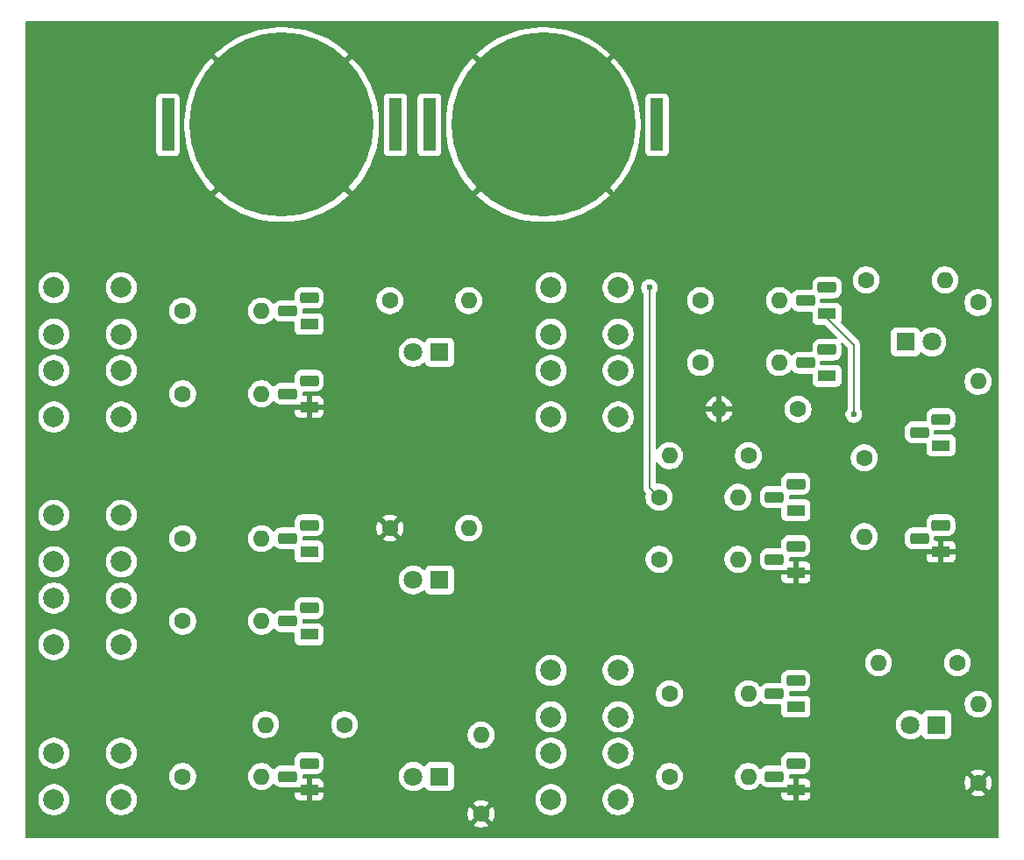
<source format=gbr>
%TF.GenerationSoftware,KiCad,Pcbnew,8.99.0-3415-g545c771fd6*%
%TF.CreationDate,2025-05-14T09:58:28+02:00*%
%TF.ProjectId,logic-solder,6c6f6769-632d-4736-9f6c-6465722e6b69,3*%
%TF.SameCoordinates,Original*%
%TF.FileFunction,Copper,L2,Bot*%
%TF.FilePolarity,Positive*%
%FSLAX46Y46*%
G04 Gerber Fmt 4.6, Leading zero omitted, Abs format (unit mm)*
G04 Created by KiCad (PCBNEW 8.99.0-3415-g545c771fd6) date 2025-05-14 09:58:28*
%MOMM*%
%LPD*%
G01*
G04 APERTURE LIST*
G04 Aperture macros list*
%AMRoundRect*
0 Rectangle with rounded corners*
0 $1 Rounding radius*
0 $2 $3 $4 $5 $6 $7 $8 $9 X,Y pos of 4 corners*
0 Add a 4 corners polygon primitive as box body*
4,1,4,$2,$3,$4,$5,$6,$7,$8,$9,$2,$3,0*
0 Add four circle primitives for the rounded corners*
1,1,$1+$1,$2,$3*
1,1,$1+$1,$4,$5*
1,1,$1+$1,$6,$7*
1,1,$1+$1,$8,$9*
0 Add four rect primitives between the rounded corners*
20,1,$1+$1,$2,$3,$4,$5,0*
20,1,$1+$1,$4,$5,$6,$7,0*
20,1,$1+$1,$6,$7,$8,$9,0*
20,1,$1+$1,$8,$9,$2,$3,0*%
G04 Aperture macros list end*
%TA.AperFunction,ComponentPad*%
%ADD10C,1.600000*%
%TD*%
%TA.AperFunction,ComponentPad*%
%ADD11O,1.600000X1.600000*%
%TD*%
%TA.AperFunction,ComponentPad*%
%ADD12R,1.800000X1.800000*%
%TD*%
%TA.AperFunction,ComponentPad*%
%ADD13C,1.800000*%
%TD*%
%TA.AperFunction,ComponentPad*%
%ADD14R,1.800000X1.100000*%
%TD*%
%TA.AperFunction,ComponentPad*%
%ADD15RoundRect,0.275000X0.625000X-0.275000X0.625000X0.275000X-0.625000X0.275000X-0.625000X-0.275000X0*%
%TD*%
%TA.AperFunction,ComponentPad*%
%ADD16C,2.000000*%
%TD*%
%TA.AperFunction,SMDPad,CuDef*%
%ADD17R,1.270000X5.080000*%
%TD*%
%TA.AperFunction,SMDPad,CuDef*%
%ADD18C,17.800000*%
%TD*%
%TA.AperFunction,ViaPad*%
%ADD19C,1.000000*%
%TD*%
%TA.AperFunction,ViaPad*%
%ADD20C,0.600000*%
%TD*%
%TA.AperFunction,Conductor*%
%ADD21C,0.200000*%
%TD*%
G04 APERTURE END LIST*
D10*
%TO.P,R20,1*%
%TO.N,GND*%
X199000000Y-105620000D03*
D11*
%TO.P,R20,2*%
%TO.N,Net-(D5-K)*%
X199000000Y-98000000D03*
%TD*%
D12*
%TO.P,D3,1,K*%
%TO.N,Net-(D3-K)*%
X195000000Y-83000000D03*
D13*
%TO.P,D3,2,A*%
%TO.N,Net-(D3-A)*%
X192460000Y-83000000D03*
%TD*%
D14*
%TO.P,Q3,1,E*%
%TO.N,Net-(Q3-E)*%
X232400000Y-57270000D03*
D15*
%TO.P,Q3,2,B*%
%TO.N,Net-(Q3-B)*%
X230330000Y-56000000D03*
%TO.P,Q3,3,C*%
%TO.N,Net-(Q3-C)*%
X232400000Y-54730000D03*
%TD*%
D12*
%TO.P,D2,1,K*%
%TO.N,Net-(D2-K)*%
X240000000Y-60000000D03*
D13*
%TO.P,D2,2,A*%
%TO.N,Net-(D2-A)*%
X242540000Y-60000000D03*
%TD*%
D10*
%TO.P,R10,1*%
%TO.N,Net-(Q9-C)*%
X224810000Y-71000000D03*
D11*
%TO.P,R10,2*%
%TO.N,VCC*%
X217190000Y-71000000D03*
%TD*%
D16*
%TO.P,SW7,1,1*%
%TO.N,VCC*%
X212250000Y-96250000D03*
X205750000Y-96250000D03*
%TO.P,SW7,2,2*%
%TO.N,Net-(R17-Pad1)*%
X212250000Y-91750000D03*
X205750000Y-91750000D03*
%TD*%
D12*
%TO.P,D5,1,K*%
%TO.N,Net-(D5-K)*%
X195000000Y-102000000D03*
D13*
%TO.P,D5,2,A*%
%TO.N,Net-(D5-A)*%
X192460000Y-102000000D03*
%TD*%
D14*
%TO.P,Q6,1,E*%
%TO.N,Net-(D3-A)*%
X182400000Y-80270000D03*
D15*
%TO.P,Q6,2,B*%
%TO.N,Net-(Q6-B)*%
X180330000Y-79000000D03*
%TO.P,Q6,3,C*%
%TO.N,VCC*%
X182400000Y-77730000D03*
%TD*%
D14*
%TO.P,Q5,1,E*%
%TO.N,Net-(Q5-E)*%
X243400000Y-70000000D03*
D15*
%TO.P,Q5,2,B*%
%TO.N,Net-(Q3-E)*%
X241330000Y-68730000D03*
%TO.P,Q5,3,C*%
%TO.N,Net-(D2-K)*%
X243400000Y-67460000D03*
%TD*%
D10*
%TO.P,R13,1*%
%TO.N,Net-(R13-Pad1)*%
X216190000Y-75000000D03*
D11*
%TO.P,R13,2*%
%TO.N,Net-(Q9-B)*%
X223810000Y-75000000D03*
%TD*%
D10*
%TO.P,R14,1*%
%TO.N,Net-(R14-Pad1)*%
X216190000Y-81000000D03*
D11*
%TO.P,R14,2*%
%TO.N,Net-(Q10-B)*%
X223810000Y-81000000D03*
%TD*%
D16*
%TO.P,SW6,1,1*%
%TO.N,VCC*%
X164250000Y-89250000D03*
X157750000Y-89250000D03*
%TO.P,SW6,2,2*%
%TO.N,Net-(R11-Pad1)*%
X164250000Y-84750000D03*
X157750000Y-84750000D03*
%TD*%
D12*
%TO.P,D4,1,K*%
%TO.N,Net-(D4-K)*%
X243000000Y-97000000D03*
D13*
%TO.P,D4,2,A*%
%TO.N,Net-(D4-A)*%
X240460000Y-97000000D03*
%TD*%
D14*
%TO.P,Q13,1,E*%
%TO.N,GND*%
X229400000Y-103270000D03*
D15*
%TO.P,Q13,2,B*%
%TO.N,Net-(Q13-B)*%
X227330000Y-102000000D03*
%TO.P,Q13,3,C*%
%TO.N,Net-(Q11-E)*%
X229400000Y-100730000D03*
%TD*%
D10*
%TO.P,R8,1*%
%TO.N,Net-(R8-Pad1)*%
X170190000Y-79000000D03*
D11*
%TO.P,R8,2*%
%TO.N,Net-(Q6-B)*%
X177810000Y-79000000D03*
%TD*%
D10*
%TO.P,R19,1*%
%TO.N,GND*%
X247000000Y-102620000D03*
D11*
%TO.P,R19,2*%
%TO.N,Net-(D4-K)*%
X247000000Y-95000000D03*
%TD*%
D16*
%TO.P,SW9,1,1*%
%TO.N,VCC*%
X212250000Y-104250000D03*
X205750000Y-104250000D03*
%TO.P,SW9,2,2*%
%TO.N,Net-(R21-Pad1)*%
X212250000Y-99750000D03*
X205750000Y-99750000D03*
%TD*%
D10*
%TO.P,R15,1*%
%TO.N,VCC*%
X245000000Y-91000000D03*
D11*
%TO.P,R15,2*%
%TO.N,Net-(D4-A)*%
X237380000Y-91000000D03*
%TD*%
D16*
%TO.P,SW5,1,1*%
%TO.N,VCC*%
X164250000Y-81250000D03*
X157750000Y-81250000D03*
%TO.P,SW5,2,2*%
%TO.N,Net-(R8-Pad1)*%
X164250000Y-76750000D03*
X157750000Y-76750000D03*
%TD*%
%TO.P,SW2,1,1*%
%TO.N,VCC*%
X164250000Y-67250000D03*
X157750000Y-67250000D03*
%TO.P,SW2,2,2*%
%TO.N,Net-(R3-Pad1)*%
X164250000Y-62750000D03*
X157750000Y-62750000D03*
%TD*%
D14*
%TO.P,Q4,1,E*%
%TO.N,Net-(Q3-E)*%
X232400000Y-63270000D03*
D15*
%TO.P,Q4,2,B*%
%TO.N,Net-(Q4-B)*%
X230330000Y-62000000D03*
%TO.P,Q4,3,C*%
%TO.N,Net-(Q3-C)*%
X232400000Y-60730000D03*
%TD*%
D10*
%TO.P,R6,1*%
%TO.N,VCC*%
X247000000Y-56190000D03*
D11*
%TO.P,R6,2*%
%TO.N,Net-(D2-A)*%
X247000000Y-63810000D03*
%TD*%
D10*
%TO.P,R4,1*%
%TO.N,Net-(Q3-C)*%
X236190000Y-54000000D03*
D11*
%TO.P,R4,2*%
%TO.N,VCC*%
X243810000Y-54000000D03*
%TD*%
D10*
%TO.P,R21,1*%
%TO.N,Net-(R21-Pad1)*%
X217190000Y-102000000D03*
D11*
%TO.P,R21,2*%
%TO.N,Net-(Q13-B)*%
X224810000Y-102000000D03*
%TD*%
D10*
%TO.P,R22,1*%
%TO.N,Net-(Q3-E)*%
X229620000Y-66500000D03*
D11*
%TO.P,R22,2*%
%TO.N,GND*%
X222000000Y-66500000D03*
%TD*%
D14*
%TO.P,Q10,1,E*%
%TO.N,GND*%
X229400000Y-82270000D03*
D15*
%TO.P,Q10,2,B*%
%TO.N,Net-(Q10-B)*%
X227330000Y-81000000D03*
%TO.P,Q10,3,C*%
%TO.N,Net-(Q10-C)*%
X229400000Y-79730000D03*
%TD*%
D14*
%TO.P,Q7,1,E*%
%TO.N,Net-(D3-A)*%
X182400000Y-88270000D03*
D15*
%TO.P,Q7,2,B*%
%TO.N,Net-(Q7-B)*%
X180330000Y-87000000D03*
%TO.P,Q7,3,C*%
%TO.N,VCC*%
X182400000Y-85730000D03*
%TD*%
D14*
%TO.P,Q8,1,E*%
%TO.N,GND*%
X243400000Y-80270000D03*
D15*
%TO.P,Q8,2,B*%
%TO.N,Net-(Q8-B)*%
X241330000Y-79000000D03*
%TO.P,Q8,3,C*%
%TO.N,Net-(Q5-E)*%
X243400000Y-77730000D03*
%TD*%
D10*
%TO.P,R18,1*%
%TO.N,Net-(R18-Pad1)*%
X170190000Y-102000000D03*
D11*
%TO.P,R18,2*%
%TO.N,Net-(Q12-B)*%
X177810000Y-102000000D03*
%TD*%
D10*
%TO.P,R9,1*%
%TO.N,GND*%
X190190000Y-78000000D03*
D11*
%TO.P,R9,2*%
%TO.N,Net-(D3-K)*%
X197810000Y-78000000D03*
%TD*%
D10*
%TO.P,R17,1*%
%TO.N,Net-(R17-Pad1)*%
X217190000Y-94000000D03*
D11*
%TO.P,R17,2*%
%TO.N,Net-(Q11-B)*%
X224810000Y-94000000D03*
%TD*%
D14*
%TO.P,Q11,1,E*%
%TO.N,Net-(Q11-E)*%
X229400000Y-95270000D03*
D15*
%TO.P,Q11,2,B*%
%TO.N,Net-(Q11-B)*%
X227330000Y-94000000D03*
%TO.P,Q11,3,C*%
%TO.N,Net-(D4-A)*%
X229400000Y-92730000D03*
%TD*%
D14*
%TO.P,Q9,1,E*%
%TO.N,Net-(Q10-C)*%
X229400000Y-76270000D03*
D15*
%TO.P,Q9,2,B*%
%TO.N,Net-(Q9-B)*%
X227330000Y-75000000D03*
%TO.P,Q9,3,C*%
%TO.N,Net-(Q9-C)*%
X229400000Y-73730000D03*
%TD*%
D14*
%TO.P,Q12,1,E*%
%TO.N,GND*%
X182400000Y-103270000D03*
D15*
%TO.P,Q12,2,B*%
%TO.N,Net-(Q12-B)*%
X180330000Y-102000000D03*
%TO.P,Q12,3,C*%
%TO.N,Net-(D5-A)*%
X182400000Y-100730000D03*
%TD*%
D10*
%TO.P,R7,1*%
%TO.N,Net-(R14-Pad1)*%
X220190000Y-62000000D03*
D11*
%TO.P,R7,2*%
%TO.N,Net-(Q4-B)*%
X227810000Y-62000000D03*
%TD*%
D10*
%TO.P,R12,1*%
%TO.N,Net-(Q9-C)*%
X236000000Y-71190000D03*
D11*
%TO.P,R12,2*%
%TO.N,Net-(Q8-B)*%
X236000000Y-78810000D03*
%TD*%
D10*
%TO.P,R5,1*%
%TO.N,Net-(R13-Pad1)*%
X220190000Y-56000000D03*
D11*
%TO.P,R5,2*%
%TO.N,Net-(Q3-B)*%
X227810000Y-56000000D03*
%TD*%
D16*
%TO.P,SW3,1,1*%
%TO.N,VCC*%
X212250000Y-59250000D03*
X205750000Y-59250000D03*
%TO.P,SW3,2,2*%
%TO.N,Net-(R13-Pad1)*%
X212250000Y-54750000D03*
X205750000Y-54750000D03*
%TD*%
%TO.P,SW1,1,1*%
%TO.N,VCC*%
X164250000Y-59250000D03*
X157750000Y-59250000D03*
%TO.P,SW1,2,2*%
%TO.N,Net-(R1-Pad1)*%
X164250000Y-54750000D03*
X157750000Y-54750000D03*
%TD*%
D10*
%TO.P,R11,1*%
%TO.N,Net-(R11-Pad1)*%
X170190000Y-87000000D03*
D11*
%TO.P,R11,2*%
%TO.N,Net-(Q7-B)*%
X177810000Y-87000000D03*
%TD*%
D10*
%TO.P,R16,1*%
%TO.N,VCC*%
X185810000Y-97000000D03*
D11*
%TO.P,R16,2*%
%TO.N,Net-(D5-A)*%
X178190000Y-97000000D03*
%TD*%
D16*
%TO.P,SW8,1,1*%
%TO.N,VCC*%
X164250000Y-104250000D03*
X157750000Y-104250000D03*
%TO.P,SW8,2,2*%
%TO.N,Net-(R18-Pad1)*%
X164250000Y-99750000D03*
X157750000Y-99750000D03*
%TD*%
%TO.P,SW4,1,1*%
%TO.N,VCC*%
X212250000Y-67250000D03*
X205750000Y-67250000D03*
%TO.P,SW4,2,2*%
%TO.N,Net-(R14-Pad1)*%
X212250000Y-62750000D03*
X205750000Y-62750000D03*
%TD*%
D17*
%TO.P,BT1,1,+*%
%TO.N,VCC*%
X194015000Y-39000000D03*
X215985000Y-39000000D03*
D18*
%TO.P,BT1,2,-*%
%TO.N,GND*%
X205000000Y-39000000D03*
%TD*%
D17*
%TO.P,BT2,1,+*%
%TO.N,VCC*%
X168765000Y-39000001D03*
X190735000Y-39000001D03*
D18*
%TO.P,BT2,2,-*%
%TO.N,GND*%
X179750000Y-39000001D03*
%TD*%
D12*
%TO.P,D1,1,K*%
%TO.N,Net-(D1-K)*%
X195000000Y-61000000D03*
D13*
%TO.P,D1,2,A*%
%TO.N,Net-(D1-A)*%
X192460000Y-61000000D03*
%TD*%
D10*
%TO.P,R1,1*%
%TO.N,Net-(R1-Pad1)*%
X170190000Y-57000000D03*
D11*
%TO.P,R1,2*%
%TO.N,Net-(Q1-B)*%
X177810000Y-57000000D03*
%TD*%
D10*
%TO.P,R3,1*%
%TO.N,Net-(R3-Pad1)*%
X170190000Y-65000000D03*
D11*
%TO.P,R3,2*%
%TO.N,Net-(Q2-B)*%
X177810000Y-65000000D03*
%TD*%
D14*
%TO.P,Q2,1,E*%
%TO.N,GND*%
X182400000Y-66270000D03*
D15*
%TO.P,Q2,2,B*%
%TO.N,Net-(Q2-B)*%
X180330000Y-65000000D03*
%TO.P,Q2,3,C*%
%TO.N,Net-(Q1-E)*%
X182400000Y-63730000D03*
%TD*%
D10*
%TO.P,R2,1*%
%TO.N,VCC*%
X190190000Y-56000000D03*
D11*
%TO.P,R2,2*%
%TO.N,Net-(D1-K)*%
X197810000Y-56000000D03*
%TD*%
D14*
%TO.P,Q1,1,E*%
%TO.N,Net-(Q1-E)*%
X182400000Y-58270000D03*
D15*
%TO.P,Q1,2,B*%
%TO.N,Net-(Q1-B)*%
X180330000Y-57000000D03*
%TO.P,Q1,3,C*%
%TO.N,Net-(D1-A)*%
X182400000Y-55730000D03*
%TD*%
D19*
%TO.N,VCC*%
X190735000Y-39000001D03*
X194015000Y-39000000D03*
X168765000Y-39000001D03*
X215985000Y-39000000D03*
D20*
%TO.N,Net-(R13-Pad1)*%
X215250000Y-54750000D03*
%TO.N,Net-(Q3-E)*%
X235000000Y-67000000D03*
%TD*%
D21*
%TO.N,Net-(R13-Pad1)*%
X215250000Y-54750000D02*
X215250000Y-74060000D01*
X215250000Y-74060000D02*
X216190000Y-75000000D01*
%TO.N,Net-(Q3-E)*%
X235000000Y-60270000D02*
X235000000Y-67000000D01*
X232000000Y-57270000D02*
X235000000Y-60270000D01*
%TD*%
%TA.AperFunction,Conductor*%
%TO.N,GND*%
G36*
X248943039Y-29019685D02*
G01*
X248988794Y-29072489D01*
X249000000Y-29124000D01*
X249000000Y-107876000D01*
X248980315Y-107943039D01*
X248927511Y-107988794D01*
X248876000Y-108000000D01*
X155124000Y-108000000D01*
X155056961Y-107980315D01*
X155011206Y-107927511D01*
X155000000Y-107876000D01*
X155000000Y-104131902D01*
X156249500Y-104131902D01*
X156249500Y-104368097D01*
X156286446Y-104601368D01*
X156359433Y-104825996D01*
X156416831Y-104938644D01*
X156466657Y-105036433D01*
X156605483Y-105227510D01*
X156772490Y-105394517D01*
X156963567Y-105533343D01*
X157030288Y-105567339D01*
X157174003Y-105640566D01*
X157174005Y-105640566D01*
X157174008Y-105640568D01*
X157272780Y-105672661D01*
X157398631Y-105713553D01*
X157631903Y-105750500D01*
X157631908Y-105750500D01*
X157868097Y-105750500D01*
X158101368Y-105713553D01*
X158325992Y-105640568D01*
X158536433Y-105533343D01*
X158727510Y-105394517D01*
X158894517Y-105227510D01*
X159033343Y-105036433D01*
X159140568Y-104825992D01*
X159213553Y-104601368D01*
X159228318Y-104508147D01*
X159250500Y-104368097D01*
X159250500Y-104131902D01*
X162749500Y-104131902D01*
X162749500Y-104368097D01*
X162786446Y-104601368D01*
X162859433Y-104825996D01*
X162916831Y-104938644D01*
X162966657Y-105036433D01*
X163105483Y-105227510D01*
X163272490Y-105394517D01*
X163463567Y-105533343D01*
X163530288Y-105567339D01*
X163674003Y-105640566D01*
X163674005Y-105640566D01*
X163674008Y-105640568D01*
X163772780Y-105672661D01*
X163898631Y-105713553D01*
X164131903Y-105750500D01*
X164131908Y-105750500D01*
X164368097Y-105750500D01*
X164601368Y-105713553D01*
X164825992Y-105640568D01*
X165036433Y-105533343D01*
X165057988Y-105517682D01*
X197700000Y-105517682D01*
X197700000Y-105722317D01*
X197732009Y-105924417D01*
X197795244Y-106119031D01*
X197888141Y-106301350D01*
X197888147Y-106301359D01*
X197920523Y-106345921D01*
X197920524Y-106345922D01*
X198600000Y-105666446D01*
X198600000Y-105672661D01*
X198627259Y-105774394D01*
X198679920Y-105865606D01*
X198754394Y-105940080D01*
X198845606Y-105992741D01*
X198947339Y-106020000D01*
X198953553Y-106020000D01*
X198274076Y-106699474D01*
X198318650Y-106731859D01*
X198500968Y-106824755D01*
X198695582Y-106887990D01*
X198897683Y-106920000D01*
X199102317Y-106920000D01*
X199304417Y-106887990D01*
X199499031Y-106824755D01*
X199681349Y-106731859D01*
X199725921Y-106699474D01*
X199046447Y-106020000D01*
X199052661Y-106020000D01*
X199154394Y-105992741D01*
X199245606Y-105940080D01*
X199320080Y-105865606D01*
X199372741Y-105774394D01*
X199400000Y-105672661D01*
X199400000Y-105666448D01*
X200079474Y-106345922D01*
X200079474Y-106345921D01*
X200111859Y-106301349D01*
X200204755Y-106119031D01*
X200267990Y-105924417D01*
X200300000Y-105722317D01*
X200300000Y-105517682D01*
X200267990Y-105315582D01*
X200204755Y-105120968D01*
X200111859Y-104938650D01*
X200079474Y-104894077D01*
X200079474Y-104894076D01*
X199400000Y-105573551D01*
X199400000Y-105567339D01*
X199372741Y-105465606D01*
X199320080Y-105374394D01*
X199245606Y-105299920D01*
X199154394Y-105247259D01*
X199052661Y-105220000D01*
X199046446Y-105220000D01*
X199725922Y-104540524D01*
X199725921Y-104540523D01*
X199681359Y-104508147D01*
X199681350Y-104508141D01*
X199499031Y-104415244D01*
X199304417Y-104352009D01*
X199102317Y-104320000D01*
X198897683Y-104320000D01*
X198695582Y-104352009D01*
X198500968Y-104415244D01*
X198318644Y-104508143D01*
X198274077Y-104540523D01*
X198274077Y-104540524D01*
X198953554Y-105220000D01*
X198947339Y-105220000D01*
X198845606Y-105247259D01*
X198754394Y-105299920D01*
X198679920Y-105374394D01*
X198627259Y-105465606D01*
X198600000Y-105567339D01*
X198600000Y-105573553D01*
X197920524Y-104894077D01*
X197920523Y-104894077D01*
X197888143Y-104938644D01*
X197795244Y-105120968D01*
X197732009Y-105315582D01*
X197700000Y-105517682D01*
X165057988Y-105517682D01*
X165227510Y-105394517D01*
X165394517Y-105227510D01*
X165533343Y-105036433D01*
X165640568Y-104825992D01*
X165713553Y-104601368D01*
X165728318Y-104508147D01*
X165750500Y-104368097D01*
X165750500Y-104131902D01*
X165713553Y-103898631D01*
X165640566Y-103674003D01*
X165601807Y-103597936D01*
X165533343Y-103463567D01*
X165533342Y-103463566D01*
X165512488Y-103434863D01*
X165394517Y-103272490D01*
X165227510Y-103105483D01*
X165036433Y-102966657D01*
X164999587Y-102947883D01*
X164825996Y-102859433D01*
X164601368Y-102786446D01*
X164368097Y-102749500D01*
X164368092Y-102749500D01*
X164131908Y-102749500D01*
X164131903Y-102749500D01*
X163898631Y-102786446D01*
X163674003Y-102859433D01*
X163463566Y-102966657D01*
X163374400Y-103031441D01*
X163272490Y-103105483D01*
X163272488Y-103105485D01*
X163272487Y-103105485D01*
X163105485Y-103272487D01*
X163105485Y-103272488D01*
X163105483Y-103272490D01*
X163071423Y-103319370D01*
X162966657Y-103463566D01*
X162859433Y-103674003D01*
X162786446Y-103898631D01*
X162749500Y-104131902D01*
X159250500Y-104131902D01*
X159213553Y-103898631D01*
X159140566Y-103674003D01*
X159084002Y-103562991D01*
X159033343Y-103463567D01*
X158894517Y-103272490D01*
X158727510Y-103105483D01*
X158536433Y-102966657D01*
X158499587Y-102947883D01*
X158325996Y-102859433D01*
X158101368Y-102786446D01*
X157868097Y-102749500D01*
X157868092Y-102749500D01*
X157631908Y-102749500D01*
X157631903Y-102749500D01*
X157398631Y-102786446D01*
X157174003Y-102859433D01*
X156963566Y-102966657D01*
X156874400Y-103031441D01*
X156772490Y-103105483D01*
X156772488Y-103105485D01*
X156772487Y-103105485D01*
X156605485Y-103272487D01*
X156605485Y-103272488D01*
X156605483Y-103272490D01*
X156571423Y-103319370D01*
X156466657Y-103463566D01*
X156359433Y-103674003D01*
X156286446Y-103898631D01*
X156249500Y-104131902D01*
X155000000Y-104131902D01*
X155000000Y-101897648D01*
X168889500Y-101897648D01*
X168889500Y-102102351D01*
X168921522Y-102304534D01*
X168984781Y-102499223D01*
X169042561Y-102612620D01*
X169073153Y-102672661D01*
X169077715Y-102681613D01*
X169198028Y-102847213D01*
X169342786Y-102991971D01*
X169497749Y-103104556D01*
X169508390Y-103112287D01*
X169624607Y-103171503D01*
X169690776Y-103205218D01*
X169690778Y-103205218D01*
X169690781Y-103205220D01*
X169795137Y-103239127D01*
X169885465Y-103268477D01*
X169986557Y-103284488D01*
X170087648Y-103300500D01*
X170087649Y-103300500D01*
X170292351Y-103300500D01*
X170292352Y-103300500D01*
X170494534Y-103268477D01*
X170689219Y-103205220D01*
X170871610Y-103112287D01*
X170971456Y-103039745D01*
X171037213Y-102991971D01*
X171037215Y-102991968D01*
X171037219Y-102991966D01*
X171181966Y-102847219D01*
X171181968Y-102847215D01*
X171181971Y-102847213D01*
X171260112Y-102739659D01*
X171302287Y-102681610D01*
X171395220Y-102499219D01*
X171458477Y-102304534D01*
X171490500Y-102102352D01*
X171490500Y-101897648D01*
X176509500Y-101897648D01*
X176509500Y-102102351D01*
X176541522Y-102304534D01*
X176604781Y-102499223D01*
X176662561Y-102612620D01*
X176693153Y-102672661D01*
X176697715Y-102681613D01*
X176818028Y-102847213D01*
X176962786Y-102991971D01*
X177117749Y-103104556D01*
X177128390Y-103112287D01*
X177244607Y-103171503D01*
X177310776Y-103205218D01*
X177310778Y-103205218D01*
X177310781Y-103205220D01*
X177415137Y-103239127D01*
X177505465Y-103268477D01*
X177606557Y-103284488D01*
X177707648Y-103300500D01*
X177707649Y-103300500D01*
X177912351Y-103300500D01*
X177912352Y-103300500D01*
X178114534Y-103268477D01*
X178309219Y-103205220D01*
X178491610Y-103112287D01*
X178591456Y-103039745D01*
X178657213Y-102991971D01*
X178657215Y-102991968D01*
X178657219Y-102991966D01*
X178801966Y-102847219D01*
X178880112Y-102739658D01*
X178935442Y-102696992D01*
X179005055Y-102691013D01*
X179066850Y-102723618D01*
X179085424Y-102746569D01*
X179094853Y-102761576D01*
X179218424Y-102885147D01*
X179366394Y-102978122D01*
X179531343Y-103035841D01*
X179531349Y-103035841D01*
X179531351Y-103035842D01*
X179565993Y-103039745D01*
X179661442Y-103050499D01*
X179661445Y-103050500D01*
X179661448Y-103050500D01*
X180998555Y-103050500D01*
X180998556Y-103050499D01*
X181128657Y-103035841D01*
X181154040Y-103026959D01*
X181194995Y-103020000D01*
X181719670Y-103020000D01*
X181699925Y-103039745D01*
X181650556Y-103125255D01*
X181625000Y-103220630D01*
X181625000Y-103319370D01*
X181650556Y-103414745D01*
X181699925Y-103500255D01*
X181719670Y-103520000D01*
X181000000Y-103520000D01*
X181000000Y-103867844D01*
X181006401Y-103927372D01*
X181006403Y-103927379D01*
X181056645Y-104062086D01*
X181056649Y-104062093D01*
X181142809Y-104177187D01*
X181142812Y-104177190D01*
X181257906Y-104263350D01*
X181257913Y-104263354D01*
X181392620Y-104313596D01*
X181392627Y-104313598D01*
X181452155Y-104319999D01*
X181452172Y-104320000D01*
X182150000Y-104320000D01*
X182650000Y-104320000D01*
X183347828Y-104320000D01*
X183347844Y-104319999D01*
X183407372Y-104313598D01*
X183407379Y-104313596D01*
X183542086Y-104263354D01*
X183542093Y-104263350D01*
X183657187Y-104177190D01*
X183657190Y-104177187D01*
X183691091Y-104131902D01*
X204249500Y-104131902D01*
X204249500Y-104368097D01*
X204286446Y-104601368D01*
X204359433Y-104825996D01*
X204416831Y-104938644D01*
X204466657Y-105036433D01*
X204605483Y-105227510D01*
X204772490Y-105394517D01*
X204963567Y-105533343D01*
X205030288Y-105567339D01*
X205174003Y-105640566D01*
X205174005Y-105640566D01*
X205174008Y-105640568D01*
X205272780Y-105672661D01*
X205398631Y-105713553D01*
X205631903Y-105750500D01*
X205631908Y-105750500D01*
X205868097Y-105750500D01*
X206101368Y-105713553D01*
X206325992Y-105640568D01*
X206536433Y-105533343D01*
X206727510Y-105394517D01*
X206894517Y-105227510D01*
X207033343Y-105036433D01*
X207140568Y-104825992D01*
X207213553Y-104601368D01*
X207228318Y-104508147D01*
X207250500Y-104368097D01*
X207250500Y-104131902D01*
X210749500Y-104131902D01*
X210749500Y-104368097D01*
X210786446Y-104601368D01*
X210859433Y-104825996D01*
X210916831Y-104938644D01*
X210966657Y-105036433D01*
X211105483Y-105227510D01*
X211272490Y-105394517D01*
X211463567Y-105533343D01*
X211530288Y-105567339D01*
X211674003Y-105640566D01*
X211674005Y-105640566D01*
X211674008Y-105640568D01*
X211772780Y-105672661D01*
X211898631Y-105713553D01*
X212131903Y-105750500D01*
X212131908Y-105750500D01*
X212368097Y-105750500D01*
X212601368Y-105713553D01*
X212825992Y-105640568D01*
X213036433Y-105533343D01*
X213227510Y-105394517D01*
X213394517Y-105227510D01*
X213533343Y-105036433D01*
X213640568Y-104825992D01*
X213713553Y-104601368D01*
X213728318Y-104508147D01*
X213750500Y-104368097D01*
X213750500Y-104131902D01*
X213713553Y-103898631D01*
X213640566Y-103674003D01*
X213601807Y-103597936D01*
X213533343Y-103463567D01*
X213533342Y-103463566D01*
X213512488Y-103434863D01*
X213394517Y-103272490D01*
X213227510Y-103105483D01*
X213036433Y-102966657D01*
X212999587Y-102947883D01*
X212825996Y-102859433D01*
X212601368Y-102786446D01*
X212368097Y-102749500D01*
X212368092Y-102749500D01*
X212131908Y-102749500D01*
X212131903Y-102749500D01*
X211898631Y-102786446D01*
X211674003Y-102859433D01*
X211463566Y-102966657D01*
X211374400Y-103031441D01*
X211272490Y-103105483D01*
X211272488Y-103105485D01*
X211272487Y-103105485D01*
X211105485Y-103272487D01*
X211105485Y-103272488D01*
X211105483Y-103272490D01*
X211071423Y-103319370D01*
X210966657Y-103463566D01*
X210859433Y-103674003D01*
X210786446Y-103898631D01*
X210749500Y-104131902D01*
X207250500Y-104131902D01*
X207213553Y-103898631D01*
X207140566Y-103674003D01*
X207084002Y-103562991D01*
X207033343Y-103463567D01*
X206894517Y-103272490D01*
X206727510Y-103105483D01*
X206536433Y-102966657D01*
X206499587Y-102947883D01*
X206325996Y-102859433D01*
X206101368Y-102786446D01*
X205868097Y-102749500D01*
X205868092Y-102749500D01*
X205631908Y-102749500D01*
X205631903Y-102749500D01*
X205398631Y-102786446D01*
X205174003Y-102859433D01*
X204963566Y-102966657D01*
X204874400Y-103031441D01*
X204772490Y-103105483D01*
X204772488Y-103105485D01*
X204772487Y-103105485D01*
X204605485Y-103272487D01*
X204605485Y-103272488D01*
X204605483Y-103272490D01*
X204571423Y-103319370D01*
X204466657Y-103463566D01*
X204359433Y-103674003D01*
X204286446Y-103898631D01*
X204249500Y-104131902D01*
X183691091Y-104131902D01*
X183743349Y-104062094D01*
X183743355Y-104062084D01*
X183793596Y-103927379D01*
X183793598Y-103927372D01*
X183799999Y-103867844D01*
X183800000Y-103867827D01*
X183800000Y-103520000D01*
X182650000Y-103520000D01*
X182650000Y-104320000D01*
X182150000Y-104320000D01*
X182150000Y-103616410D01*
X182230255Y-103570075D01*
X182300075Y-103500255D01*
X182349444Y-103414745D01*
X182375000Y-103319370D01*
X182375000Y-103220630D01*
X182349444Y-103125255D01*
X182300075Y-103039745D01*
X182280330Y-103020000D01*
X182650000Y-103020000D01*
X183800000Y-103020000D01*
X183800000Y-102672172D01*
X183799999Y-102672155D01*
X183793598Y-102612627D01*
X183793596Y-102612620D01*
X183743354Y-102477913D01*
X183743350Y-102477906D01*
X183657190Y-102362812D01*
X183657187Y-102362809D01*
X183542093Y-102276649D01*
X183542086Y-102276645D01*
X183407379Y-102226403D01*
X183407372Y-102226401D01*
X183347844Y-102220000D01*
X182650000Y-102220000D01*
X182650000Y-103020000D01*
X182280330Y-103020000D01*
X182230255Y-102969925D01*
X182150000Y-102923589D01*
X182150000Y-102220000D01*
X181854500Y-102220000D01*
X181845814Y-102217449D01*
X181836853Y-102218738D01*
X181812812Y-102207759D01*
X181787461Y-102200315D01*
X181781533Y-102193474D01*
X181773297Y-102189713D01*
X181759007Y-102167478D01*
X181741706Y-102147511D01*
X181739418Y-102136996D01*
X181735523Y-102130935D01*
X181730500Y-102096000D01*
X181730500Y-101904500D01*
X181734823Y-101889778D01*
X191059500Y-101889778D01*
X191059500Y-102110222D01*
X191072090Y-102189713D01*
X191093985Y-102327952D01*
X191162103Y-102537603D01*
X191162104Y-102537606D01*
X191230122Y-102671096D01*
X191235479Y-102681610D01*
X191262187Y-102734025D01*
X191391752Y-102912358D01*
X191391756Y-102912363D01*
X191547636Y-103068243D01*
X191547641Y-103068247D01*
X191608258Y-103112287D01*
X191725978Y-103197815D01*
X191854375Y-103263237D01*
X191922393Y-103297895D01*
X191922396Y-103297896D01*
X191988488Y-103319370D01*
X192132049Y-103366015D01*
X192349778Y-103400500D01*
X192349779Y-103400500D01*
X192570221Y-103400500D01*
X192570222Y-103400500D01*
X192787951Y-103366015D01*
X192997606Y-103297895D01*
X193194022Y-103197815D01*
X193372365Y-103068242D01*
X193422536Y-103018070D01*
X193483857Y-102984586D01*
X193553548Y-102989570D01*
X193609482Y-103031441D01*
X193626398Y-103062419D01*
X193656202Y-103142328D01*
X193656206Y-103142335D01*
X193742452Y-103257544D01*
X193742455Y-103257547D01*
X193857664Y-103343793D01*
X193857671Y-103343797D01*
X193992517Y-103394091D01*
X193992516Y-103394091D01*
X193999444Y-103394835D01*
X194052127Y-103400500D01*
X195947872Y-103400499D01*
X196007483Y-103394091D01*
X196142331Y-103343796D01*
X196257546Y-103257546D01*
X196343796Y-103142331D01*
X196394091Y-103007483D01*
X196400500Y-102947873D01*
X196400499Y-101897648D01*
X215889500Y-101897648D01*
X215889500Y-102102351D01*
X215921522Y-102304534D01*
X215984781Y-102499223D01*
X216042561Y-102612620D01*
X216073153Y-102672661D01*
X216077715Y-102681613D01*
X216198028Y-102847213D01*
X216342786Y-102991971D01*
X216497749Y-103104556D01*
X216508390Y-103112287D01*
X216624607Y-103171503D01*
X216690776Y-103205218D01*
X216690778Y-103205218D01*
X216690781Y-103205220D01*
X216795137Y-103239127D01*
X216885465Y-103268477D01*
X216986557Y-103284488D01*
X217087648Y-103300500D01*
X217087649Y-103300500D01*
X217292351Y-103300500D01*
X217292352Y-103300500D01*
X217494534Y-103268477D01*
X217689219Y-103205220D01*
X217871610Y-103112287D01*
X217971456Y-103039745D01*
X218037213Y-102991971D01*
X218037215Y-102991968D01*
X218037219Y-102991966D01*
X218181966Y-102847219D01*
X218181968Y-102847215D01*
X218181971Y-102847213D01*
X218260112Y-102739659D01*
X218302287Y-102681610D01*
X218395220Y-102499219D01*
X218458477Y-102304534D01*
X218490500Y-102102352D01*
X218490500Y-101897648D01*
X223509500Y-101897648D01*
X223509500Y-102102351D01*
X223541522Y-102304534D01*
X223604781Y-102499223D01*
X223662561Y-102612620D01*
X223693153Y-102672661D01*
X223697715Y-102681613D01*
X223818028Y-102847213D01*
X223962786Y-102991971D01*
X224117749Y-103104556D01*
X224128390Y-103112287D01*
X224244607Y-103171503D01*
X224310776Y-103205218D01*
X224310778Y-103205218D01*
X224310781Y-103205220D01*
X224415137Y-103239127D01*
X224505465Y-103268477D01*
X224606557Y-103284488D01*
X224707648Y-103300500D01*
X224707649Y-103300500D01*
X224912351Y-103300500D01*
X224912352Y-103300500D01*
X225114534Y-103268477D01*
X225309219Y-103205220D01*
X225491610Y-103112287D01*
X225591456Y-103039745D01*
X225657213Y-102991971D01*
X225657215Y-102991968D01*
X225657219Y-102991966D01*
X225801966Y-102847219D01*
X225880112Y-102739658D01*
X225935442Y-102696992D01*
X226005055Y-102691013D01*
X226066850Y-102723618D01*
X226085424Y-102746569D01*
X226094853Y-102761576D01*
X226218424Y-102885147D01*
X226366394Y-102978122D01*
X226531343Y-103035841D01*
X226531349Y-103035841D01*
X226531351Y-103035842D01*
X226565993Y-103039745D01*
X226661442Y-103050499D01*
X226661445Y-103050500D01*
X226661448Y-103050500D01*
X227998555Y-103050500D01*
X227998556Y-103050499D01*
X228128657Y-103035841D01*
X228154040Y-103026959D01*
X228194995Y-103020000D01*
X228719670Y-103020000D01*
X228699925Y-103039745D01*
X228650556Y-103125255D01*
X228625000Y-103220630D01*
X228625000Y-103319370D01*
X228650556Y-103414745D01*
X228699925Y-103500255D01*
X228719670Y-103520000D01*
X228000000Y-103520000D01*
X228000000Y-103867844D01*
X228006401Y-103927372D01*
X228006403Y-103927379D01*
X228056645Y-104062086D01*
X228056649Y-104062093D01*
X228142809Y-104177187D01*
X228142812Y-104177190D01*
X228257906Y-104263350D01*
X228257913Y-104263354D01*
X228392620Y-104313596D01*
X228392627Y-104313598D01*
X228452155Y-104319999D01*
X228452172Y-104320000D01*
X229150000Y-104320000D01*
X229650000Y-104320000D01*
X230347828Y-104320000D01*
X230347844Y-104319999D01*
X230407372Y-104313598D01*
X230407379Y-104313596D01*
X230542086Y-104263354D01*
X230542093Y-104263350D01*
X230657187Y-104177190D01*
X230657190Y-104177187D01*
X230743350Y-104062093D01*
X230743354Y-104062086D01*
X230793596Y-103927379D01*
X230793598Y-103927372D01*
X230799999Y-103867844D01*
X230800000Y-103867827D01*
X230800000Y-103520000D01*
X229650000Y-103520000D01*
X229650000Y-104320000D01*
X229150000Y-104320000D01*
X229150000Y-103616410D01*
X229230255Y-103570075D01*
X229300075Y-103500255D01*
X229349444Y-103414745D01*
X229375000Y-103319370D01*
X229375000Y-103220630D01*
X229349444Y-103125255D01*
X229300075Y-103039745D01*
X229280330Y-103020000D01*
X229650000Y-103020000D01*
X230800000Y-103020000D01*
X230800000Y-102672172D01*
X230799999Y-102672155D01*
X230793598Y-102612627D01*
X230793597Y-102612623D01*
X230772534Y-102556150D01*
X230772533Y-102556148D01*
X230758186Y-102517682D01*
X245700000Y-102517682D01*
X245700000Y-102722317D01*
X245732009Y-102924417D01*
X245795244Y-103119031D01*
X245888141Y-103301350D01*
X245888147Y-103301359D01*
X245920523Y-103345921D01*
X245920524Y-103345922D01*
X246600000Y-102666446D01*
X246600000Y-102672661D01*
X246627259Y-102774394D01*
X246679920Y-102865606D01*
X246754394Y-102940080D01*
X246845606Y-102992741D01*
X246947339Y-103020000D01*
X246953553Y-103020000D01*
X246274076Y-103699474D01*
X246318650Y-103731859D01*
X246500968Y-103824755D01*
X246695582Y-103887990D01*
X246897683Y-103920000D01*
X247102317Y-103920000D01*
X247304417Y-103887990D01*
X247499031Y-103824755D01*
X247681349Y-103731859D01*
X247725921Y-103699474D01*
X247046447Y-103020000D01*
X247052661Y-103020000D01*
X247154394Y-102992741D01*
X247245606Y-102940080D01*
X247320080Y-102865606D01*
X247372741Y-102774394D01*
X247400000Y-102672661D01*
X247400000Y-102666447D01*
X248079474Y-103345921D01*
X248111859Y-103301349D01*
X248204755Y-103119031D01*
X248267990Y-102924417D01*
X248300000Y-102722317D01*
X248300000Y-102517682D01*
X248267990Y-102315582D01*
X248204755Y-102120968D01*
X248111859Y-101938650D01*
X248079474Y-101894077D01*
X248079474Y-101894076D01*
X247400000Y-102573551D01*
X247400000Y-102567339D01*
X247372741Y-102465606D01*
X247320080Y-102374394D01*
X247245606Y-102299920D01*
X247154394Y-102247259D01*
X247052661Y-102220000D01*
X247046446Y-102220000D01*
X247725922Y-101540524D01*
X247725921Y-101540523D01*
X247681359Y-101508147D01*
X247681350Y-101508141D01*
X247499031Y-101415244D01*
X247304417Y-101352009D01*
X247102317Y-101320000D01*
X246897683Y-101320000D01*
X246695582Y-101352009D01*
X246500968Y-101415244D01*
X246318644Y-101508143D01*
X246274077Y-101540523D01*
X246274077Y-101540524D01*
X246953554Y-102220000D01*
X246947339Y-102220000D01*
X246845606Y-102247259D01*
X246754394Y-102299920D01*
X246679920Y-102374394D01*
X246627259Y-102465606D01*
X246600000Y-102567339D01*
X246600000Y-102573553D01*
X245920524Y-101894077D01*
X245920523Y-101894077D01*
X245888143Y-101938644D01*
X245795244Y-102120968D01*
X245732009Y-102315582D01*
X245700000Y-102517682D01*
X230758186Y-102517682D01*
X230743354Y-102477913D01*
X230743350Y-102477906D01*
X230657190Y-102362812D01*
X230657187Y-102362809D01*
X230542093Y-102276649D01*
X230542086Y-102276645D01*
X230407379Y-102226403D01*
X230407372Y-102226401D01*
X230347844Y-102220000D01*
X229650000Y-102220000D01*
X229650000Y-103020000D01*
X229280330Y-103020000D01*
X229230255Y-102969925D01*
X229150000Y-102923589D01*
X229150000Y-102220000D01*
X228854500Y-102220000D01*
X228845814Y-102217449D01*
X228836853Y-102218738D01*
X228812812Y-102207759D01*
X228787461Y-102200315D01*
X228781533Y-102193474D01*
X228773297Y-102189713D01*
X228759007Y-102167478D01*
X228741706Y-102147511D01*
X228739418Y-102136996D01*
X228735523Y-102130935D01*
X228730500Y-102096000D01*
X228730500Y-101904500D01*
X228750185Y-101837461D01*
X228802989Y-101791706D01*
X228854500Y-101780500D01*
X230068555Y-101780500D01*
X230068556Y-101780499D01*
X230198657Y-101765841D01*
X230363606Y-101708122D01*
X230511576Y-101615147D01*
X230635147Y-101491576D01*
X230728122Y-101343606D01*
X230785841Y-101178657D01*
X230800500Y-101048552D01*
X230800500Y-100411448D01*
X230785841Y-100281343D01*
X230728122Y-100116394D01*
X230635147Y-99968424D01*
X230511576Y-99844853D01*
X230363606Y-99751878D01*
X230363605Y-99751877D01*
X230363604Y-99751877D01*
X230198658Y-99694159D01*
X230198648Y-99694157D01*
X230068558Y-99679500D01*
X230068552Y-99679500D01*
X228731448Y-99679500D01*
X228731441Y-99679500D01*
X228601351Y-99694157D01*
X228601341Y-99694159D01*
X228436395Y-99751877D01*
X228288423Y-99844853D01*
X228164853Y-99968423D01*
X228071877Y-100116395D01*
X228014159Y-100281341D01*
X228014157Y-100281351D01*
X227999500Y-100411441D01*
X227999500Y-100825500D01*
X227979815Y-100892539D01*
X227927011Y-100938294D01*
X227875500Y-100949500D01*
X226661441Y-100949500D01*
X226531351Y-100964157D01*
X226531341Y-100964159D01*
X226366395Y-101021877D01*
X226218423Y-101114853D01*
X226094853Y-101238423D01*
X226094849Y-101238428D01*
X226085423Y-101253430D01*
X226033088Y-101299720D01*
X225964034Y-101310367D01*
X225900186Y-101281991D01*
X225880112Y-101260341D01*
X225864191Y-101238428D01*
X225801966Y-101152781D01*
X225657219Y-101008034D01*
X225657213Y-101008028D01*
X225491613Y-100887715D01*
X225491612Y-100887714D01*
X225491610Y-100887713D01*
X225432636Y-100857664D01*
X225309223Y-100794781D01*
X225114534Y-100731522D01*
X224928799Y-100702105D01*
X224912352Y-100699500D01*
X224707648Y-100699500D01*
X224691201Y-100702105D01*
X224505465Y-100731522D01*
X224310776Y-100794781D01*
X224128386Y-100887715D01*
X223962786Y-101008028D01*
X223818028Y-101152786D01*
X223697715Y-101318386D01*
X223604781Y-101500776D01*
X223541522Y-101695465D01*
X223509500Y-101897648D01*
X218490500Y-101897648D01*
X218489934Y-101894076D01*
X218458477Y-101695465D01*
X218395218Y-101500776D01*
X218361503Y-101434607D01*
X218302287Y-101318390D01*
X218264205Y-101265974D01*
X218181971Y-101152786D01*
X218037213Y-101008028D01*
X217871613Y-100887715D01*
X217871612Y-100887714D01*
X217871610Y-100887713D01*
X217812636Y-100857664D01*
X217689223Y-100794781D01*
X217494534Y-100731522D01*
X217308799Y-100702105D01*
X217292352Y-100699500D01*
X217087648Y-100699500D01*
X217071201Y-100702105D01*
X216885465Y-100731522D01*
X216690776Y-100794781D01*
X216508386Y-100887715D01*
X216342786Y-101008028D01*
X216198028Y-101152786D01*
X216077715Y-101318386D01*
X215984781Y-101500776D01*
X215921522Y-101695465D01*
X215889500Y-101897648D01*
X196400499Y-101897648D01*
X196400499Y-101052128D01*
X196394091Y-100992517D01*
X196383514Y-100964159D01*
X196343797Y-100857671D01*
X196343793Y-100857664D01*
X196257547Y-100742455D01*
X196257544Y-100742452D01*
X196142335Y-100656206D01*
X196142328Y-100656202D01*
X196007482Y-100605908D01*
X196007483Y-100605908D01*
X195947883Y-100599501D01*
X195947881Y-100599500D01*
X195947873Y-100599500D01*
X195947864Y-100599500D01*
X194052129Y-100599500D01*
X194052123Y-100599501D01*
X193992516Y-100605908D01*
X193857671Y-100656202D01*
X193857664Y-100656206D01*
X193742455Y-100742452D01*
X193742452Y-100742455D01*
X193656206Y-100857664D01*
X193656203Y-100857669D01*
X193626398Y-100937581D01*
X193584526Y-100993514D01*
X193519062Y-101017931D01*
X193450789Y-101003079D01*
X193422535Y-100981928D01*
X193372363Y-100931756D01*
X193372358Y-100931752D01*
X193194025Y-100802187D01*
X193194024Y-100802186D01*
X193194022Y-100802185D01*
X193076791Y-100742452D01*
X192997606Y-100702104D01*
X192997603Y-100702103D01*
X192787952Y-100633985D01*
X192679086Y-100616742D01*
X192570222Y-100599500D01*
X192349778Y-100599500D01*
X192277201Y-100610995D01*
X192132047Y-100633985D01*
X191922396Y-100702103D01*
X191922393Y-100702104D01*
X191725974Y-100802187D01*
X191547641Y-100931752D01*
X191547636Y-100931756D01*
X191391756Y-101087636D01*
X191391752Y-101087641D01*
X191262187Y-101265974D01*
X191162104Y-101462393D01*
X191162103Y-101462396D01*
X191093985Y-101672047D01*
X191076825Y-101780393D01*
X191059500Y-101889778D01*
X181734823Y-101889778D01*
X181750185Y-101837461D01*
X181802989Y-101791706D01*
X181854500Y-101780500D01*
X183068555Y-101780500D01*
X183068556Y-101780499D01*
X183198657Y-101765841D01*
X183363606Y-101708122D01*
X183511576Y-101615147D01*
X183635147Y-101491576D01*
X183728122Y-101343606D01*
X183785841Y-101178657D01*
X183800500Y-101048552D01*
X183800500Y-100411448D01*
X183785841Y-100281343D01*
X183728122Y-100116394D01*
X183635147Y-99968424D01*
X183511576Y-99844853D01*
X183363606Y-99751878D01*
X183294216Y-99727597D01*
X183198658Y-99694159D01*
X183198648Y-99694157D01*
X183068558Y-99679500D01*
X183068552Y-99679500D01*
X181731448Y-99679500D01*
X181731441Y-99679500D01*
X181601351Y-99694157D01*
X181601341Y-99694159D01*
X181436395Y-99751877D01*
X181288423Y-99844853D01*
X181164853Y-99968423D01*
X181071877Y-100116395D01*
X181014159Y-100281341D01*
X181014157Y-100281351D01*
X180999500Y-100411441D01*
X180999500Y-100825500D01*
X180979815Y-100892539D01*
X180927011Y-100938294D01*
X180875500Y-100949500D01*
X179661441Y-100949500D01*
X179531351Y-100964157D01*
X179531341Y-100964159D01*
X179366395Y-101021877D01*
X179218423Y-101114853D01*
X179094853Y-101238423D01*
X179094849Y-101238428D01*
X179085423Y-101253430D01*
X179033088Y-101299720D01*
X178964034Y-101310367D01*
X178900186Y-101281991D01*
X178880112Y-101260341D01*
X178864191Y-101238428D01*
X178801966Y-101152781D01*
X178657219Y-101008034D01*
X178657213Y-101008028D01*
X178491613Y-100887715D01*
X178491612Y-100887714D01*
X178491610Y-100887713D01*
X178432636Y-100857664D01*
X178309223Y-100794781D01*
X178114534Y-100731522D01*
X177928799Y-100702105D01*
X177912352Y-100699500D01*
X177707648Y-100699500D01*
X177691201Y-100702105D01*
X177505465Y-100731522D01*
X177310776Y-100794781D01*
X177128386Y-100887715D01*
X176962786Y-101008028D01*
X176818028Y-101152786D01*
X176697715Y-101318386D01*
X176604781Y-101500776D01*
X176541522Y-101695465D01*
X176509500Y-101897648D01*
X171490500Y-101897648D01*
X171489934Y-101894076D01*
X171458477Y-101695465D01*
X171395218Y-101500776D01*
X171361503Y-101434607D01*
X171302287Y-101318390D01*
X171264205Y-101265974D01*
X171181971Y-101152786D01*
X171037213Y-101008028D01*
X170871613Y-100887715D01*
X170871612Y-100887714D01*
X170871610Y-100887713D01*
X170812636Y-100857664D01*
X170689223Y-100794781D01*
X170494534Y-100731522D01*
X170308799Y-100702105D01*
X170292352Y-100699500D01*
X170087648Y-100699500D01*
X170071201Y-100702105D01*
X169885465Y-100731522D01*
X169690776Y-100794781D01*
X169508386Y-100887715D01*
X169342786Y-101008028D01*
X169198028Y-101152786D01*
X169077715Y-101318386D01*
X168984781Y-101500776D01*
X168921522Y-101695465D01*
X168889500Y-101897648D01*
X155000000Y-101897648D01*
X155000000Y-99631902D01*
X156249500Y-99631902D01*
X156249500Y-99868097D01*
X156286446Y-100101368D01*
X156359433Y-100325996D01*
X156466657Y-100536433D01*
X156605483Y-100727510D01*
X156772490Y-100894517D01*
X156963567Y-101033343D01*
X157000425Y-101052123D01*
X157174003Y-101140566D01*
X157174005Y-101140566D01*
X157174008Y-101140568D01*
X157291206Y-101178648D01*
X157398631Y-101213553D01*
X157631903Y-101250500D01*
X157631908Y-101250500D01*
X157868097Y-101250500D01*
X158101368Y-101213553D01*
X158187050Y-101185713D01*
X158325992Y-101140568D01*
X158536433Y-101033343D01*
X158727510Y-100894517D01*
X158894517Y-100727510D01*
X159033343Y-100536433D01*
X159140568Y-100325992D01*
X159213553Y-100101368D01*
X159250500Y-99868097D01*
X159250500Y-99631902D01*
X162749500Y-99631902D01*
X162749500Y-99868097D01*
X162786446Y-100101368D01*
X162859433Y-100325996D01*
X162966657Y-100536433D01*
X163105483Y-100727510D01*
X163272490Y-100894517D01*
X163463567Y-101033343D01*
X163500425Y-101052123D01*
X163674003Y-101140566D01*
X163674005Y-101140566D01*
X163674008Y-101140568D01*
X163791206Y-101178648D01*
X163898631Y-101213553D01*
X164131903Y-101250500D01*
X164131908Y-101250500D01*
X164368097Y-101250500D01*
X164601368Y-101213553D01*
X164687050Y-101185713D01*
X164825992Y-101140568D01*
X165036433Y-101033343D01*
X165227510Y-100894517D01*
X165394517Y-100727510D01*
X165533343Y-100536433D01*
X165640568Y-100325992D01*
X165713553Y-100101368D01*
X165750500Y-99868097D01*
X165750500Y-99631902D01*
X204249500Y-99631902D01*
X204249500Y-99868097D01*
X204286446Y-100101368D01*
X204359433Y-100325996D01*
X204466657Y-100536433D01*
X204605483Y-100727510D01*
X204772490Y-100894517D01*
X204963567Y-101033343D01*
X205000425Y-101052123D01*
X205174003Y-101140566D01*
X205174005Y-101140566D01*
X205174008Y-101140568D01*
X205291206Y-101178648D01*
X205398631Y-101213553D01*
X205631903Y-101250500D01*
X205631908Y-101250500D01*
X205868097Y-101250500D01*
X206101368Y-101213553D01*
X206187050Y-101185713D01*
X206325992Y-101140568D01*
X206536433Y-101033343D01*
X206727510Y-100894517D01*
X206894517Y-100727510D01*
X207033343Y-100536433D01*
X207140568Y-100325992D01*
X207213553Y-100101368D01*
X207250500Y-99868097D01*
X207250500Y-99631902D01*
X210749500Y-99631902D01*
X210749500Y-99868097D01*
X210786446Y-100101368D01*
X210859433Y-100325996D01*
X210966657Y-100536433D01*
X211105483Y-100727510D01*
X211272490Y-100894517D01*
X211463567Y-101033343D01*
X211500425Y-101052123D01*
X211674003Y-101140566D01*
X211674005Y-101140566D01*
X211674008Y-101140568D01*
X211791206Y-101178648D01*
X211898631Y-101213553D01*
X212131903Y-101250500D01*
X212131908Y-101250500D01*
X212368097Y-101250500D01*
X212601368Y-101213553D01*
X212687050Y-101185713D01*
X212825992Y-101140568D01*
X213036433Y-101033343D01*
X213227510Y-100894517D01*
X213394517Y-100727510D01*
X213533343Y-100536433D01*
X213640568Y-100325992D01*
X213713553Y-100101368D01*
X213750500Y-99868097D01*
X213750500Y-99631902D01*
X213713553Y-99398631D01*
X213650709Y-99205220D01*
X213640568Y-99174008D01*
X213640566Y-99174005D01*
X213640566Y-99174003D01*
X213584002Y-99062991D01*
X213533343Y-98963567D01*
X213394517Y-98772490D01*
X213227510Y-98605483D01*
X213036433Y-98466657D01*
X212825996Y-98359433D01*
X212601368Y-98286446D01*
X212368097Y-98249500D01*
X212368092Y-98249500D01*
X212131908Y-98249500D01*
X212131903Y-98249500D01*
X211898631Y-98286446D01*
X211674003Y-98359433D01*
X211463566Y-98466657D01*
X211354550Y-98545862D01*
X211272490Y-98605483D01*
X211272488Y-98605485D01*
X211272487Y-98605485D01*
X211105485Y-98772487D01*
X211105485Y-98772488D01*
X211105483Y-98772490D01*
X211051193Y-98847213D01*
X210966657Y-98963566D01*
X210859433Y-99174003D01*
X210786446Y-99398631D01*
X210749500Y-99631902D01*
X207250500Y-99631902D01*
X207213553Y-99398631D01*
X207150709Y-99205220D01*
X207140568Y-99174008D01*
X207140566Y-99174005D01*
X207140566Y-99174003D01*
X207084002Y-99062991D01*
X207033343Y-98963567D01*
X206894517Y-98772490D01*
X206727510Y-98605483D01*
X206536433Y-98466657D01*
X206325996Y-98359433D01*
X206101368Y-98286446D01*
X205868097Y-98249500D01*
X205868092Y-98249500D01*
X205631908Y-98249500D01*
X205631903Y-98249500D01*
X205398631Y-98286446D01*
X205174003Y-98359433D01*
X204963566Y-98466657D01*
X204854550Y-98545862D01*
X204772490Y-98605483D01*
X204772488Y-98605485D01*
X204772487Y-98605485D01*
X204605485Y-98772487D01*
X204605485Y-98772488D01*
X204605483Y-98772490D01*
X204551193Y-98847213D01*
X204466657Y-98963566D01*
X204359433Y-99174003D01*
X204286446Y-99398631D01*
X204249500Y-99631902D01*
X165750500Y-99631902D01*
X165713553Y-99398631D01*
X165650709Y-99205220D01*
X165640568Y-99174008D01*
X165640566Y-99174005D01*
X165640566Y-99174003D01*
X165584002Y-99062991D01*
X165533343Y-98963567D01*
X165394517Y-98772490D01*
X165227510Y-98605483D01*
X165036433Y-98466657D01*
X164825996Y-98359433D01*
X164601368Y-98286446D01*
X164368097Y-98249500D01*
X164368092Y-98249500D01*
X164131908Y-98249500D01*
X164131903Y-98249500D01*
X163898631Y-98286446D01*
X163674003Y-98359433D01*
X163463566Y-98466657D01*
X163354550Y-98545862D01*
X163272490Y-98605483D01*
X163272488Y-98605485D01*
X163272487Y-98605485D01*
X163105485Y-98772487D01*
X163105485Y-98772488D01*
X163105483Y-98772490D01*
X163051193Y-98847213D01*
X162966657Y-98963566D01*
X162859433Y-99174003D01*
X162786446Y-99398631D01*
X162749500Y-99631902D01*
X159250500Y-99631902D01*
X159213553Y-99398631D01*
X159150709Y-99205220D01*
X159140568Y-99174008D01*
X159140566Y-99174005D01*
X159140566Y-99174003D01*
X159084002Y-99062991D01*
X159033343Y-98963567D01*
X158894517Y-98772490D01*
X158727510Y-98605483D01*
X158536433Y-98466657D01*
X158325996Y-98359433D01*
X158101368Y-98286446D01*
X157868097Y-98249500D01*
X157868092Y-98249500D01*
X157631908Y-98249500D01*
X157631903Y-98249500D01*
X157398631Y-98286446D01*
X157174003Y-98359433D01*
X156963566Y-98466657D01*
X156854550Y-98545862D01*
X156772490Y-98605483D01*
X156772488Y-98605485D01*
X156772487Y-98605485D01*
X156605485Y-98772487D01*
X156605485Y-98772488D01*
X156605483Y-98772490D01*
X156551193Y-98847213D01*
X156466657Y-98963566D01*
X156359433Y-99174003D01*
X156286446Y-99398631D01*
X156249500Y-99631902D01*
X155000000Y-99631902D01*
X155000000Y-96897648D01*
X176889500Y-96897648D01*
X176889500Y-97102351D01*
X176921522Y-97304534D01*
X176984781Y-97499223D01*
X177048691Y-97624653D01*
X177077712Y-97681609D01*
X177077715Y-97681613D01*
X177198028Y-97847213D01*
X177342786Y-97991971D01*
X177497749Y-98104556D01*
X177508390Y-98112287D01*
X177624607Y-98171503D01*
X177690776Y-98205218D01*
X177690778Y-98205218D01*
X177690781Y-98205220D01*
X177795137Y-98239127D01*
X177885465Y-98268477D01*
X177986557Y-98284488D01*
X178087648Y-98300500D01*
X178087649Y-98300500D01*
X178292351Y-98300500D01*
X178292352Y-98300500D01*
X178494534Y-98268477D01*
X178689219Y-98205220D01*
X178871610Y-98112287D01*
X179015862Y-98007483D01*
X179037213Y-97991971D01*
X179037215Y-97991968D01*
X179037219Y-97991966D01*
X179181966Y-97847219D01*
X179181968Y-97847215D01*
X179181971Y-97847213D01*
X179252236Y-97750500D01*
X179302287Y-97681610D01*
X179395220Y-97499219D01*
X179458477Y-97304534D01*
X179490500Y-97102352D01*
X179490500Y-96897648D01*
X184509500Y-96897648D01*
X184509500Y-97102351D01*
X184541522Y-97304534D01*
X184604781Y-97499223D01*
X184668691Y-97624653D01*
X184697712Y-97681609D01*
X184697715Y-97681613D01*
X184818028Y-97847213D01*
X184962786Y-97991971D01*
X185117749Y-98104556D01*
X185128390Y-98112287D01*
X185244607Y-98171503D01*
X185310776Y-98205218D01*
X185310778Y-98205218D01*
X185310781Y-98205220D01*
X185415137Y-98239127D01*
X185505465Y-98268477D01*
X185606557Y-98284488D01*
X185707648Y-98300500D01*
X185707649Y-98300500D01*
X185912351Y-98300500D01*
X185912352Y-98300500D01*
X186114534Y-98268477D01*
X186309219Y-98205220D01*
X186491610Y-98112287D01*
X186635862Y-98007483D01*
X186657213Y-97991971D01*
X186657215Y-97991968D01*
X186657219Y-97991966D01*
X186751537Y-97897648D01*
X197699500Y-97897648D01*
X197699500Y-98102351D01*
X197731522Y-98304534D01*
X197794781Y-98499223D01*
X197887715Y-98681613D01*
X198008028Y-98847213D01*
X198152786Y-98991971D01*
X198307749Y-99104556D01*
X198318390Y-99112287D01*
X198434607Y-99171503D01*
X198500776Y-99205218D01*
X198500778Y-99205218D01*
X198500781Y-99205220D01*
X198605137Y-99239127D01*
X198695465Y-99268477D01*
X198796557Y-99284488D01*
X198897648Y-99300500D01*
X198897649Y-99300500D01*
X199102351Y-99300500D01*
X199102352Y-99300500D01*
X199304534Y-99268477D01*
X199499219Y-99205220D01*
X199681610Y-99112287D01*
X199774590Y-99044732D01*
X199847213Y-98991971D01*
X199847215Y-98991968D01*
X199847219Y-98991966D01*
X199991966Y-98847219D01*
X199991968Y-98847215D01*
X199991971Y-98847213D01*
X200046262Y-98772487D01*
X200112287Y-98681610D01*
X200205220Y-98499219D01*
X200268477Y-98304534D01*
X200300500Y-98102352D01*
X200300500Y-97897648D01*
X200268477Y-97695466D01*
X200205220Y-97500781D01*
X200205218Y-97500778D01*
X200205218Y-97500776D01*
X200171503Y-97434607D01*
X200112287Y-97318390D01*
X200102220Y-97304534D01*
X199991971Y-97152786D01*
X199847213Y-97008028D01*
X199681613Y-96887715D01*
X199681612Y-96887714D01*
X199681610Y-96887713D01*
X199624653Y-96858691D01*
X199499223Y-96794781D01*
X199304534Y-96731522D01*
X199129995Y-96703878D01*
X199102352Y-96699500D01*
X198897648Y-96699500D01*
X198873329Y-96703351D01*
X198695465Y-96731522D01*
X198500776Y-96794781D01*
X198318386Y-96887715D01*
X198152786Y-97008028D01*
X198008028Y-97152786D01*
X197887715Y-97318386D01*
X197794781Y-97500776D01*
X197731522Y-97695465D01*
X197699500Y-97897648D01*
X186751537Y-97897648D01*
X186801966Y-97847219D01*
X186825895Y-97814284D01*
X186872236Y-97750500D01*
X186922287Y-97681610D01*
X187015220Y-97499219D01*
X187078477Y-97304534D01*
X187110500Y-97102352D01*
X187110500Y-96897648D01*
X187078477Y-96695465D01*
X187015218Y-96500776D01*
X186922287Y-96318390D01*
X186836215Y-96199921D01*
X186836214Y-96199918D01*
X186801971Y-96152787D01*
X186801967Y-96152782D01*
X186781087Y-96131902D01*
X204249500Y-96131902D01*
X204249500Y-96368097D01*
X204286446Y-96601368D01*
X204359433Y-96825996D01*
X204452184Y-97008028D01*
X204466657Y-97036433D01*
X204605483Y-97227510D01*
X204772490Y-97394517D01*
X204963567Y-97533343D01*
X204971934Y-97537606D01*
X205174003Y-97640566D01*
X205174005Y-97640566D01*
X205174008Y-97640568D01*
X205294412Y-97679689D01*
X205398631Y-97713553D01*
X205631903Y-97750500D01*
X205631908Y-97750500D01*
X205868097Y-97750500D01*
X206101368Y-97713553D01*
X206325992Y-97640568D01*
X206536433Y-97533343D01*
X206727510Y-97394517D01*
X206894517Y-97227510D01*
X207033343Y-97036433D01*
X207140568Y-96825992D01*
X207213553Y-96601368D01*
X207250500Y-96368097D01*
X207250500Y-96131902D01*
X210749500Y-96131902D01*
X210749500Y-96368097D01*
X210786446Y-96601368D01*
X210859433Y-96825996D01*
X210952184Y-97008028D01*
X210966657Y-97036433D01*
X211105483Y-97227510D01*
X211272490Y-97394517D01*
X211463567Y-97533343D01*
X211471934Y-97537606D01*
X211674003Y-97640566D01*
X211674005Y-97640566D01*
X211674008Y-97640568D01*
X211794412Y-97679689D01*
X211898631Y-97713553D01*
X212131903Y-97750500D01*
X212131908Y-97750500D01*
X212368097Y-97750500D01*
X212601368Y-97713553D01*
X212825992Y-97640568D01*
X213036433Y-97533343D01*
X213227510Y-97394517D01*
X213394517Y-97227510D01*
X213533343Y-97036433D01*
X213608067Y-96889778D01*
X239059500Y-96889778D01*
X239059500Y-97110222D01*
X239076742Y-97219086D01*
X239093985Y-97327952D01*
X239162103Y-97537603D01*
X239162104Y-97537606D01*
X239214566Y-97640566D01*
X239251755Y-97713553D01*
X239262187Y-97734025D01*
X239391752Y-97912358D01*
X239391756Y-97912363D01*
X239547636Y-98068243D01*
X239547641Y-98068247D01*
X239608258Y-98112287D01*
X239725978Y-98197815D01*
X239854375Y-98263237D01*
X239922393Y-98297895D01*
X239922396Y-98297896D01*
X240027221Y-98331955D01*
X240132049Y-98366015D01*
X240349778Y-98400500D01*
X240349779Y-98400500D01*
X240570221Y-98400500D01*
X240570222Y-98400500D01*
X240787951Y-98366015D01*
X240997606Y-98297895D01*
X241194022Y-98197815D01*
X241372365Y-98068242D01*
X241422536Y-98018070D01*
X241483857Y-97984586D01*
X241553548Y-97989570D01*
X241609482Y-98031441D01*
X241626398Y-98062419D01*
X241656202Y-98142328D01*
X241656206Y-98142335D01*
X241742452Y-98257544D01*
X241742455Y-98257547D01*
X241857664Y-98343793D01*
X241857671Y-98343797D01*
X241992517Y-98394091D01*
X241992516Y-98394091D01*
X241999444Y-98394835D01*
X242052127Y-98400500D01*
X243947872Y-98400499D01*
X244007483Y-98394091D01*
X244142331Y-98343796D01*
X244257546Y-98257546D01*
X244343796Y-98142331D01*
X244394091Y-98007483D01*
X244400500Y-97947873D01*
X244400499Y-96052128D01*
X244394091Y-95992517D01*
X244393887Y-95991971D01*
X244343797Y-95857671D01*
X244343793Y-95857664D01*
X244257547Y-95742455D01*
X244257544Y-95742452D01*
X244142335Y-95656206D01*
X244142328Y-95656202D01*
X244007482Y-95605908D01*
X244007483Y-95605908D01*
X243947883Y-95599501D01*
X243947881Y-95599500D01*
X243947873Y-95599500D01*
X243947864Y-95599500D01*
X242052129Y-95599500D01*
X242052123Y-95599501D01*
X241992516Y-95605908D01*
X241857671Y-95656202D01*
X241857664Y-95656206D01*
X241742455Y-95742452D01*
X241742452Y-95742455D01*
X241656206Y-95857664D01*
X241656203Y-95857669D01*
X241626398Y-95937581D01*
X241584526Y-95993514D01*
X241519062Y-96017931D01*
X241450789Y-96003079D01*
X241422535Y-95981928D01*
X241372363Y-95931756D01*
X241372358Y-95931752D01*
X241194025Y-95802187D01*
X241194024Y-95802186D01*
X241194022Y-95802185D01*
X241076791Y-95742452D01*
X240997606Y-95702104D01*
X240997603Y-95702103D01*
X240787952Y-95633985D01*
X240679086Y-95616742D01*
X240570222Y-95599500D01*
X240349778Y-95599500D01*
X240277201Y-95610995D01*
X240132047Y-95633985D01*
X239922396Y-95702103D01*
X239922393Y-95702104D01*
X239725974Y-95802187D01*
X239547641Y-95931752D01*
X239547636Y-95931756D01*
X239391756Y-96087636D01*
X239391752Y-96087641D01*
X239262187Y-96265974D01*
X239162104Y-96462393D01*
X239162103Y-96462396D01*
X239093985Y-96672047D01*
X239093985Y-96672049D01*
X239059500Y-96889778D01*
X213608067Y-96889778D01*
X213640568Y-96825992D01*
X213713553Y-96601368D01*
X213750500Y-96368097D01*
X213750500Y-96131902D01*
X213713553Y-95898631D01*
X213662808Y-95742455D01*
X213640568Y-95674008D01*
X213640566Y-95674005D01*
X213640566Y-95674003D01*
X213584002Y-95562991D01*
X213533343Y-95463567D01*
X213394517Y-95272490D01*
X213227510Y-95105483D01*
X213036433Y-94966657D01*
X212825996Y-94859433D01*
X212601368Y-94786446D01*
X212368097Y-94749500D01*
X212368092Y-94749500D01*
X212131908Y-94749500D01*
X212131903Y-94749500D01*
X211898631Y-94786446D01*
X211674003Y-94859433D01*
X211463566Y-94966657D01*
X211428732Y-94991966D01*
X211272490Y-95105483D01*
X211272488Y-95105485D01*
X211272487Y-95105485D01*
X211105485Y-95272487D01*
X211105485Y-95272488D01*
X211105483Y-95272490D01*
X211082202Y-95304534D01*
X210966657Y-95463566D01*
X210859433Y-95674003D01*
X210786446Y-95898631D01*
X210749500Y-96131902D01*
X207250500Y-96131902D01*
X207213553Y-95898631D01*
X207162808Y-95742455D01*
X207140568Y-95674008D01*
X207140566Y-95674005D01*
X207140566Y-95674003D01*
X207084002Y-95562991D01*
X207033343Y-95463567D01*
X206894517Y-95272490D01*
X206727510Y-95105483D01*
X206536433Y-94966657D01*
X206325996Y-94859433D01*
X206101368Y-94786446D01*
X205868097Y-94749500D01*
X205868092Y-94749500D01*
X205631908Y-94749500D01*
X205631903Y-94749500D01*
X205398631Y-94786446D01*
X205174003Y-94859433D01*
X204963566Y-94966657D01*
X204928732Y-94991966D01*
X204772490Y-95105483D01*
X204772488Y-95105485D01*
X204772487Y-95105485D01*
X204605485Y-95272487D01*
X204605485Y-95272488D01*
X204605483Y-95272490D01*
X204582202Y-95304534D01*
X204466657Y-95463566D01*
X204359433Y-95674003D01*
X204286446Y-95898631D01*
X204249500Y-96131902D01*
X186781087Y-96131902D01*
X186657213Y-96008028D01*
X186491613Y-95887715D01*
X186491612Y-95887714D01*
X186491610Y-95887713D01*
X186432636Y-95857664D01*
X186309223Y-95794781D01*
X186114534Y-95731522D01*
X185928799Y-95702105D01*
X185912352Y-95699500D01*
X185707648Y-95699500D01*
X185691201Y-95702105D01*
X185505465Y-95731522D01*
X185310776Y-95794781D01*
X185128386Y-95887715D01*
X184962786Y-96008028D01*
X184818028Y-96152786D01*
X184697715Y-96318386D01*
X184604781Y-96500776D01*
X184541522Y-96695465D01*
X184509500Y-96897648D01*
X179490500Y-96897648D01*
X179458477Y-96695465D01*
X179395218Y-96500776D01*
X179361503Y-96434607D01*
X179302287Y-96318390D01*
X179289289Y-96300500D01*
X179181971Y-96152786D01*
X179037213Y-96008028D01*
X178871613Y-95887715D01*
X178871612Y-95887714D01*
X178871610Y-95887713D01*
X178812636Y-95857664D01*
X178689223Y-95794781D01*
X178494534Y-95731522D01*
X178308799Y-95702105D01*
X178292352Y-95699500D01*
X178087648Y-95699500D01*
X178071201Y-95702105D01*
X177885465Y-95731522D01*
X177690776Y-95794781D01*
X177508386Y-95887715D01*
X177342786Y-96008028D01*
X177198028Y-96152786D01*
X177077715Y-96318386D01*
X176984781Y-96500776D01*
X176921522Y-96695465D01*
X176889500Y-96897648D01*
X155000000Y-96897648D01*
X155000000Y-93897648D01*
X215889500Y-93897648D01*
X215889500Y-94102351D01*
X215921522Y-94304534D01*
X215984781Y-94499223D01*
X216042508Y-94612516D01*
X216072882Y-94672129D01*
X216077715Y-94681613D01*
X216198028Y-94847213D01*
X216342786Y-94991971D01*
X216497749Y-95104556D01*
X216508390Y-95112287D01*
X216624607Y-95171503D01*
X216690776Y-95205218D01*
X216690778Y-95205218D01*
X216690781Y-95205220D01*
X216795137Y-95239127D01*
X216885465Y-95268477D01*
X216986557Y-95284488D01*
X217087648Y-95300500D01*
X217087649Y-95300500D01*
X217292351Y-95300500D01*
X217292352Y-95300500D01*
X217494534Y-95268477D01*
X217689219Y-95205220D01*
X217871610Y-95112287D01*
X217964590Y-95044732D01*
X218037213Y-94991971D01*
X218037215Y-94991968D01*
X218037219Y-94991966D01*
X218181966Y-94847219D01*
X218181968Y-94847215D01*
X218181971Y-94847213D01*
X218260112Y-94739659D01*
X218302287Y-94681610D01*
X218395220Y-94499219D01*
X218458477Y-94304534D01*
X218490500Y-94102352D01*
X218490500Y-93897648D01*
X223509500Y-93897648D01*
X223509500Y-94102351D01*
X223541522Y-94304534D01*
X223604781Y-94499223D01*
X223662508Y-94612516D01*
X223692882Y-94672129D01*
X223697715Y-94681613D01*
X223818028Y-94847213D01*
X223962786Y-94991971D01*
X224117749Y-95104556D01*
X224128390Y-95112287D01*
X224244607Y-95171503D01*
X224310776Y-95205218D01*
X224310778Y-95205218D01*
X224310781Y-95205220D01*
X224415137Y-95239127D01*
X224505465Y-95268477D01*
X224606557Y-95284488D01*
X224707648Y-95300500D01*
X224707649Y-95300500D01*
X224912351Y-95300500D01*
X224912352Y-95300500D01*
X225114534Y-95268477D01*
X225309219Y-95205220D01*
X225491610Y-95112287D01*
X225584590Y-95044732D01*
X225657213Y-94991971D01*
X225657215Y-94991968D01*
X225657219Y-94991966D01*
X225801966Y-94847219D01*
X225880112Y-94739658D01*
X225935442Y-94696992D01*
X226005055Y-94691013D01*
X226066850Y-94723618D01*
X226085424Y-94746569D01*
X226094853Y-94761576D01*
X226218424Y-94885147D01*
X226366394Y-94978122D01*
X226531343Y-95035841D01*
X226531349Y-95035841D01*
X226531351Y-95035842D01*
X226572750Y-95040506D01*
X226661442Y-95050499D01*
X226661445Y-95050500D01*
X227875500Y-95050500D01*
X227942539Y-95070185D01*
X227988294Y-95122989D01*
X227999500Y-95174500D01*
X227999500Y-95867870D01*
X227999501Y-95867876D01*
X228005908Y-95927483D01*
X228056202Y-96062328D01*
X228056206Y-96062335D01*
X228142452Y-96177544D01*
X228142455Y-96177547D01*
X228257664Y-96263793D01*
X228257671Y-96263797D01*
X228392517Y-96314091D01*
X228392516Y-96314091D01*
X228399444Y-96314835D01*
X228452127Y-96320500D01*
X230347872Y-96320499D01*
X230407483Y-96314091D01*
X230542331Y-96263796D01*
X230657546Y-96177546D01*
X230743796Y-96062331D01*
X230794091Y-95927483D01*
X230800500Y-95867873D01*
X230800499Y-94897648D01*
X245699500Y-94897648D01*
X245699500Y-95102351D01*
X245731522Y-95304534D01*
X245794781Y-95499223D01*
X245887715Y-95681613D01*
X246008028Y-95847213D01*
X246152786Y-95991971D01*
X246284467Y-96087641D01*
X246318390Y-96112287D01*
X246397864Y-96152781D01*
X246500776Y-96205218D01*
X246500778Y-96205218D01*
X246500781Y-96205220D01*
X246605137Y-96239127D01*
X246695465Y-96268477D01*
X246796557Y-96284488D01*
X246897648Y-96300500D01*
X246897649Y-96300500D01*
X247102351Y-96300500D01*
X247102352Y-96300500D01*
X247304534Y-96268477D01*
X247499219Y-96205220D01*
X247681610Y-96112287D01*
X247811481Y-96017931D01*
X247847213Y-95991971D01*
X247847215Y-95991968D01*
X247847219Y-95991966D01*
X247991966Y-95847219D01*
X247991968Y-95847215D01*
X247991971Y-95847213D01*
X248068081Y-95742455D01*
X248112287Y-95681610D01*
X248205220Y-95499219D01*
X248268477Y-95304534D01*
X248300500Y-95102352D01*
X248300500Y-94897648D01*
X248268477Y-94695466D01*
X248260894Y-94672129D01*
X248205218Y-94500776D01*
X248134739Y-94362455D01*
X248112287Y-94318390D01*
X248081639Y-94276206D01*
X247991971Y-94152786D01*
X247847213Y-94008028D01*
X247681613Y-93887715D01*
X247681612Y-93887714D01*
X247681610Y-93887713D01*
X247624653Y-93858691D01*
X247499223Y-93794781D01*
X247304534Y-93731522D01*
X247129995Y-93703878D01*
X247102352Y-93699500D01*
X246897648Y-93699500D01*
X246873329Y-93703351D01*
X246695465Y-93731522D01*
X246500776Y-93794781D01*
X246318386Y-93887715D01*
X246152786Y-94008028D01*
X246008028Y-94152786D01*
X245887715Y-94318386D01*
X245794781Y-94500776D01*
X245731522Y-94695465D01*
X245699500Y-94897648D01*
X230800499Y-94897648D01*
X230800499Y-94672128D01*
X230794091Y-94612517D01*
X230752414Y-94500776D01*
X230743797Y-94477671D01*
X230743793Y-94477664D01*
X230657547Y-94362455D01*
X230657544Y-94362452D01*
X230542335Y-94276206D01*
X230542328Y-94276202D01*
X230407482Y-94225908D01*
X230407483Y-94225908D01*
X230347883Y-94219501D01*
X230347881Y-94219500D01*
X230347873Y-94219500D01*
X230347865Y-94219500D01*
X228854500Y-94219500D01*
X228845814Y-94216949D01*
X228836853Y-94218238D01*
X228812812Y-94207259D01*
X228787461Y-94199815D01*
X228781533Y-94192974D01*
X228773297Y-94189213D01*
X228759007Y-94166978D01*
X228741706Y-94147011D01*
X228739418Y-94136496D01*
X228735523Y-94130435D01*
X228730500Y-94095500D01*
X228730500Y-93904500D01*
X228750185Y-93837461D01*
X228802989Y-93791706D01*
X228854500Y-93780500D01*
X230068555Y-93780500D01*
X230068556Y-93780499D01*
X230198657Y-93765841D01*
X230363606Y-93708122D01*
X230511576Y-93615147D01*
X230635147Y-93491576D01*
X230728122Y-93343606D01*
X230785841Y-93178657D01*
X230800500Y-93048552D01*
X230800500Y-92411448D01*
X230785841Y-92281343D01*
X230728122Y-92116394D01*
X230635147Y-91968424D01*
X230511576Y-91844853D01*
X230363606Y-91751878D01*
X230363605Y-91751877D01*
X230363604Y-91751877D01*
X230198658Y-91694159D01*
X230198648Y-91694157D01*
X230068558Y-91679500D01*
X230068552Y-91679500D01*
X228731448Y-91679500D01*
X228731441Y-91679500D01*
X228601351Y-91694157D01*
X228601341Y-91694159D01*
X228436395Y-91751877D01*
X228288423Y-91844853D01*
X228164853Y-91968423D01*
X228071877Y-92116395D01*
X228014159Y-92281341D01*
X228014157Y-92281351D01*
X227999500Y-92411441D01*
X227999500Y-92825500D01*
X227979815Y-92892539D01*
X227927011Y-92938294D01*
X227875500Y-92949500D01*
X226661441Y-92949500D01*
X226531351Y-92964157D01*
X226531341Y-92964159D01*
X226366395Y-93021877D01*
X226218423Y-93114853D01*
X226094853Y-93238423D01*
X226094849Y-93238428D01*
X226085423Y-93253430D01*
X226033088Y-93299720D01*
X225964034Y-93310367D01*
X225900186Y-93281991D01*
X225880112Y-93260341D01*
X225864191Y-93238428D01*
X225801966Y-93152781D01*
X225657219Y-93008034D01*
X225657213Y-93008028D01*
X225491613Y-92887715D01*
X225491612Y-92887714D01*
X225491610Y-92887713D01*
X225434653Y-92858691D01*
X225309223Y-92794781D01*
X225114534Y-92731522D01*
X224939995Y-92703878D01*
X224912352Y-92699500D01*
X224707648Y-92699500D01*
X224683329Y-92703351D01*
X224505465Y-92731522D01*
X224310776Y-92794781D01*
X224128386Y-92887715D01*
X223962786Y-93008028D01*
X223818028Y-93152786D01*
X223697715Y-93318386D01*
X223604781Y-93500776D01*
X223541522Y-93695465D01*
X223509500Y-93897648D01*
X218490500Y-93897648D01*
X218469624Y-93765842D01*
X218458477Y-93695465D01*
X218395218Y-93500776D01*
X218361503Y-93434607D01*
X218302287Y-93318390D01*
X218275842Y-93281991D01*
X218181971Y-93152786D01*
X218037213Y-93008028D01*
X217871613Y-92887715D01*
X217871612Y-92887714D01*
X217871610Y-92887713D01*
X217814653Y-92858691D01*
X217689223Y-92794781D01*
X217494534Y-92731522D01*
X217319995Y-92703878D01*
X217292352Y-92699500D01*
X217087648Y-92699500D01*
X217063329Y-92703351D01*
X216885465Y-92731522D01*
X216690776Y-92794781D01*
X216508386Y-92887715D01*
X216342786Y-93008028D01*
X216198028Y-93152786D01*
X216077715Y-93318386D01*
X215984781Y-93500776D01*
X215921522Y-93695465D01*
X215889500Y-93897648D01*
X155000000Y-93897648D01*
X155000000Y-91631902D01*
X204249500Y-91631902D01*
X204249500Y-91868097D01*
X204286446Y-92101368D01*
X204359433Y-92325996D01*
X204466657Y-92536433D01*
X204605483Y-92727510D01*
X204772490Y-92894517D01*
X204963567Y-93033343D01*
X205062991Y-93084002D01*
X205174003Y-93140566D01*
X205174005Y-93140566D01*
X205174008Y-93140568D01*
X205291206Y-93178648D01*
X205398631Y-93213553D01*
X205631903Y-93250500D01*
X205631908Y-93250500D01*
X205868097Y-93250500D01*
X206101368Y-93213553D01*
X206325992Y-93140568D01*
X206536433Y-93033343D01*
X206727510Y-92894517D01*
X206894517Y-92727510D01*
X207033343Y-92536433D01*
X207140568Y-92325992D01*
X207213553Y-92101368D01*
X207230880Y-91991971D01*
X207250500Y-91868097D01*
X207250500Y-91631902D01*
X210749500Y-91631902D01*
X210749500Y-91868097D01*
X210786446Y-92101368D01*
X210859433Y-92325996D01*
X210966657Y-92536433D01*
X211105483Y-92727510D01*
X211272490Y-92894517D01*
X211463567Y-93033343D01*
X211562991Y-93084002D01*
X211674003Y-93140566D01*
X211674005Y-93140566D01*
X211674008Y-93140568D01*
X211791206Y-93178648D01*
X211898631Y-93213553D01*
X212131903Y-93250500D01*
X212131908Y-93250500D01*
X212368097Y-93250500D01*
X212601368Y-93213553D01*
X212825992Y-93140568D01*
X213036433Y-93033343D01*
X213227510Y-92894517D01*
X213394517Y-92727510D01*
X213533343Y-92536433D01*
X213640568Y-92325992D01*
X213713553Y-92101368D01*
X213730880Y-91991971D01*
X213750500Y-91868097D01*
X213750500Y-91631902D01*
X213713553Y-91398631D01*
X213640566Y-91174003D01*
X213533342Y-90963566D01*
X213485450Y-90897648D01*
X236079500Y-90897648D01*
X236079500Y-91102351D01*
X236111522Y-91304534D01*
X236174781Y-91499223D01*
X236238691Y-91624653D01*
X236242385Y-91631902D01*
X236267715Y-91681613D01*
X236388028Y-91847213D01*
X236532786Y-91991971D01*
X236683361Y-92101368D01*
X236698390Y-92112287D01*
X236814607Y-92171503D01*
X236880776Y-92205218D01*
X236880778Y-92205218D01*
X236880781Y-92205220D01*
X236985137Y-92239127D01*
X237075465Y-92268477D01*
X237156685Y-92281341D01*
X237277648Y-92300500D01*
X237277649Y-92300500D01*
X237482351Y-92300500D01*
X237482352Y-92300500D01*
X237684534Y-92268477D01*
X237879219Y-92205220D01*
X238061610Y-92112287D01*
X238154590Y-92044732D01*
X238227213Y-91991971D01*
X238227215Y-91991968D01*
X238227219Y-91991966D01*
X238371966Y-91847219D01*
X238371968Y-91847215D01*
X238371971Y-91847213D01*
X238441235Y-91751877D01*
X238492287Y-91681610D01*
X238585220Y-91499219D01*
X238648477Y-91304534D01*
X238680500Y-91102352D01*
X238680500Y-90897648D01*
X243699500Y-90897648D01*
X243699500Y-91102351D01*
X243731522Y-91304534D01*
X243794781Y-91499223D01*
X243858691Y-91624653D01*
X243862385Y-91631902D01*
X243887715Y-91681613D01*
X244008028Y-91847213D01*
X244152786Y-91991971D01*
X244303361Y-92101368D01*
X244318390Y-92112287D01*
X244434607Y-92171503D01*
X244500776Y-92205218D01*
X244500778Y-92205218D01*
X244500781Y-92205220D01*
X244605137Y-92239127D01*
X244695465Y-92268477D01*
X244776685Y-92281341D01*
X244897648Y-92300500D01*
X244897649Y-92300500D01*
X245102351Y-92300500D01*
X245102352Y-92300500D01*
X245304534Y-92268477D01*
X245499219Y-92205220D01*
X245681610Y-92112287D01*
X245774590Y-92044732D01*
X245847213Y-91991971D01*
X245847215Y-91991968D01*
X245847219Y-91991966D01*
X245991966Y-91847219D01*
X245991968Y-91847215D01*
X245991971Y-91847213D01*
X246061235Y-91751877D01*
X246112287Y-91681610D01*
X246205220Y-91499219D01*
X246268477Y-91304534D01*
X246300500Y-91102352D01*
X246300500Y-90897648D01*
X246268477Y-90695466D01*
X246205220Y-90500781D01*
X246205218Y-90500778D01*
X246205218Y-90500776D01*
X246171503Y-90434607D01*
X246112287Y-90318390D01*
X246062236Y-90249500D01*
X245991971Y-90152786D01*
X245847213Y-90008028D01*
X245681613Y-89887715D01*
X245681612Y-89887714D01*
X245681610Y-89887713D01*
X245624653Y-89858691D01*
X245499223Y-89794781D01*
X245304534Y-89731522D01*
X245129995Y-89703878D01*
X245102352Y-89699500D01*
X244897648Y-89699500D01*
X244873329Y-89703351D01*
X244695465Y-89731522D01*
X244500776Y-89794781D01*
X244318386Y-89887715D01*
X244152786Y-90008028D01*
X244008028Y-90152786D01*
X243887715Y-90318386D01*
X243794781Y-90500776D01*
X243731522Y-90695465D01*
X243699500Y-90897648D01*
X238680500Y-90897648D01*
X238648477Y-90695466D01*
X238585220Y-90500781D01*
X238585218Y-90500778D01*
X238585218Y-90500776D01*
X238551503Y-90434607D01*
X238492287Y-90318390D01*
X238442236Y-90249500D01*
X238371971Y-90152786D01*
X238227213Y-90008028D01*
X238061613Y-89887715D01*
X238061612Y-89887714D01*
X238061610Y-89887713D01*
X238004653Y-89858691D01*
X237879223Y-89794781D01*
X237684534Y-89731522D01*
X237509995Y-89703878D01*
X237482352Y-89699500D01*
X237277648Y-89699500D01*
X237253329Y-89703351D01*
X237075465Y-89731522D01*
X236880776Y-89794781D01*
X236698386Y-89887715D01*
X236532786Y-90008028D01*
X236388028Y-90152786D01*
X236267715Y-90318386D01*
X236174781Y-90500776D01*
X236111522Y-90695465D01*
X236079500Y-90897648D01*
X213485450Y-90897648D01*
X213394517Y-90772490D01*
X213227510Y-90605483D01*
X213036433Y-90466657D01*
X212825996Y-90359433D01*
X212601368Y-90286446D01*
X212368097Y-90249500D01*
X212368092Y-90249500D01*
X212131908Y-90249500D01*
X212131903Y-90249500D01*
X211898631Y-90286446D01*
X211674003Y-90359433D01*
X211463566Y-90466657D01*
X211416606Y-90500776D01*
X211272490Y-90605483D01*
X211272488Y-90605485D01*
X211272487Y-90605485D01*
X211105485Y-90772487D01*
X211105485Y-90772488D01*
X211105483Y-90772490D01*
X211045862Y-90854550D01*
X210966657Y-90963566D01*
X210859433Y-91174003D01*
X210786446Y-91398631D01*
X210749500Y-91631902D01*
X207250500Y-91631902D01*
X207213553Y-91398631D01*
X207140566Y-91174003D01*
X207033342Y-90963566D01*
X206894517Y-90772490D01*
X206727510Y-90605483D01*
X206536433Y-90466657D01*
X206325996Y-90359433D01*
X206101368Y-90286446D01*
X205868097Y-90249500D01*
X205868092Y-90249500D01*
X205631908Y-90249500D01*
X205631903Y-90249500D01*
X205398631Y-90286446D01*
X205174003Y-90359433D01*
X204963566Y-90466657D01*
X204916606Y-90500776D01*
X204772490Y-90605483D01*
X204772488Y-90605485D01*
X204772487Y-90605485D01*
X204605485Y-90772487D01*
X204605485Y-90772488D01*
X204605483Y-90772490D01*
X204545862Y-90854550D01*
X204466657Y-90963566D01*
X204359433Y-91174003D01*
X204286446Y-91398631D01*
X204249500Y-91631902D01*
X155000000Y-91631902D01*
X155000000Y-89131902D01*
X156249500Y-89131902D01*
X156249500Y-89368097D01*
X156286446Y-89601368D01*
X156359433Y-89825996D01*
X156390880Y-89887713D01*
X156466657Y-90036433D01*
X156605483Y-90227510D01*
X156772490Y-90394517D01*
X156963567Y-90533343D01*
X157062991Y-90584002D01*
X157174003Y-90640566D01*
X157174005Y-90640566D01*
X157174008Y-90640568D01*
X157294412Y-90679689D01*
X157398631Y-90713553D01*
X157631903Y-90750500D01*
X157631908Y-90750500D01*
X157868097Y-90750500D01*
X158101368Y-90713553D01*
X158325992Y-90640568D01*
X158536433Y-90533343D01*
X158727510Y-90394517D01*
X158894517Y-90227510D01*
X159033343Y-90036433D01*
X159140568Y-89825992D01*
X159213553Y-89601368D01*
X159250500Y-89368097D01*
X159250500Y-89131902D01*
X162749500Y-89131902D01*
X162749500Y-89368097D01*
X162786446Y-89601368D01*
X162859433Y-89825996D01*
X162890880Y-89887713D01*
X162966657Y-90036433D01*
X163105483Y-90227510D01*
X163272490Y-90394517D01*
X163463567Y-90533343D01*
X163562991Y-90584002D01*
X163674003Y-90640566D01*
X163674005Y-90640566D01*
X163674008Y-90640568D01*
X163794412Y-90679689D01*
X163898631Y-90713553D01*
X164131903Y-90750500D01*
X164131908Y-90750500D01*
X164368097Y-90750500D01*
X164601368Y-90713553D01*
X164825992Y-90640568D01*
X165036433Y-90533343D01*
X165227510Y-90394517D01*
X165394517Y-90227510D01*
X165533343Y-90036433D01*
X165640568Y-89825992D01*
X165713553Y-89601368D01*
X165750500Y-89368097D01*
X165750500Y-89131902D01*
X165713553Y-88898631D01*
X165640566Y-88674003D01*
X165533342Y-88463566D01*
X165394517Y-88272490D01*
X165227510Y-88105483D01*
X165036433Y-87966657D01*
X164825996Y-87859433D01*
X164601368Y-87786446D01*
X164368097Y-87749500D01*
X164368092Y-87749500D01*
X164131908Y-87749500D01*
X164131903Y-87749500D01*
X163898631Y-87786446D01*
X163674003Y-87859433D01*
X163463566Y-87966657D01*
X163428732Y-87991966D01*
X163272490Y-88105483D01*
X163272488Y-88105485D01*
X163272487Y-88105485D01*
X163105485Y-88272487D01*
X163105485Y-88272488D01*
X163105483Y-88272490D01*
X163045862Y-88354550D01*
X162966657Y-88463566D01*
X162859433Y-88674003D01*
X162786446Y-88898631D01*
X162749500Y-89131902D01*
X159250500Y-89131902D01*
X159213553Y-88898631D01*
X159140566Y-88674003D01*
X159033342Y-88463566D01*
X158894517Y-88272490D01*
X158727510Y-88105483D01*
X158536433Y-87966657D01*
X158325996Y-87859433D01*
X158101368Y-87786446D01*
X157868097Y-87749500D01*
X157868092Y-87749500D01*
X157631908Y-87749500D01*
X157631903Y-87749500D01*
X157398631Y-87786446D01*
X157174003Y-87859433D01*
X156963566Y-87966657D01*
X156928732Y-87991966D01*
X156772490Y-88105483D01*
X156772488Y-88105485D01*
X156772487Y-88105485D01*
X156605485Y-88272487D01*
X156605485Y-88272488D01*
X156605483Y-88272490D01*
X156545862Y-88354550D01*
X156466657Y-88463566D01*
X156359433Y-88674003D01*
X156286446Y-88898631D01*
X156249500Y-89131902D01*
X155000000Y-89131902D01*
X155000000Y-86897648D01*
X168889500Y-86897648D01*
X168889500Y-87102351D01*
X168921522Y-87304534D01*
X168984781Y-87499223D01*
X169042508Y-87612516D01*
X169072882Y-87672129D01*
X169077715Y-87681613D01*
X169198028Y-87847213D01*
X169342786Y-87991971D01*
X169450441Y-88070185D01*
X169508390Y-88112287D01*
X169624607Y-88171503D01*
X169690776Y-88205218D01*
X169690778Y-88205218D01*
X169690781Y-88205220D01*
X169795137Y-88239127D01*
X169885465Y-88268477D01*
X169986557Y-88284488D01*
X170087648Y-88300500D01*
X170087649Y-88300500D01*
X170292351Y-88300500D01*
X170292352Y-88300500D01*
X170494534Y-88268477D01*
X170689219Y-88205220D01*
X170871610Y-88112287D01*
X170964590Y-88044732D01*
X171037213Y-87991971D01*
X171037215Y-87991968D01*
X171037219Y-87991966D01*
X171181966Y-87847219D01*
X171181968Y-87847215D01*
X171181971Y-87847213D01*
X171260112Y-87739659D01*
X171302287Y-87681610D01*
X171395220Y-87499219D01*
X171458477Y-87304534D01*
X171490500Y-87102352D01*
X171490500Y-86897648D01*
X176509500Y-86897648D01*
X176509500Y-87102351D01*
X176541522Y-87304534D01*
X176604781Y-87499223D01*
X176662508Y-87612516D01*
X176692882Y-87672129D01*
X176697715Y-87681613D01*
X176818028Y-87847213D01*
X176962786Y-87991971D01*
X177070441Y-88070185D01*
X177128390Y-88112287D01*
X177244607Y-88171503D01*
X177310776Y-88205218D01*
X177310778Y-88205218D01*
X177310781Y-88205220D01*
X177415137Y-88239127D01*
X177505465Y-88268477D01*
X177606557Y-88284488D01*
X177707648Y-88300500D01*
X177707649Y-88300500D01*
X177912351Y-88300500D01*
X177912352Y-88300500D01*
X178114534Y-88268477D01*
X178309219Y-88205220D01*
X178491610Y-88112287D01*
X178584590Y-88044732D01*
X178657213Y-87991971D01*
X178657215Y-87991968D01*
X178657219Y-87991966D01*
X178801966Y-87847219D01*
X178880112Y-87739658D01*
X178935442Y-87696992D01*
X179005055Y-87691013D01*
X179066850Y-87723618D01*
X179085424Y-87746569D01*
X179094853Y-87761576D01*
X179218424Y-87885147D01*
X179366394Y-87978122D01*
X179531343Y-88035841D01*
X179531349Y-88035841D01*
X179531351Y-88035842D01*
X179572750Y-88040506D01*
X179661442Y-88050499D01*
X179661445Y-88050500D01*
X180875500Y-88050500D01*
X180942539Y-88070185D01*
X180988294Y-88122989D01*
X180999500Y-88174500D01*
X180999500Y-88867870D01*
X180999501Y-88867876D01*
X181005908Y-88927483D01*
X181056202Y-89062328D01*
X181056206Y-89062335D01*
X181142452Y-89177544D01*
X181142455Y-89177547D01*
X181257664Y-89263793D01*
X181257671Y-89263797D01*
X181392517Y-89314091D01*
X181392516Y-89314091D01*
X181399444Y-89314835D01*
X181452127Y-89320500D01*
X183347872Y-89320499D01*
X183407483Y-89314091D01*
X183542331Y-89263796D01*
X183657546Y-89177546D01*
X183743796Y-89062331D01*
X183794091Y-88927483D01*
X183800500Y-88867873D01*
X183800499Y-87672128D01*
X183794091Y-87612517D01*
X183743796Y-87477669D01*
X183743795Y-87477668D01*
X183743793Y-87477664D01*
X183657547Y-87362455D01*
X183657544Y-87362452D01*
X183542335Y-87276206D01*
X183542328Y-87276202D01*
X183407482Y-87225908D01*
X183407483Y-87225908D01*
X183347883Y-87219501D01*
X183347881Y-87219500D01*
X183347873Y-87219500D01*
X183347865Y-87219500D01*
X181854500Y-87219500D01*
X181845814Y-87216949D01*
X181836853Y-87218238D01*
X181812812Y-87207259D01*
X181787461Y-87199815D01*
X181781533Y-87192974D01*
X181773297Y-87189213D01*
X181759007Y-87166978D01*
X181741706Y-87147011D01*
X181739418Y-87136496D01*
X181735523Y-87130435D01*
X181730500Y-87095500D01*
X181730500Y-86904500D01*
X181750185Y-86837461D01*
X181802989Y-86791706D01*
X181854500Y-86780500D01*
X183068555Y-86780500D01*
X183068556Y-86780499D01*
X183198657Y-86765841D01*
X183363606Y-86708122D01*
X183511576Y-86615147D01*
X183635147Y-86491576D01*
X183728122Y-86343606D01*
X183785841Y-86178657D01*
X183800500Y-86048552D01*
X183800500Y-85411448D01*
X183785841Y-85281343D01*
X183728122Y-85116394D01*
X183635147Y-84968424D01*
X183511576Y-84844853D01*
X183363606Y-84751878D01*
X183363605Y-84751877D01*
X183363604Y-84751877D01*
X183198658Y-84694159D01*
X183198648Y-84694157D01*
X183068558Y-84679500D01*
X183068552Y-84679500D01*
X181731448Y-84679500D01*
X181731441Y-84679500D01*
X181601351Y-84694157D01*
X181601341Y-84694159D01*
X181436395Y-84751877D01*
X181288423Y-84844853D01*
X181164853Y-84968423D01*
X181071877Y-85116395D01*
X181014159Y-85281341D01*
X181014157Y-85281351D01*
X180999500Y-85411441D01*
X180999500Y-85825500D01*
X180979815Y-85892539D01*
X180927011Y-85938294D01*
X180875500Y-85949500D01*
X179661441Y-85949500D01*
X179531351Y-85964157D01*
X179531341Y-85964159D01*
X179366395Y-86021877D01*
X179218423Y-86114853D01*
X179094853Y-86238423D01*
X179094849Y-86238428D01*
X179085423Y-86253430D01*
X179033088Y-86299720D01*
X178964034Y-86310367D01*
X178900186Y-86281991D01*
X178880112Y-86260341D01*
X178864191Y-86238428D01*
X178801966Y-86152781D01*
X178657219Y-86008034D01*
X178657213Y-86008028D01*
X178491613Y-85887715D01*
X178491612Y-85887714D01*
X178491610Y-85887713D01*
X178434653Y-85858691D01*
X178309223Y-85794781D01*
X178114534Y-85731522D01*
X177939995Y-85703878D01*
X177912352Y-85699500D01*
X177707648Y-85699500D01*
X177683329Y-85703351D01*
X177505465Y-85731522D01*
X177310776Y-85794781D01*
X177128386Y-85887715D01*
X176962786Y-86008028D01*
X176818028Y-86152786D01*
X176697715Y-86318386D01*
X176604781Y-86500776D01*
X176541522Y-86695465D01*
X176509500Y-86897648D01*
X171490500Y-86897648D01*
X171469624Y-86765842D01*
X171458477Y-86695465D01*
X171395218Y-86500776D01*
X171361503Y-86434607D01*
X171302287Y-86318390D01*
X171275842Y-86281991D01*
X171181971Y-86152786D01*
X171037213Y-86008028D01*
X170871613Y-85887715D01*
X170871612Y-85887714D01*
X170871610Y-85887713D01*
X170814653Y-85858691D01*
X170689223Y-85794781D01*
X170494534Y-85731522D01*
X170319995Y-85703878D01*
X170292352Y-85699500D01*
X170087648Y-85699500D01*
X170063329Y-85703351D01*
X169885465Y-85731522D01*
X169690776Y-85794781D01*
X169508386Y-85887715D01*
X169342786Y-86008028D01*
X169198028Y-86152786D01*
X169077715Y-86318386D01*
X168984781Y-86500776D01*
X168921522Y-86695465D01*
X168889500Y-86897648D01*
X155000000Y-86897648D01*
X155000000Y-84631902D01*
X156249500Y-84631902D01*
X156249500Y-84868097D01*
X156286446Y-85101368D01*
X156359433Y-85325996D01*
X156466657Y-85536433D01*
X156605483Y-85727510D01*
X156772490Y-85894517D01*
X156963567Y-86033343D01*
X157062991Y-86084002D01*
X157174003Y-86140566D01*
X157174005Y-86140566D01*
X157174008Y-86140568D01*
X157291206Y-86178648D01*
X157398631Y-86213553D01*
X157631903Y-86250500D01*
X157631908Y-86250500D01*
X157868097Y-86250500D01*
X158101368Y-86213553D01*
X158325992Y-86140568D01*
X158536433Y-86033343D01*
X158727510Y-85894517D01*
X158894517Y-85727510D01*
X159033343Y-85536433D01*
X159140568Y-85325992D01*
X159213553Y-85101368D01*
X159250500Y-84868097D01*
X159250500Y-84631902D01*
X162749500Y-84631902D01*
X162749500Y-84868097D01*
X162786446Y-85101368D01*
X162859433Y-85325996D01*
X162966657Y-85536433D01*
X163105483Y-85727510D01*
X163272490Y-85894517D01*
X163463567Y-86033343D01*
X163562991Y-86084002D01*
X163674003Y-86140566D01*
X163674005Y-86140566D01*
X163674008Y-86140568D01*
X163791206Y-86178648D01*
X163898631Y-86213553D01*
X164131903Y-86250500D01*
X164131908Y-86250500D01*
X164368097Y-86250500D01*
X164601368Y-86213553D01*
X164825992Y-86140568D01*
X165036433Y-86033343D01*
X165227510Y-85894517D01*
X165394517Y-85727510D01*
X165533343Y-85536433D01*
X165640568Y-85325992D01*
X165713553Y-85101368D01*
X165750500Y-84868097D01*
X165750500Y-84631902D01*
X165713553Y-84398631D01*
X165679689Y-84294412D01*
X165640568Y-84174008D01*
X165640566Y-84174005D01*
X165640566Y-84174003D01*
X165583711Y-84062419D01*
X165533343Y-83963567D01*
X165394517Y-83772490D01*
X165227510Y-83605483D01*
X165036433Y-83466657D01*
X164825996Y-83359433D01*
X164601368Y-83286446D01*
X164368097Y-83249500D01*
X164368092Y-83249500D01*
X164131908Y-83249500D01*
X164131903Y-83249500D01*
X163898631Y-83286446D01*
X163674003Y-83359433D01*
X163463566Y-83466657D01*
X163365914Y-83537606D01*
X163272490Y-83605483D01*
X163272488Y-83605485D01*
X163272487Y-83605485D01*
X163105485Y-83772487D01*
X163105485Y-83772488D01*
X163105483Y-83772490D01*
X163075118Y-83814284D01*
X162966657Y-83963566D01*
X162859433Y-84174003D01*
X162786446Y-84398631D01*
X162749500Y-84631902D01*
X159250500Y-84631902D01*
X159213553Y-84398631D01*
X159179689Y-84294412D01*
X159140568Y-84174008D01*
X159140566Y-84174005D01*
X159140566Y-84174003D01*
X159083711Y-84062419D01*
X159033343Y-83963567D01*
X158894517Y-83772490D01*
X158727510Y-83605483D01*
X158536433Y-83466657D01*
X158325996Y-83359433D01*
X158101368Y-83286446D01*
X157868097Y-83249500D01*
X157868092Y-83249500D01*
X157631908Y-83249500D01*
X157631903Y-83249500D01*
X157398631Y-83286446D01*
X157174003Y-83359433D01*
X156963566Y-83466657D01*
X156865914Y-83537606D01*
X156772490Y-83605483D01*
X156772488Y-83605485D01*
X156772487Y-83605485D01*
X156605485Y-83772487D01*
X156605485Y-83772488D01*
X156605483Y-83772490D01*
X156575118Y-83814284D01*
X156466657Y-83963566D01*
X156359433Y-84174003D01*
X156286446Y-84398631D01*
X156249500Y-84631902D01*
X155000000Y-84631902D01*
X155000000Y-82889778D01*
X191059500Y-82889778D01*
X191059500Y-83110221D01*
X191093985Y-83327952D01*
X191162103Y-83537603D01*
X191162104Y-83537606D01*
X191262187Y-83734025D01*
X191391752Y-83912358D01*
X191391756Y-83912363D01*
X191547636Y-84068243D01*
X191547641Y-84068247D01*
X191649606Y-84142328D01*
X191725978Y-84197815D01*
X191854375Y-84263237D01*
X191922393Y-84297895D01*
X191922396Y-84297896D01*
X192027221Y-84331955D01*
X192132049Y-84366015D01*
X192349778Y-84400500D01*
X192349779Y-84400500D01*
X192570221Y-84400500D01*
X192570222Y-84400500D01*
X192787951Y-84366015D01*
X192997606Y-84297895D01*
X193194022Y-84197815D01*
X193372365Y-84068242D01*
X193422536Y-84018070D01*
X193483857Y-83984586D01*
X193553548Y-83989570D01*
X193609482Y-84031441D01*
X193626398Y-84062419D01*
X193656202Y-84142328D01*
X193656206Y-84142335D01*
X193742452Y-84257544D01*
X193742455Y-84257547D01*
X193857664Y-84343793D01*
X193857671Y-84343797D01*
X193992517Y-84394091D01*
X193992516Y-84394091D01*
X193999444Y-84394835D01*
X194052127Y-84400500D01*
X195947872Y-84400499D01*
X196007483Y-84394091D01*
X196142331Y-84343796D01*
X196257546Y-84257546D01*
X196343796Y-84142331D01*
X196394091Y-84007483D01*
X196400500Y-83947873D01*
X196400499Y-82052128D01*
X196394091Y-81992517D01*
X196393887Y-81991971D01*
X196343797Y-81857671D01*
X196343793Y-81857664D01*
X196257547Y-81742455D01*
X196257544Y-81742452D01*
X196142335Y-81656206D01*
X196142328Y-81656202D01*
X196007482Y-81605908D01*
X196007483Y-81605908D01*
X195947883Y-81599501D01*
X195947881Y-81599500D01*
X195947873Y-81599500D01*
X195947864Y-81599500D01*
X194052129Y-81599500D01*
X194052123Y-81599501D01*
X193992516Y-81605908D01*
X193857671Y-81656202D01*
X193857664Y-81656206D01*
X193742455Y-81742452D01*
X193742452Y-81742455D01*
X193656206Y-81857664D01*
X193656203Y-81857669D01*
X193626398Y-81937581D01*
X193584526Y-81993514D01*
X193519062Y-82017931D01*
X193450789Y-82003079D01*
X193422535Y-81981928D01*
X193372363Y-81931756D01*
X193372358Y-81931752D01*
X193194025Y-81802187D01*
X193194024Y-81802186D01*
X193194022Y-81802185D01*
X193076791Y-81742452D01*
X192997606Y-81702104D01*
X192997603Y-81702103D01*
X192787952Y-81633985D01*
X192653058Y-81612620D01*
X192570222Y-81599500D01*
X192349778Y-81599500D01*
X192277201Y-81610995D01*
X192132047Y-81633985D01*
X191922396Y-81702103D01*
X191922393Y-81702104D01*
X191725974Y-81802187D01*
X191547641Y-81931752D01*
X191547636Y-81931756D01*
X191391756Y-82087636D01*
X191391752Y-82087641D01*
X191262187Y-82265974D01*
X191162104Y-82462393D01*
X191162103Y-82462396D01*
X191093985Y-82672047D01*
X191059500Y-82889778D01*
X155000000Y-82889778D01*
X155000000Y-81131902D01*
X156249500Y-81131902D01*
X156249500Y-81368097D01*
X156286446Y-81601368D01*
X156359433Y-81825996D01*
X156449662Y-82003079D01*
X156466657Y-82036433D01*
X156605483Y-82227510D01*
X156772490Y-82394517D01*
X156963567Y-82533343D01*
X157035658Y-82570075D01*
X157174003Y-82640566D01*
X157174005Y-82640566D01*
X157174008Y-82640568D01*
X157270890Y-82672047D01*
X157398631Y-82713553D01*
X157631903Y-82750500D01*
X157631908Y-82750500D01*
X157868097Y-82750500D01*
X158101368Y-82713553D01*
X158325992Y-82640568D01*
X158536433Y-82533343D01*
X158727510Y-82394517D01*
X158894517Y-82227510D01*
X159033343Y-82036433D01*
X159140568Y-81825992D01*
X159213553Y-81601368D01*
X159229732Y-81499219D01*
X159250500Y-81368097D01*
X159250500Y-81131902D01*
X162749500Y-81131902D01*
X162749500Y-81368097D01*
X162786446Y-81601368D01*
X162859433Y-81825996D01*
X162949662Y-82003079D01*
X162966657Y-82036433D01*
X163105483Y-82227510D01*
X163272490Y-82394517D01*
X163463567Y-82533343D01*
X163535658Y-82570075D01*
X163674003Y-82640566D01*
X163674005Y-82640566D01*
X163674008Y-82640568D01*
X163770890Y-82672047D01*
X163898631Y-82713553D01*
X164131903Y-82750500D01*
X164131908Y-82750500D01*
X164368097Y-82750500D01*
X164601368Y-82713553D01*
X164825992Y-82640568D01*
X165036433Y-82533343D01*
X165227510Y-82394517D01*
X165394517Y-82227510D01*
X165533343Y-82036433D01*
X165640568Y-81825992D01*
X165713553Y-81601368D01*
X165729732Y-81499219D01*
X165750500Y-81368097D01*
X165750500Y-81131902D01*
X165713553Y-80898631D01*
X165648157Y-80697366D01*
X165640568Y-80674008D01*
X165640566Y-80674005D01*
X165640566Y-80674003D01*
X165533342Y-80463566D01*
X165394517Y-80272490D01*
X165227510Y-80105483D01*
X165036433Y-79966657D01*
X165031530Y-79964159D01*
X164825996Y-79859433D01*
X164601368Y-79786446D01*
X164368097Y-79749500D01*
X164368092Y-79749500D01*
X164131908Y-79749500D01*
X164131903Y-79749500D01*
X163898631Y-79786446D01*
X163674003Y-79859433D01*
X163463566Y-79966657D01*
X163368345Y-80035840D01*
X163272490Y-80105483D01*
X163272488Y-80105485D01*
X163272487Y-80105485D01*
X163105485Y-80272487D01*
X163105485Y-80272488D01*
X163105483Y-80272490D01*
X163053814Y-80343606D01*
X162966657Y-80463566D01*
X162859433Y-80674003D01*
X162786446Y-80898631D01*
X162749500Y-81131902D01*
X159250500Y-81131902D01*
X159213553Y-80898631D01*
X159148157Y-80697366D01*
X159140568Y-80674008D01*
X159140566Y-80674005D01*
X159140566Y-80674003D01*
X159033342Y-80463566D01*
X158894517Y-80272490D01*
X158727510Y-80105483D01*
X158536433Y-79966657D01*
X158531530Y-79964159D01*
X158325996Y-79859433D01*
X158101368Y-79786446D01*
X157868097Y-79749500D01*
X157868092Y-79749500D01*
X157631908Y-79749500D01*
X157631903Y-79749500D01*
X157398631Y-79786446D01*
X157174003Y-79859433D01*
X156963566Y-79966657D01*
X156868345Y-80035840D01*
X156772490Y-80105483D01*
X156772488Y-80105485D01*
X156772487Y-80105485D01*
X156605485Y-80272487D01*
X156605485Y-80272488D01*
X156605483Y-80272490D01*
X156553814Y-80343606D01*
X156466657Y-80463566D01*
X156359433Y-80674003D01*
X156286446Y-80898631D01*
X156249500Y-81131902D01*
X155000000Y-81131902D01*
X155000000Y-78897648D01*
X168889500Y-78897648D01*
X168889500Y-79102352D01*
X168891724Y-79116394D01*
X168921522Y-79304534D01*
X168984781Y-79499223D01*
X169042508Y-79612516D01*
X169072895Y-79672155D01*
X169077715Y-79681613D01*
X169198028Y-79847213D01*
X169342786Y-79991971D01*
X169450441Y-80070185D01*
X169508390Y-80112287D01*
X169587864Y-80152781D01*
X169690776Y-80205218D01*
X169690778Y-80205218D01*
X169690781Y-80205220D01*
X169792969Y-80238423D01*
X169885465Y-80268477D01*
X169986557Y-80284488D01*
X170087648Y-80300500D01*
X170087649Y-80300500D01*
X170292351Y-80300500D01*
X170292352Y-80300500D01*
X170494534Y-80268477D01*
X170689219Y-80205220D01*
X170871610Y-80112287D01*
X170971456Y-80039745D01*
X171037213Y-79991971D01*
X171037215Y-79991968D01*
X171037219Y-79991966D01*
X171181966Y-79847219D01*
X171181968Y-79847215D01*
X171181971Y-79847213D01*
X171266024Y-79731522D01*
X171302287Y-79681610D01*
X171395220Y-79499219D01*
X171458477Y-79304534D01*
X171490500Y-79102352D01*
X171490500Y-78897648D01*
X176509500Y-78897648D01*
X176509500Y-79102352D01*
X176511724Y-79116394D01*
X176541522Y-79304534D01*
X176604781Y-79499223D01*
X176662508Y-79612516D01*
X176692895Y-79672155D01*
X176697715Y-79681613D01*
X176818028Y-79847213D01*
X176962786Y-79991971D01*
X177070441Y-80070185D01*
X177128390Y-80112287D01*
X177207864Y-80152781D01*
X177310776Y-80205218D01*
X177310778Y-80205218D01*
X177310781Y-80205220D01*
X177412969Y-80238423D01*
X177505465Y-80268477D01*
X177606557Y-80284488D01*
X177707648Y-80300500D01*
X177707649Y-80300500D01*
X177912351Y-80300500D01*
X177912352Y-80300500D01*
X178114534Y-80268477D01*
X178309219Y-80205220D01*
X178491610Y-80112287D01*
X178591456Y-80039745D01*
X178657213Y-79991971D01*
X178657215Y-79991968D01*
X178657219Y-79991966D01*
X178801966Y-79847219D01*
X178880112Y-79739658D01*
X178935442Y-79696992D01*
X179005055Y-79691013D01*
X179066850Y-79723618D01*
X179085424Y-79746569D01*
X179094853Y-79761576D01*
X179218424Y-79885147D01*
X179366394Y-79978122D01*
X179531343Y-80035841D01*
X179531349Y-80035841D01*
X179531351Y-80035842D01*
X179565993Y-80039745D01*
X179661442Y-80050499D01*
X179661445Y-80050500D01*
X180875500Y-80050500D01*
X180942539Y-80070185D01*
X180988294Y-80122989D01*
X180999500Y-80174500D01*
X180999500Y-80867870D01*
X180999501Y-80867876D01*
X181005908Y-80927483D01*
X181056202Y-81062328D01*
X181056206Y-81062335D01*
X181142452Y-81177544D01*
X181142455Y-81177547D01*
X181257664Y-81263793D01*
X181257671Y-81263797D01*
X181392517Y-81314091D01*
X181392516Y-81314091D01*
X181399444Y-81314835D01*
X181452127Y-81320500D01*
X183347872Y-81320499D01*
X183407483Y-81314091D01*
X183542331Y-81263796D01*
X183657546Y-81177546D01*
X183743796Y-81062331D01*
X183794091Y-80927483D01*
X183797299Y-80897648D01*
X214889500Y-80897648D01*
X214889500Y-81102351D01*
X214921522Y-81304534D01*
X214984781Y-81499223D01*
X215039141Y-81605908D01*
X215072895Y-81672155D01*
X215077715Y-81681613D01*
X215198028Y-81847213D01*
X215342786Y-81991971D01*
X215474467Y-82087641D01*
X215508390Y-82112287D01*
X215624607Y-82171503D01*
X215690776Y-82205218D01*
X215690778Y-82205218D01*
X215690781Y-82205220D01*
X215759383Y-82227510D01*
X215885465Y-82268477D01*
X215986557Y-82284488D01*
X216087648Y-82300500D01*
X216087649Y-82300500D01*
X216292351Y-82300500D01*
X216292352Y-82300500D01*
X216494534Y-82268477D01*
X216689219Y-82205220D01*
X216871610Y-82112287D01*
X216976015Y-82036433D01*
X217037213Y-81991971D01*
X217037215Y-81991968D01*
X217037219Y-81991966D01*
X217181966Y-81847219D01*
X217181968Y-81847215D01*
X217181971Y-81847213D01*
X217258081Y-81742455D01*
X217302287Y-81681610D01*
X217395220Y-81499219D01*
X217458477Y-81304534D01*
X217490500Y-81102352D01*
X217490500Y-80897648D01*
X222509500Y-80897648D01*
X222509500Y-81102351D01*
X222541522Y-81304534D01*
X222604781Y-81499223D01*
X222659141Y-81605908D01*
X222692895Y-81672155D01*
X222697715Y-81681613D01*
X222818028Y-81847213D01*
X222962786Y-81991971D01*
X223094467Y-82087641D01*
X223128390Y-82112287D01*
X223244607Y-82171503D01*
X223310776Y-82205218D01*
X223310778Y-82205218D01*
X223310781Y-82205220D01*
X223379383Y-82227510D01*
X223505465Y-82268477D01*
X223606557Y-82284488D01*
X223707648Y-82300500D01*
X223707649Y-82300500D01*
X223912351Y-82300500D01*
X223912352Y-82300500D01*
X224114534Y-82268477D01*
X224309219Y-82205220D01*
X224491610Y-82112287D01*
X224596015Y-82036433D01*
X224657213Y-81991971D01*
X224657215Y-81991968D01*
X224657219Y-81991966D01*
X224801966Y-81847219D01*
X224801968Y-81847215D01*
X224801971Y-81847213D01*
X224878081Y-81742455D01*
X224922287Y-81681610D01*
X225015220Y-81499219D01*
X225078477Y-81304534D01*
X225110500Y-81102352D01*
X225110500Y-80897648D01*
X225078477Y-80695466D01*
X225073920Y-80681441D01*
X225929500Y-80681441D01*
X225929500Y-81318558D01*
X225944157Y-81448648D01*
X225944159Y-81448658D01*
X226001533Y-81612620D01*
X226001878Y-81613606D01*
X226094853Y-81761576D01*
X226218424Y-81885147D01*
X226366394Y-81978122D01*
X226531343Y-82035841D01*
X226531349Y-82035841D01*
X226531351Y-82035842D01*
X226565993Y-82039745D01*
X226661442Y-82050499D01*
X226661445Y-82050500D01*
X226661448Y-82050500D01*
X227998555Y-82050500D01*
X227998556Y-82050499D01*
X228128657Y-82035841D01*
X228154040Y-82026959D01*
X228194995Y-82020000D01*
X228719670Y-82020000D01*
X228699925Y-82039745D01*
X228650556Y-82125255D01*
X228625000Y-82220630D01*
X228625000Y-82319370D01*
X228650556Y-82414745D01*
X228699925Y-82500255D01*
X228719670Y-82520000D01*
X228000000Y-82520000D01*
X228000000Y-82867844D01*
X228006401Y-82927372D01*
X228006403Y-82927379D01*
X228056645Y-83062086D01*
X228056649Y-83062093D01*
X228142809Y-83177187D01*
X228142812Y-83177190D01*
X228257906Y-83263350D01*
X228257913Y-83263354D01*
X228392620Y-83313596D01*
X228392627Y-83313598D01*
X228452155Y-83319999D01*
X228452172Y-83320000D01*
X229150000Y-83320000D01*
X229650000Y-83320000D01*
X230347828Y-83320000D01*
X230347844Y-83319999D01*
X230407372Y-83313598D01*
X230407379Y-83313596D01*
X230542086Y-83263354D01*
X230542093Y-83263350D01*
X230657187Y-83177190D01*
X230657190Y-83177187D01*
X230743350Y-83062093D01*
X230743354Y-83062086D01*
X230793596Y-82927379D01*
X230793598Y-82927372D01*
X230799999Y-82867844D01*
X230800000Y-82867827D01*
X230800000Y-82520000D01*
X229650000Y-82520000D01*
X229650000Y-83320000D01*
X229150000Y-83320000D01*
X229150000Y-82616410D01*
X229230255Y-82570075D01*
X229300075Y-82500255D01*
X229349444Y-82414745D01*
X229375000Y-82319370D01*
X229375000Y-82220630D01*
X229349444Y-82125255D01*
X229300075Y-82039745D01*
X229280330Y-82020000D01*
X229650000Y-82020000D01*
X230800000Y-82020000D01*
X230800000Y-81672172D01*
X230799999Y-81672155D01*
X230793598Y-81612627D01*
X230793596Y-81612620D01*
X230743354Y-81477913D01*
X230743350Y-81477906D01*
X230657190Y-81362812D01*
X230657187Y-81362809D01*
X230542093Y-81276649D01*
X230542086Y-81276645D01*
X230407379Y-81226403D01*
X230407372Y-81226401D01*
X230347844Y-81220000D01*
X229650000Y-81220000D01*
X229650000Y-82020000D01*
X229280330Y-82020000D01*
X229230255Y-81969925D01*
X229150000Y-81923589D01*
X229150000Y-81220000D01*
X228854500Y-81220000D01*
X228845814Y-81217449D01*
X228836853Y-81218738D01*
X228812812Y-81207759D01*
X228787461Y-81200315D01*
X228781533Y-81193474D01*
X228773297Y-81189713D01*
X228759007Y-81167478D01*
X228741706Y-81147511D01*
X228739418Y-81136996D01*
X228735523Y-81130935D01*
X228730500Y-81096000D01*
X228730500Y-80904500D01*
X228750185Y-80837461D01*
X228802989Y-80791706D01*
X228854500Y-80780500D01*
X230068555Y-80780500D01*
X230068556Y-80780499D01*
X230198657Y-80765841D01*
X230363606Y-80708122D01*
X230511576Y-80615147D01*
X230635147Y-80491576D01*
X230728122Y-80343606D01*
X230785841Y-80178657D01*
X230800500Y-80048552D01*
X230800500Y-79411448D01*
X230785841Y-79281343D01*
X230728122Y-79116394D01*
X230635147Y-78968424D01*
X230511576Y-78844853D01*
X230363606Y-78751878D01*
X230363605Y-78751877D01*
X230363604Y-78751877D01*
X230237207Y-78707648D01*
X234699500Y-78707648D01*
X234699500Y-78912351D01*
X234731522Y-79114534D01*
X234794781Y-79309223D01*
X234846865Y-79411441D01*
X234880730Y-79477906D01*
X234887715Y-79491613D01*
X235008028Y-79657213D01*
X235152786Y-79801971D01*
X235270805Y-79887715D01*
X235318390Y-79922287D01*
X235405471Y-79966657D01*
X235500776Y-80015218D01*
X235500778Y-80015218D01*
X235500781Y-80015220D01*
X235603385Y-80048558D01*
X235695465Y-80078477D01*
X235796557Y-80094488D01*
X235897648Y-80110500D01*
X235897649Y-80110500D01*
X236102351Y-80110500D01*
X236102352Y-80110500D01*
X236304534Y-80078477D01*
X236499219Y-80015220D01*
X236681610Y-79922287D01*
X236814827Y-79825500D01*
X236847213Y-79801971D01*
X236847215Y-79801968D01*
X236847219Y-79801966D01*
X236991966Y-79657219D01*
X236991968Y-79657215D01*
X236991971Y-79657213D01*
X237061644Y-79561315D01*
X237112287Y-79491610D01*
X237205220Y-79309219D01*
X237268477Y-79114534D01*
X237300500Y-78912352D01*
X237300500Y-78707648D01*
X237296349Y-78681441D01*
X239929500Y-78681441D01*
X239929500Y-79318558D01*
X239944157Y-79448648D01*
X239944159Y-79448658D01*
X240001497Y-79612517D01*
X240001878Y-79613606D01*
X240094853Y-79761576D01*
X240218424Y-79885147D01*
X240366394Y-79978122D01*
X240531343Y-80035841D01*
X240531349Y-80035841D01*
X240531351Y-80035842D01*
X240565993Y-80039745D01*
X240661442Y-80050499D01*
X240661445Y-80050500D01*
X240661448Y-80050500D01*
X241998555Y-80050500D01*
X241998556Y-80050499D01*
X242128657Y-80035841D01*
X242154040Y-80026959D01*
X242194995Y-80020000D01*
X242719670Y-80020000D01*
X242699925Y-80039745D01*
X242650556Y-80125255D01*
X242625000Y-80220630D01*
X242625000Y-80319370D01*
X242650556Y-80414745D01*
X242699925Y-80500255D01*
X242719670Y-80520000D01*
X242000000Y-80520000D01*
X242000000Y-80867844D01*
X242006401Y-80927372D01*
X242006403Y-80927379D01*
X242056645Y-81062086D01*
X242056649Y-81062093D01*
X242142809Y-81177187D01*
X242142812Y-81177190D01*
X242257906Y-81263350D01*
X242257913Y-81263354D01*
X242392620Y-81313596D01*
X242392627Y-81313598D01*
X242452155Y-81319999D01*
X242452172Y-81320000D01*
X243150000Y-81320000D01*
X243650000Y-81320000D01*
X244347828Y-81320000D01*
X244347844Y-81319999D01*
X244407372Y-81313598D01*
X244407379Y-81313596D01*
X244542086Y-81263354D01*
X244542093Y-81263350D01*
X244657187Y-81177190D01*
X244657190Y-81177187D01*
X244743350Y-81062093D01*
X244743354Y-81062086D01*
X244793596Y-80927379D01*
X244793598Y-80927372D01*
X244799999Y-80867844D01*
X244800000Y-80867827D01*
X244800000Y-80520000D01*
X243650000Y-80520000D01*
X243650000Y-81320000D01*
X243150000Y-81320000D01*
X243150000Y-80616410D01*
X243230255Y-80570075D01*
X243300075Y-80500255D01*
X243349444Y-80414745D01*
X243375000Y-80319370D01*
X243375000Y-80220630D01*
X243349444Y-80125255D01*
X243300075Y-80039745D01*
X243280330Y-80020000D01*
X243650000Y-80020000D01*
X244800000Y-80020000D01*
X244800000Y-79672172D01*
X244799999Y-79672155D01*
X244793598Y-79612627D01*
X244793596Y-79612620D01*
X244743354Y-79477913D01*
X244743350Y-79477906D01*
X244657190Y-79362812D01*
X244657187Y-79362809D01*
X244542093Y-79276649D01*
X244542086Y-79276645D01*
X244407379Y-79226403D01*
X244407372Y-79226401D01*
X244347844Y-79220000D01*
X243650000Y-79220000D01*
X243650000Y-80020000D01*
X243280330Y-80020000D01*
X243230255Y-79969925D01*
X243150000Y-79923589D01*
X243150000Y-79220000D01*
X242854500Y-79220000D01*
X242845814Y-79217449D01*
X242836853Y-79218738D01*
X242812812Y-79207759D01*
X242787461Y-79200315D01*
X242781533Y-79193474D01*
X242773297Y-79189713D01*
X242759007Y-79167478D01*
X242741706Y-79147511D01*
X242739418Y-79136996D01*
X242735523Y-79130935D01*
X242730500Y-79096000D01*
X242730500Y-78904500D01*
X242750185Y-78837461D01*
X242802989Y-78791706D01*
X242854500Y-78780500D01*
X244068555Y-78780500D01*
X244068556Y-78780499D01*
X244198657Y-78765841D01*
X244363606Y-78708122D01*
X244511576Y-78615147D01*
X244635147Y-78491576D01*
X244728122Y-78343606D01*
X244785841Y-78178657D01*
X244800500Y-78048552D01*
X244800500Y-77411448D01*
X244785841Y-77281343D01*
X244728122Y-77116394D01*
X244635147Y-76968424D01*
X244511576Y-76844853D01*
X244363606Y-76751878D01*
X244363605Y-76751877D01*
X244363604Y-76751877D01*
X244198658Y-76694159D01*
X244198648Y-76694157D01*
X244068558Y-76679500D01*
X244068552Y-76679500D01*
X242731448Y-76679500D01*
X242731441Y-76679500D01*
X242601351Y-76694157D01*
X242601341Y-76694159D01*
X242436395Y-76751877D01*
X242288423Y-76844853D01*
X242164853Y-76968423D01*
X242071877Y-77116395D01*
X242014159Y-77281341D01*
X242014157Y-77281351D01*
X241999500Y-77411441D01*
X241999500Y-77825500D01*
X241979815Y-77892539D01*
X241927011Y-77938294D01*
X241875500Y-77949500D01*
X240661441Y-77949500D01*
X240531351Y-77964157D01*
X240531341Y-77964159D01*
X240366395Y-78021877D01*
X240218423Y-78114853D01*
X240094853Y-78238423D01*
X240001877Y-78386395D01*
X239944159Y-78551341D01*
X239944157Y-78551351D01*
X239929500Y-78681441D01*
X237296349Y-78681441D01*
X237268477Y-78505466D01*
X237205220Y-78310781D01*
X237205218Y-78310778D01*
X237205218Y-78310776D01*
X237155680Y-78213553D01*
X237112287Y-78128390D01*
X237102452Y-78114853D01*
X236991971Y-77962786D01*
X236847213Y-77818028D01*
X236681613Y-77697715D01*
X236681612Y-77697714D01*
X236681610Y-77697713D01*
X236624653Y-77668691D01*
X236499223Y-77604781D01*
X236304534Y-77541522D01*
X236129995Y-77513878D01*
X236102352Y-77509500D01*
X235897648Y-77509500D01*
X235873329Y-77513351D01*
X235695465Y-77541522D01*
X235500776Y-77604781D01*
X235318386Y-77697715D01*
X235152786Y-77818028D01*
X235008028Y-77962786D01*
X234887715Y-78128386D01*
X234794781Y-78310776D01*
X234731522Y-78505465D01*
X234699500Y-78707648D01*
X230237207Y-78707648D01*
X230198658Y-78694159D01*
X230198648Y-78694157D01*
X230068558Y-78679500D01*
X230068552Y-78679500D01*
X228731448Y-78679500D01*
X228731441Y-78679500D01*
X228601351Y-78694157D01*
X228601341Y-78694159D01*
X228436395Y-78751877D01*
X228288423Y-78844853D01*
X228164853Y-78968423D01*
X228071877Y-79116395D01*
X228014159Y-79281341D01*
X228014157Y-79281351D01*
X227999500Y-79411441D01*
X227999500Y-79825500D01*
X227979815Y-79892539D01*
X227927011Y-79938294D01*
X227875500Y-79949500D01*
X226661441Y-79949500D01*
X226531351Y-79964157D01*
X226531341Y-79964159D01*
X226366395Y-80021877D01*
X226218423Y-80114853D01*
X226094853Y-80238423D01*
X226001877Y-80386395D01*
X225944159Y-80551341D01*
X225944157Y-80551351D01*
X225929500Y-80681441D01*
X225073920Y-80681441D01*
X225015220Y-80500781D01*
X225015218Y-80500778D01*
X225015218Y-80500776D01*
X224956937Y-80386395D01*
X224922287Y-80318390D01*
X224888937Y-80272487D01*
X224801971Y-80152786D01*
X224657213Y-80008028D01*
X224491613Y-79887715D01*
X224491612Y-79887714D01*
X224491610Y-79887713D01*
X224434653Y-79858691D01*
X224309223Y-79794781D01*
X224114534Y-79731522D01*
X223939995Y-79703878D01*
X223912352Y-79699500D01*
X223707648Y-79699500D01*
X223683329Y-79703351D01*
X223505465Y-79731522D01*
X223310776Y-79794781D01*
X223128386Y-79887715D01*
X222962786Y-80008028D01*
X222818028Y-80152786D01*
X222697715Y-80318386D01*
X222604781Y-80500776D01*
X222541522Y-80695465D01*
X222509500Y-80897648D01*
X217490500Y-80897648D01*
X217469624Y-80765842D01*
X217458477Y-80695465D01*
X217411651Y-80551351D01*
X217395220Y-80500781D01*
X217395218Y-80500778D01*
X217395218Y-80500776D01*
X217336937Y-80386395D01*
X217302287Y-80318390D01*
X217268937Y-80272487D01*
X217181971Y-80152786D01*
X217037213Y-80008028D01*
X216871613Y-79887715D01*
X216871612Y-79887714D01*
X216871610Y-79887713D01*
X216814653Y-79858691D01*
X216689223Y-79794781D01*
X216494534Y-79731522D01*
X216319995Y-79703878D01*
X216292352Y-79699500D01*
X216087648Y-79699500D01*
X216063329Y-79703351D01*
X215885465Y-79731522D01*
X215690776Y-79794781D01*
X215508386Y-79887715D01*
X215342786Y-80008028D01*
X215198028Y-80152786D01*
X215077715Y-80318386D01*
X214984781Y-80500776D01*
X214921522Y-80695465D01*
X214889500Y-80897648D01*
X183797299Y-80897648D01*
X183800500Y-80867873D01*
X183800499Y-79672128D01*
X183794091Y-79612517D01*
X183743884Y-79477906D01*
X183743797Y-79477671D01*
X183743793Y-79477664D01*
X183657547Y-79362455D01*
X183657544Y-79362452D01*
X183542335Y-79276206D01*
X183542328Y-79276202D01*
X183407482Y-79225908D01*
X183407483Y-79225908D01*
X183347883Y-79219501D01*
X183347881Y-79219500D01*
X183347873Y-79219500D01*
X183347865Y-79219500D01*
X181854500Y-79219500D01*
X181845814Y-79216949D01*
X181836853Y-79218238D01*
X181812812Y-79207259D01*
X181787461Y-79199815D01*
X181781533Y-79192974D01*
X181773297Y-79189213D01*
X181759007Y-79166978D01*
X181741706Y-79147011D01*
X181739418Y-79136496D01*
X181735523Y-79130435D01*
X181730500Y-79095500D01*
X181730500Y-78904500D01*
X181750185Y-78837461D01*
X181802989Y-78791706D01*
X181854500Y-78780500D01*
X183068555Y-78780500D01*
X183068556Y-78780499D01*
X183198657Y-78765841D01*
X183363606Y-78708122D01*
X183511576Y-78615147D01*
X183635147Y-78491576D01*
X183728122Y-78343606D01*
X183785841Y-78178657D01*
X183800500Y-78048552D01*
X183800500Y-77897681D01*
X188890000Y-77897681D01*
X188890000Y-78102317D01*
X188922009Y-78304417D01*
X188985244Y-78499031D01*
X189078141Y-78681350D01*
X189078147Y-78681359D01*
X189110523Y-78725921D01*
X189110524Y-78725922D01*
X189790000Y-78046446D01*
X189790000Y-78052661D01*
X189817259Y-78154394D01*
X189869920Y-78245606D01*
X189944394Y-78320080D01*
X190035606Y-78372741D01*
X190137339Y-78400000D01*
X190143553Y-78400000D01*
X189464076Y-79079474D01*
X189508650Y-79111859D01*
X189690968Y-79204755D01*
X189885582Y-79267990D01*
X190087683Y-79300000D01*
X190292317Y-79300000D01*
X190494417Y-79267990D01*
X190689031Y-79204755D01*
X190871349Y-79111859D01*
X190915921Y-79079474D01*
X190236447Y-78400000D01*
X190242661Y-78400000D01*
X190344394Y-78372741D01*
X190435606Y-78320080D01*
X190510080Y-78245606D01*
X190562741Y-78154394D01*
X190590000Y-78052661D01*
X190590000Y-78046447D01*
X191269474Y-78725921D01*
X191301859Y-78681349D01*
X191394755Y-78499031D01*
X191457990Y-78304417D01*
X191490000Y-78102317D01*
X191490000Y-77897681D01*
X191489995Y-77897648D01*
X196509500Y-77897648D01*
X196509500Y-78102351D01*
X196541522Y-78304534D01*
X196604781Y-78499223D01*
X196663848Y-78615146D01*
X196697630Y-78681448D01*
X196697715Y-78681613D01*
X196818028Y-78847213D01*
X196962786Y-78991971D01*
X197117749Y-79104556D01*
X197128390Y-79112287D01*
X197235727Y-79166978D01*
X197310776Y-79205218D01*
X197310778Y-79205218D01*
X197310781Y-79205220D01*
X197375976Y-79226403D01*
X197505465Y-79268477D01*
X197557061Y-79276649D01*
X197707648Y-79300500D01*
X197707649Y-79300500D01*
X197912351Y-79300500D01*
X197912352Y-79300500D01*
X198114534Y-79268477D01*
X198309219Y-79205220D01*
X198491610Y-79112287D01*
X198584590Y-79044732D01*
X198657213Y-78991971D01*
X198657215Y-78991968D01*
X198657219Y-78991966D01*
X198801966Y-78847219D01*
X198801968Y-78847215D01*
X198801971Y-78847213D01*
X198871235Y-78751877D01*
X198922287Y-78681610D01*
X199015220Y-78499219D01*
X199078477Y-78304534D01*
X199110500Y-78102352D01*
X199110500Y-77897648D01*
X199094207Y-77794780D01*
X199078477Y-77695465D01*
X199028458Y-77541523D01*
X199015220Y-77500781D01*
X199015218Y-77500778D01*
X199015218Y-77500776D01*
X198926160Y-77325992D01*
X198922287Y-77318390D01*
X198890092Y-77274077D01*
X198801971Y-77152786D01*
X198657213Y-77008028D01*
X198491613Y-76887715D01*
X198491612Y-76887714D01*
X198491610Y-76887713D01*
X198407493Y-76844853D01*
X198309223Y-76794781D01*
X198114534Y-76731522D01*
X197939995Y-76703878D01*
X197912352Y-76699500D01*
X197707648Y-76699500D01*
X197683329Y-76703351D01*
X197505465Y-76731522D01*
X197310776Y-76794781D01*
X197128386Y-76887715D01*
X196962786Y-77008028D01*
X196818028Y-77152786D01*
X196697715Y-77318386D01*
X196604781Y-77500776D01*
X196541522Y-77695465D01*
X196509500Y-77897648D01*
X191489995Y-77897648D01*
X191457990Y-77695582D01*
X191394755Y-77500968D01*
X191301859Y-77318650D01*
X191269474Y-77274077D01*
X191269474Y-77274076D01*
X190590000Y-77953551D01*
X190590000Y-77947339D01*
X190562741Y-77845606D01*
X190510080Y-77754394D01*
X190435606Y-77679920D01*
X190344394Y-77627259D01*
X190242661Y-77600000D01*
X190236446Y-77600000D01*
X190915922Y-76920524D01*
X190915921Y-76920523D01*
X190871359Y-76888147D01*
X190871350Y-76888141D01*
X190689031Y-76795244D01*
X190494417Y-76732009D01*
X190292317Y-76700000D01*
X190087683Y-76700000D01*
X189885582Y-76732009D01*
X189690968Y-76795244D01*
X189508644Y-76888143D01*
X189464077Y-76920523D01*
X189464077Y-76920524D01*
X190143554Y-77600000D01*
X190137339Y-77600000D01*
X190035606Y-77627259D01*
X189944394Y-77679920D01*
X189869920Y-77754394D01*
X189817259Y-77845606D01*
X189790000Y-77947339D01*
X189790000Y-77953553D01*
X189110524Y-77274077D01*
X189110523Y-77274077D01*
X189078143Y-77318644D01*
X188985244Y-77500968D01*
X188922009Y-77695582D01*
X188890000Y-77897681D01*
X183800500Y-77897681D01*
X183800500Y-77411448D01*
X183785841Y-77281343D01*
X183728122Y-77116394D01*
X183694155Y-77062335D01*
X183676198Y-77033756D01*
X183676197Y-77033755D01*
X183635146Y-76968423D01*
X183511576Y-76844853D01*
X183431886Y-76794781D01*
X183363606Y-76751878D01*
X183363605Y-76751877D01*
X183363604Y-76751877D01*
X183198658Y-76694159D01*
X183198648Y-76694157D01*
X183068558Y-76679500D01*
X183068552Y-76679500D01*
X181731448Y-76679500D01*
X181731441Y-76679500D01*
X181601351Y-76694157D01*
X181601341Y-76694159D01*
X181436395Y-76751877D01*
X181288423Y-76844853D01*
X181164853Y-76968423D01*
X181071877Y-77116395D01*
X181014159Y-77281341D01*
X181014157Y-77281351D01*
X180999500Y-77411441D01*
X180999500Y-77825500D01*
X180979815Y-77892539D01*
X180927011Y-77938294D01*
X180875500Y-77949500D01*
X179661441Y-77949500D01*
X179531351Y-77964157D01*
X179531341Y-77964159D01*
X179366395Y-78021877D01*
X179218423Y-78114853D01*
X179094853Y-78238423D01*
X179094849Y-78238428D01*
X179085423Y-78253430D01*
X179033088Y-78299720D01*
X178964034Y-78310367D01*
X178900186Y-78281991D01*
X178880112Y-78260341D01*
X178869406Y-78245606D01*
X178801966Y-78152781D01*
X178657219Y-78008034D01*
X178657213Y-78008028D01*
X178491613Y-77887715D01*
X178491612Y-77887714D01*
X178491610Y-77887713D01*
X178434653Y-77858691D01*
X178309223Y-77794781D01*
X178114534Y-77731522D01*
X177939995Y-77703878D01*
X177912352Y-77699500D01*
X177707648Y-77699500D01*
X177683329Y-77703351D01*
X177505465Y-77731522D01*
X177310776Y-77794781D01*
X177128386Y-77887715D01*
X176962786Y-78008028D01*
X176818028Y-78152786D01*
X176697715Y-78318386D01*
X176604781Y-78500776D01*
X176541522Y-78695465D01*
X176517862Y-78844853D01*
X176509500Y-78897648D01*
X171490500Y-78897648D01*
X171480967Y-78837461D01*
X171458477Y-78695465D01*
X171411651Y-78551351D01*
X171395220Y-78500781D01*
X171395218Y-78500778D01*
X171395218Y-78500776D01*
X171336937Y-78386395D01*
X171302287Y-78318390D01*
X171275842Y-78281991D01*
X171181971Y-78152786D01*
X171037213Y-78008028D01*
X170871613Y-77887715D01*
X170871612Y-77887714D01*
X170871610Y-77887713D01*
X170814653Y-77858691D01*
X170689223Y-77794781D01*
X170494534Y-77731522D01*
X170319995Y-77703878D01*
X170292352Y-77699500D01*
X170087648Y-77699500D01*
X170063329Y-77703351D01*
X169885465Y-77731522D01*
X169690776Y-77794781D01*
X169508386Y-77887715D01*
X169342786Y-78008028D01*
X169198028Y-78152786D01*
X169077715Y-78318386D01*
X168984781Y-78500776D01*
X168921522Y-78695465D01*
X168897862Y-78844853D01*
X168889500Y-78897648D01*
X155000000Y-78897648D01*
X155000000Y-76631902D01*
X156249500Y-76631902D01*
X156249500Y-76868097D01*
X156286446Y-77101368D01*
X156359433Y-77325996D01*
X156448489Y-77500776D01*
X156466657Y-77536433D01*
X156605483Y-77727510D01*
X156772490Y-77894517D01*
X156963567Y-78033343D01*
X157001481Y-78052661D01*
X157174003Y-78140566D01*
X157174005Y-78140566D01*
X157174008Y-78140568D01*
X157291206Y-78178648D01*
X157398631Y-78213553D01*
X157631903Y-78250500D01*
X157631908Y-78250500D01*
X157868097Y-78250500D01*
X158101368Y-78213553D01*
X158325992Y-78140568D01*
X158536433Y-78033343D01*
X158727510Y-77894517D01*
X158894517Y-77727510D01*
X159033343Y-77536433D01*
X159140568Y-77325992D01*
X159213553Y-77101368D01*
X159228336Y-77008034D01*
X159250500Y-76868097D01*
X159250500Y-76631902D01*
X162749500Y-76631902D01*
X162749500Y-76868097D01*
X162786446Y-77101368D01*
X162859433Y-77325996D01*
X162948489Y-77500776D01*
X162966657Y-77536433D01*
X163105483Y-77727510D01*
X163272490Y-77894517D01*
X163463567Y-78033343D01*
X163501481Y-78052661D01*
X163674003Y-78140566D01*
X163674005Y-78140566D01*
X163674008Y-78140568D01*
X163791206Y-78178648D01*
X163898631Y-78213553D01*
X164131903Y-78250500D01*
X164131908Y-78250500D01*
X164368097Y-78250500D01*
X164601368Y-78213553D01*
X164825992Y-78140568D01*
X165036433Y-78033343D01*
X165227510Y-77894517D01*
X165394517Y-77727510D01*
X165533343Y-77536433D01*
X165640568Y-77325992D01*
X165713553Y-77101368D01*
X165728336Y-77008034D01*
X165750500Y-76868097D01*
X165750500Y-76631902D01*
X165713553Y-76398631D01*
X165650709Y-76205220D01*
X165640568Y-76174008D01*
X165640566Y-76174005D01*
X165640566Y-76174003D01*
X165584002Y-76062991D01*
X165533343Y-75963567D01*
X165394517Y-75772490D01*
X165227510Y-75605483D01*
X165036433Y-75466657D01*
X165001106Y-75448657D01*
X164825996Y-75359433D01*
X164601368Y-75286446D01*
X164368097Y-75249500D01*
X164368092Y-75249500D01*
X164131908Y-75249500D01*
X164131903Y-75249500D01*
X163898631Y-75286446D01*
X163674003Y-75359433D01*
X163463566Y-75466657D01*
X163354550Y-75545862D01*
X163272490Y-75605483D01*
X163272488Y-75605485D01*
X163272487Y-75605485D01*
X163105485Y-75772487D01*
X163105485Y-75772488D01*
X163105483Y-75772490D01*
X163051193Y-75847213D01*
X162966657Y-75963566D01*
X162859433Y-76174003D01*
X162786446Y-76398631D01*
X162749500Y-76631902D01*
X159250500Y-76631902D01*
X159213553Y-76398631D01*
X159150709Y-76205220D01*
X159140568Y-76174008D01*
X159140566Y-76174005D01*
X159140566Y-76174003D01*
X159084002Y-76062991D01*
X159033343Y-75963567D01*
X158894517Y-75772490D01*
X158727510Y-75605483D01*
X158536433Y-75466657D01*
X158501106Y-75448657D01*
X158325996Y-75359433D01*
X158101368Y-75286446D01*
X157868097Y-75249500D01*
X157868092Y-75249500D01*
X157631908Y-75249500D01*
X157631903Y-75249500D01*
X157398631Y-75286446D01*
X157174003Y-75359433D01*
X156963566Y-75466657D01*
X156854550Y-75545862D01*
X156772490Y-75605483D01*
X156772488Y-75605485D01*
X156772487Y-75605485D01*
X156605485Y-75772487D01*
X156605485Y-75772488D01*
X156605483Y-75772490D01*
X156551193Y-75847213D01*
X156466657Y-75963566D01*
X156359433Y-76174003D01*
X156286446Y-76398631D01*
X156249500Y-76631902D01*
X155000000Y-76631902D01*
X155000000Y-67131902D01*
X156249500Y-67131902D01*
X156249500Y-67368097D01*
X156286446Y-67601368D01*
X156359433Y-67825996D01*
X156466657Y-68036433D01*
X156605483Y-68227510D01*
X156772490Y-68394517D01*
X156963567Y-68533343D01*
X157062991Y-68584002D01*
X157174003Y-68640566D01*
X157174005Y-68640566D01*
X157174008Y-68640568D01*
X157294412Y-68679689D01*
X157398631Y-68713553D01*
X157631903Y-68750500D01*
X157631908Y-68750500D01*
X157868097Y-68750500D01*
X158101368Y-68713553D01*
X158325992Y-68640568D01*
X158536433Y-68533343D01*
X158727510Y-68394517D01*
X158894517Y-68227510D01*
X159033343Y-68036433D01*
X159140568Y-67825992D01*
X159213553Y-67601368D01*
X159227978Y-67510292D01*
X159250500Y-67368097D01*
X159250500Y-67131902D01*
X162749500Y-67131902D01*
X162749500Y-67368097D01*
X162786446Y-67601368D01*
X162859433Y-67825996D01*
X162966657Y-68036433D01*
X163105483Y-68227510D01*
X163272490Y-68394517D01*
X163463567Y-68533343D01*
X163562991Y-68584002D01*
X163674003Y-68640566D01*
X163674005Y-68640566D01*
X163674008Y-68640568D01*
X163794412Y-68679689D01*
X163898631Y-68713553D01*
X164131903Y-68750500D01*
X164131908Y-68750500D01*
X164368097Y-68750500D01*
X164601368Y-68713553D01*
X164825992Y-68640568D01*
X165036433Y-68533343D01*
X165227510Y-68394517D01*
X165394517Y-68227510D01*
X165533343Y-68036433D01*
X165640568Y-67825992D01*
X165713553Y-67601368D01*
X165727978Y-67510292D01*
X165750500Y-67368097D01*
X165750500Y-67131902D01*
X165713553Y-66898631D01*
X165670624Y-66766510D01*
X165640568Y-66674008D01*
X165640566Y-66674005D01*
X165640566Y-66674003D01*
X165590046Y-66574853D01*
X165546664Y-66489711D01*
X165533344Y-66463568D01*
X165503467Y-66422447D01*
X165394517Y-66272490D01*
X165227510Y-66105483D01*
X165036433Y-65966657D01*
X164825996Y-65859433D01*
X164601368Y-65786446D01*
X164368097Y-65749500D01*
X164368092Y-65749500D01*
X164131908Y-65749500D01*
X164131903Y-65749500D01*
X163898631Y-65786446D01*
X163674003Y-65859433D01*
X163463566Y-65966657D01*
X163368345Y-66035840D01*
X163272490Y-66105483D01*
X163272488Y-66105485D01*
X163272487Y-66105485D01*
X163105485Y-66272487D01*
X163105485Y-66272488D01*
X163105483Y-66272490D01*
X163071423Y-66319370D01*
X162966657Y-66463566D01*
X162859433Y-66674003D01*
X162786446Y-66898631D01*
X162749500Y-67131902D01*
X159250500Y-67131902D01*
X159213553Y-66898631D01*
X159170624Y-66766510D01*
X159140568Y-66674008D01*
X159140566Y-66674005D01*
X159140566Y-66674003D01*
X159078739Y-66552661D01*
X159033343Y-66463567D01*
X158894517Y-66272490D01*
X158727510Y-66105483D01*
X158536433Y-65966657D01*
X158325996Y-65859433D01*
X158101368Y-65786446D01*
X157868097Y-65749500D01*
X157868092Y-65749500D01*
X157631908Y-65749500D01*
X157631903Y-65749500D01*
X157398631Y-65786446D01*
X157174003Y-65859433D01*
X156963566Y-65966657D01*
X156868345Y-66035840D01*
X156772490Y-66105483D01*
X156772488Y-66105485D01*
X156772487Y-66105485D01*
X156605485Y-66272487D01*
X156605485Y-66272488D01*
X156605483Y-66272490D01*
X156571423Y-66319370D01*
X156466657Y-66463566D01*
X156359433Y-66674003D01*
X156286446Y-66898631D01*
X156249500Y-67131902D01*
X155000000Y-67131902D01*
X155000000Y-64897648D01*
X168889500Y-64897648D01*
X168889500Y-65102351D01*
X168921522Y-65304534D01*
X168984781Y-65499223D01*
X169042561Y-65612620D01*
X169072895Y-65672155D01*
X169077715Y-65681613D01*
X169198028Y-65847213D01*
X169342786Y-65991971D01*
X169491478Y-66100000D01*
X169508390Y-66112287D01*
X169624607Y-66171503D01*
X169690776Y-66205218D01*
X169690778Y-66205218D01*
X169690781Y-66205220D01*
X169795137Y-66239127D01*
X169885465Y-66268477D01*
X169986557Y-66284488D01*
X170087648Y-66300500D01*
X170087649Y-66300500D01*
X170292351Y-66300500D01*
X170292352Y-66300500D01*
X170494534Y-66268477D01*
X170689219Y-66205220D01*
X170871610Y-66112287D01*
X170971456Y-66039745D01*
X171037213Y-65991971D01*
X171037215Y-65991968D01*
X171037219Y-65991966D01*
X171181966Y-65847219D01*
X171181968Y-65847215D01*
X171181971Y-65847213D01*
X171260112Y-65739659D01*
X171302287Y-65681610D01*
X171395220Y-65499219D01*
X171458477Y-65304534D01*
X171490500Y-65102352D01*
X171490500Y-64897648D01*
X176509500Y-64897648D01*
X176509500Y-65102351D01*
X176541522Y-65304534D01*
X176604781Y-65499223D01*
X176662561Y-65612620D01*
X176692895Y-65672155D01*
X176697715Y-65681613D01*
X176818028Y-65847213D01*
X176962786Y-65991971D01*
X177111478Y-66100000D01*
X177128390Y-66112287D01*
X177244607Y-66171503D01*
X177310776Y-66205218D01*
X177310778Y-66205218D01*
X177310781Y-66205220D01*
X177415137Y-66239127D01*
X177505465Y-66268477D01*
X177606557Y-66284488D01*
X177707648Y-66300500D01*
X177707649Y-66300500D01*
X177912351Y-66300500D01*
X177912352Y-66300500D01*
X178114534Y-66268477D01*
X178309219Y-66205220D01*
X178491610Y-66112287D01*
X178591456Y-66039745D01*
X178657213Y-65991971D01*
X178657215Y-65991968D01*
X178657219Y-65991966D01*
X178801966Y-65847219D01*
X178880112Y-65739658D01*
X178935442Y-65696992D01*
X179005055Y-65691013D01*
X179066850Y-65723618D01*
X179085424Y-65746569D01*
X179094853Y-65761576D01*
X179218424Y-65885147D01*
X179366394Y-65978122D01*
X179531343Y-66035841D01*
X179531349Y-66035841D01*
X179531351Y-66035842D01*
X179565993Y-66039745D01*
X179661442Y-66050499D01*
X179661445Y-66050500D01*
X179661448Y-66050500D01*
X180998555Y-66050500D01*
X180998556Y-66050499D01*
X181128657Y-66035841D01*
X181154040Y-66026959D01*
X181194995Y-66020000D01*
X181719670Y-66020000D01*
X181699925Y-66039745D01*
X181650556Y-66125255D01*
X181625000Y-66220630D01*
X181625000Y-66319370D01*
X181650556Y-66414745D01*
X181699925Y-66500255D01*
X181719670Y-66520000D01*
X181000000Y-66520000D01*
X181000000Y-66867844D01*
X181006401Y-66927372D01*
X181006403Y-66927379D01*
X181056645Y-67062086D01*
X181056649Y-67062093D01*
X181142809Y-67177187D01*
X181142812Y-67177190D01*
X181257906Y-67263350D01*
X181257913Y-67263354D01*
X181392620Y-67313596D01*
X181392627Y-67313598D01*
X181452155Y-67319999D01*
X181452172Y-67320000D01*
X182150000Y-67320000D01*
X182650000Y-67320000D01*
X183347828Y-67320000D01*
X183347844Y-67319999D01*
X183407372Y-67313598D01*
X183407379Y-67313596D01*
X183542086Y-67263354D01*
X183542093Y-67263350D01*
X183657187Y-67177190D01*
X183657190Y-67177187D01*
X183691091Y-67131902D01*
X204249500Y-67131902D01*
X204249500Y-67368097D01*
X204286446Y-67601368D01*
X204359433Y-67825996D01*
X204466657Y-68036433D01*
X204605483Y-68227510D01*
X204772490Y-68394517D01*
X204963567Y-68533343D01*
X205062991Y-68584002D01*
X205174003Y-68640566D01*
X205174005Y-68640566D01*
X205174008Y-68640568D01*
X205294412Y-68679689D01*
X205398631Y-68713553D01*
X205631903Y-68750500D01*
X205631908Y-68750500D01*
X205868097Y-68750500D01*
X206101368Y-68713553D01*
X206325992Y-68640568D01*
X206536433Y-68533343D01*
X206727510Y-68394517D01*
X206894517Y-68227510D01*
X207033343Y-68036433D01*
X207140568Y-67825992D01*
X207213553Y-67601368D01*
X207227978Y-67510292D01*
X207250500Y-67368097D01*
X207250500Y-67131902D01*
X210749500Y-67131902D01*
X210749500Y-67368097D01*
X210786446Y-67601368D01*
X210859433Y-67825996D01*
X210966657Y-68036433D01*
X211105483Y-68227510D01*
X211272490Y-68394517D01*
X211463567Y-68533343D01*
X211562991Y-68584002D01*
X211674003Y-68640566D01*
X211674005Y-68640566D01*
X211674008Y-68640568D01*
X211794412Y-68679689D01*
X211898631Y-68713553D01*
X212131903Y-68750500D01*
X212131908Y-68750500D01*
X212368097Y-68750500D01*
X212601368Y-68713553D01*
X212825992Y-68640568D01*
X213036433Y-68533343D01*
X213227510Y-68394517D01*
X213394517Y-68227510D01*
X213533343Y-68036433D01*
X213640568Y-67825992D01*
X213713553Y-67601368D01*
X213727978Y-67510292D01*
X213750500Y-67368097D01*
X213750500Y-67131902D01*
X213713553Y-66898631D01*
X213670624Y-66766510D01*
X213640568Y-66674008D01*
X213640566Y-66674005D01*
X213640566Y-66674003D01*
X213578739Y-66552661D01*
X213533343Y-66463567D01*
X213394517Y-66272490D01*
X213227510Y-66105483D01*
X213036433Y-65966657D01*
X212825996Y-65859433D01*
X212601368Y-65786446D01*
X212368097Y-65749500D01*
X212368092Y-65749500D01*
X212131908Y-65749500D01*
X212131903Y-65749500D01*
X211898631Y-65786446D01*
X211674003Y-65859433D01*
X211463566Y-65966657D01*
X211368345Y-66035840D01*
X211272490Y-66105483D01*
X211272488Y-66105485D01*
X211272487Y-66105485D01*
X211105485Y-66272487D01*
X211105485Y-66272488D01*
X211105483Y-66272490D01*
X211071423Y-66319370D01*
X210966657Y-66463566D01*
X210859433Y-66674003D01*
X210786446Y-66898631D01*
X210749500Y-67131902D01*
X207250500Y-67131902D01*
X207213553Y-66898631D01*
X207170624Y-66766510D01*
X207140568Y-66674008D01*
X207140566Y-66674005D01*
X207140566Y-66674003D01*
X207078739Y-66552661D01*
X207033343Y-66463567D01*
X206894517Y-66272490D01*
X206727510Y-66105483D01*
X206536433Y-65966657D01*
X206325996Y-65859433D01*
X206101368Y-65786446D01*
X205868097Y-65749500D01*
X205868092Y-65749500D01*
X205631908Y-65749500D01*
X205631903Y-65749500D01*
X205398631Y-65786446D01*
X205174003Y-65859433D01*
X204963566Y-65966657D01*
X204868345Y-66035840D01*
X204772490Y-66105483D01*
X204772488Y-66105485D01*
X204772487Y-66105485D01*
X204605485Y-66272487D01*
X204605485Y-66272488D01*
X204605483Y-66272490D01*
X204571423Y-66319370D01*
X204466657Y-66463566D01*
X204359433Y-66674003D01*
X204286446Y-66898631D01*
X204249500Y-67131902D01*
X183691091Y-67131902D01*
X183743349Y-67062094D01*
X183743355Y-67062084D01*
X183793596Y-66927379D01*
X183793598Y-66927372D01*
X183799999Y-66867844D01*
X183800000Y-66867827D01*
X183800000Y-66520000D01*
X182650000Y-66520000D01*
X182650000Y-67320000D01*
X182150000Y-67320000D01*
X182150000Y-66616410D01*
X182230255Y-66570075D01*
X182300075Y-66500255D01*
X182349444Y-66414745D01*
X182375000Y-66319370D01*
X182375000Y-66220630D01*
X182349444Y-66125255D01*
X182300075Y-66039745D01*
X182280330Y-66020000D01*
X182650000Y-66020000D01*
X183800000Y-66020000D01*
X183800000Y-65672172D01*
X183799999Y-65672155D01*
X183793598Y-65612627D01*
X183793596Y-65612620D01*
X183743354Y-65477913D01*
X183743350Y-65477906D01*
X183657190Y-65362812D01*
X183657187Y-65362809D01*
X183542093Y-65276649D01*
X183542086Y-65276645D01*
X183407379Y-65226403D01*
X183407372Y-65226401D01*
X183347844Y-65220000D01*
X182650000Y-65220000D01*
X182650000Y-66020000D01*
X182280330Y-66020000D01*
X182230255Y-65969925D01*
X182150000Y-65923589D01*
X182150000Y-65220000D01*
X181854500Y-65220000D01*
X181845814Y-65217449D01*
X181836853Y-65218738D01*
X181812812Y-65207759D01*
X181787461Y-65200315D01*
X181781533Y-65193474D01*
X181773297Y-65189713D01*
X181759007Y-65167478D01*
X181741706Y-65147511D01*
X181739418Y-65136996D01*
X181735523Y-65130935D01*
X181730500Y-65096000D01*
X181730500Y-64904500D01*
X181750185Y-64837461D01*
X181802989Y-64791706D01*
X181854500Y-64780500D01*
X183068555Y-64780500D01*
X183068556Y-64780499D01*
X183198657Y-64765841D01*
X183363606Y-64708122D01*
X183511576Y-64615147D01*
X183635147Y-64491576D01*
X183728122Y-64343606D01*
X183785841Y-64178657D01*
X183800500Y-64048552D01*
X183800500Y-63411448D01*
X183785841Y-63281343D01*
X183728122Y-63116394D01*
X183635147Y-62968424D01*
X183511576Y-62844853D01*
X183363608Y-62751879D01*
X183363607Y-62751878D01*
X183363606Y-62751878D01*
X183282845Y-62723618D01*
X183198658Y-62694159D01*
X183198648Y-62694157D01*
X183068558Y-62679500D01*
X183068552Y-62679500D01*
X181731448Y-62679500D01*
X181731441Y-62679500D01*
X181601351Y-62694157D01*
X181601341Y-62694159D01*
X181436395Y-62751877D01*
X181288423Y-62844853D01*
X181164853Y-62968423D01*
X181071877Y-63116395D01*
X181014159Y-63281341D01*
X181014157Y-63281351D01*
X180999500Y-63411441D01*
X180999500Y-63825500D01*
X180979815Y-63892539D01*
X180927011Y-63938294D01*
X180875500Y-63949500D01*
X179661441Y-63949500D01*
X179531351Y-63964157D01*
X179531341Y-63964159D01*
X179366395Y-64021877D01*
X179218423Y-64114853D01*
X179094853Y-64238423D01*
X179094849Y-64238428D01*
X179085423Y-64253430D01*
X179033088Y-64299720D01*
X178964034Y-64310367D01*
X178900186Y-64281991D01*
X178880112Y-64260341D01*
X178864191Y-64238428D01*
X178801966Y-64152781D01*
X178657219Y-64008034D01*
X178657213Y-64008028D01*
X178491613Y-63887715D01*
X178491612Y-63887714D01*
X178491610Y-63887713D01*
X178434653Y-63858691D01*
X178309223Y-63794781D01*
X178114534Y-63731522D01*
X177939995Y-63703878D01*
X177912352Y-63699500D01*
X177707648Y-63699500D01*
X177683329Y-63703351D01*
X177505465Y-63731522D01*
X177310776Y-63794781D01*
X177128386Y-63887715D01*
X176962786Y-64008028D01*
X176818028Y-64152786D01*
X176697715Y-64318386D01*
X176604781Y-64500776D01*
X176541522Y-64695465D01*
X176509500Y-64897648D01*
X171490500Y-64897648D01*
X171469624Y-64765842D01*
X171458477Y-64695465D01*
X171395218Y-64500776D01*
X171361503Y-64434607D01*
X171302287Y-64318390D01*
X171275842Y-64281991D01*
X171181971Y-64152786D01*
X171037213Y-64008028D01*
X170871613Y-63887715D01*
X170871612Y-63887714D01*
X170871610Y-63887713D01*
X170814653Y-63858691D01*
X170689223Y-63794781D01*
X170494534Y-63731522D01*
X170319995Y-63703878D01*
X170292352Y-63699500D01*
X170087648Y-63699500D01*
X170063329Y-63703351D01*
X169885465Y-63731522D01*
X169690776Y-63794781D01*
X169508386Y-63887715D01*
X169342786Y-64008028D01*
X169198028Y-64152786D01*
X169077715Y-64318386D01*
X168984781Y-64500776D01*
X168921522Y-64695465D01*
X168889500Y-64897648D01*
X155000000Y-64897648D01*
X155000000Y-62631902D01*
X156249500Y-62631902D01*
X156249500Y-62868097D01*
X156286446Y-63101368D01*
X156359433Y-63325996D01*
X156466657Y-63536433D01*
X156605483Y-63727510D01*
X156772490Y-63894517D01*
X156963567Y-64033343D01*
X157020467Y-64062335D01*
X157174003Y-64140566D01*
X157174005Y-64140566D01*
X157174008Y-64140568D01*
X157287808Y-64177544D01*
X157398631Y-64213553D01*
X157631903Y-64250500D01*
X157631908Y-64250500D01*
X157868097Y-64250500D01*
X158101368Y-64213553D01*
X158325992Y-64140568D01*
X158536433Y-64033343D01*
X158727510Y-63894517D01*
X158894517Y-63727510D01*
X159033343Y-63536433D01*
X159140568Y-63325992D01*
X159213553Y-63101368D01*
X159223931Y-63035842D01*
X159250500Y-62868097D01*
X159250500Y-62631902D01*
X162749500Y-62631902D01*
X162749500Y-62868097D01*
X162786446Y-63101368D01*
X162859433Y-63325996D01*
X162966657Y-63536433D01*
X163105483Y-63727510D01*
X163272490Y-63894517D01*
X163463567Y-64033343D01*
X163520467Y-64062335D01*
X163674003Y-64140566D01*
X163674005Y-64140566D01*
X163674008Y-64140568D01*
X163787808Y-64177544D01*
X163898631Y-64213553D01*
X164131903Y-64250500D01*
X164131908Y-64250500D01*
X164368097Y-64250500D01*
X164601368Y-64213553D01*
X164825992Y-64140568D01*
X165036433Y-64033343D01*
X165227510Y-63894517D01*
X165394517Y-63727510D01*
X165533343Y-63536433D01*
X165640568Y-63325992D01*
X165713553Y-63101368D01*
X165723931Y-63035842D01*
X165750500Y-62868097D01*
X165750500Y-62631902D01*
X204249500Y-62631902D01*
X204249500Y-62868097D01*
X204286446Y-63101368D01*
X204359433Y-63325996D01*
X204466657Y-63536433D01*
X204605483Y-63727510D01*
X204772490Y-63894517D01*
X204963567Y-64033343D01*
X205020467Y-64062335D01*
X205174003Y-64140566D01*
X205174005Y-64140566D01*
X205174008Y-64140568D01*
X205287808Y-64177544D01*
X205398631Y-64213553D01*
X205631903Y-64250500D01*
X205631908Y-64250500D01*
X205868097Y-64250500D01*
X206101368Y-64213553D01*
X206325992Y-64140568D01*
X206536433Y-64033343D01*
X206727510Y-63894517D01*
X206894517Y-63727510D01*
X207033343Y-63536433D01*
X207140568Y-63325992D01*
X207213553Y-63101368D01*
X207223931Y-63035842D01*
X207250500Y-62868097D01*
X207250500Y-62631902D01*
X210749500Y-62631902D01*
X210749500Y-62868097D01*
X210786446Y-63101368D01*
X210859433Y-63325996D01*
X210966657Y-63536433D01*
X211105483Y-63727510D01*
X211272490Y-63894517D01*
X211463567Y-64033343D01*
X211520467Y-64062335D01*
X211674003Y-64140566D01*
X211674005Y-64140566D01*
X211674008Y-64140568D01*
X211787808Y-64177544D01*
X211898631Y-64213553D01*
X212131903Y-64250500D01*
X212131908Y-64250500D01*
X212368097Y-64250500D01*
X212601368Y-64213553D01*
X212825992Y-64140568D01*
X213036433Y-64033343D01*
X213227510Y-63894517D01*
X213394517Y-63727510D01*
X213533343Y-63536433D01*
X213640568Y-63325992D01*
X213713553Y-63101368D01*
X213723931Y-63035842D01*
X213750500Y-62868097D01*
X213750500Y-62631902D01*
X213713553Y-62398631D01*
X213673773Y-62276202D01*
X213640568Y-62174008D01*
X213640566Y-62174005D01*
X213640566Y-62174003D01*
X213583711Y-62062419D01*
X213533343Y-61963567D01*
X213394517Y-61772490D01*
X213227510Y-61605483D01*
X213036433Y-61466657D01*
X212981533Y-61438684D01*
X212825996Y-61359433D01*
X212601368Y-61286446D01*
X212368097Y-61249500D01*
X212368092Y-61249500D01*
X212131908Y-61249500D01*
X212131903Y-61249500D01*
X211898631Y-61286446D01*
X211674003Y-61359433D01*
X211463566Y-61466657D01*
X211365914Y-61537606D01*
X211272490Y-61605483D01*
X211272488Y-61605485D01*
X211272487Y-61605485D01*
X211105485Y-61772487D01*
X211105485Y-61772488D01*
X211105483Y-61772490D01*
X211091522Y-61791706D01*
X210966657Y-61963566D01*
X210859433Y-62174003D01*
X210786446Y-62398631D01*
X210749500Y-62631902D01*
X207250500Y-62631902D01*
X207213553Y-62398631D01*
X207173773Y-62276202D01*
X207140568Y-62174008D01*
X207140566Y-62174005D01*
X207140566Y-62174003D01*
X207083711Y-62062419D01*
X207033343Y-61963567D01*
X206894517Y-61772490D01*
X206727510Y-61605483D01*
X206536433Y-61466657D01*
X206481533Y-61438684D01*
X206325996Y-61359433D01*
X206101368Y-61286446D01*
X205868097Y-61249500D01*
X205868092Y-61249500D01*
X205631908Y-61249500D01*
X205631903Y-61249500D01*
X205398631Y-61286446D01*
X205174003Y-61359433D01*
X204963566Y-61466657D01*
X204865914Y-61537606D01*
X204772490Y-61605483D01*
X204772488Y-61605485D01*
X204772487Y-61605485D01*
X204605485Y-61772487D01*
X204605485Y-61772488D01*
X204605483Y-61772490D01*
X204591522Y-61791706D01*
X204466657Y-61963566D01*
X204359433Y-62174003D01*
X204286446Y-62398631D01*
X204249500Y-62631902D01*
X165750500Y-62631902D01*
X165713553Y-62398631D01*
X165673773Y-62276202D01*
X165640568Y-62174008D01*
X165640566Y-62174005D01*
X165640566Y-62174003D01*
X165583711Y-62062419D01*
X165533343Y-61963567D01*
X165394517Y-61772490D01*
X165227510Y-61605483D01*
X165036433Y-61466657D01*
X164981533Y-61438684D01*
X164825996Y-61359433D01*
X164601368Y-61286446D01*
X164368097Y-61249500D01*
X164368092Y-61249500D01*
X164131908Y-61249500D01*
X164131903Y-61249500D01*
X163898631Y-61286446D01*
X163674003Y-61359433D01*
X163463566Y-61466657D01*
X163365914Y-61537606D01*
X163272490Y-61605483D01*
X163272488Y-61605485D01*
X163272487Y-61605485D01*
X163105485Y-61772487D01*
X163105485Y-61772488D01*
X163105483Y-61772490D01*
X163091522Y-61791706D01*
X162966657Y-61963566D01*
X162859433Y-62174003D01*
X162786446Y-62398631D01*
X162749500Y-62631902D01*
X159250500Y-62631902D01*
X159213553Y-62398631D01*
X159173773Y-62276202D01*
X159140568Y-62174008D01*
X159140566Y-62174005D01*
X159140566Y-62174003D01*
X159083711Y-62062419D01*
X159033343Y-61963567D01*
X158894517Y-61772490D01*
X158727510Y-61605483D01*
X158536433Y-61466657D01*
X158481533Y-61438684D01*
X158325996Y-61359433D01*
X158101368Y-61286446D01*
X157868097Y-61249500D01*
X157868092Y-61249500D01*
X157631908Y-61249500D01*
X157631903Y-61249500D01*
X157398631Y-61286446D01*
X157174003Y-61359433D01*
X156963566Y-61466657D01*
X156865914Y-61537606D01*
X156772490Y-61605483D01*
X156772488Y-61605485D01*
X156772487Y-61605485D01*
X156605485Y-61772487D01*
X156605485Y-61772488D01*
X156605483Y-61772490D01*
X156591522Y-61791706D01*
X156466657Y-61963566D01*
X156359433Y-62174003D01*
X156286446Y-62398631D01*
X156249500Y-62631902D01*
X155000000Y-62631902D01*
X155000000Y-60889778D01*
X191059500Y-60889778D01*
X191059500Y-61110222D01*
X191070338Y-61178648D01*
X191093985Y-61327952D01*
X191162103Y-61537603D01*
X191162104Y-61537606D01*
X191262187Y-61734025D01*
X191391752Y-61912358D01*
X191391756Y-61912363D01*
X191547636Y-62068243D01*
X191547641Y-62068247D01*
X191641579Y-62136496D01*
X191725978Y-62197815D01*
X191854375Y-62263237D01*
X191922393Y-62297895D01*
X191922396Y-62297896D01*
X192027221Y-62331955D01*
X192132049Y-62366015D01*
X192349778Y-62400500D01*
X192349779Y-62400500D01*
X192570221Y-62400500D01*
X192570222Y-62400500D01*
X192787951Y-62366015D01*
X192997606Y-62297895D01*
X193194022Y-62197815D01*
X193372365Y-62068242D01*
X193422536Y-62018070D01*
X193483857Y-61984586D01*
X193553548Y-61989570D01*
X193609482Y-62031441D01*
X193626398Y-62062419D01*
X193656202Y-62142328D01*
X193656206Y-62142335D01*
X193742452Y-62257544D01*
X193742455Y-62257547D01*
X193857664Y-62343793D01*
X193857671Y-62343797D01*
X193992517Y-62394091D01*
X193992516Y-62394091D01*
X193999444Y-62394835D01*
X194052127Y-62400500D01*
X195947872Y-62400499D01*
X196007483Y-62394091D01*
X196142331Y-62343796D01*
X196257546Y-62257546D01*
X196343796Y-62142331D01*
X196394091Y-62007483D01*
X196400500Y-61947873D01*
X196400499Y-60052128D01*
X196394091Y-59992517D01*
X196373601Y-59937581D01*
X196343797Y-59857671D01*
X196343793Y-59857664D01*
X196257547Y-59742455D01*
X196257544Y-59742452D01*
X196142335Y-59656206D01*
X196142328Y-59656202D01*
X196007482Y-59605908D01*
X196007483Y-59605908D01*
X195947883Y-59599501D01*
X195947881Y-59599500D01*
X195947873Y-59599500D01*
X195947864Y-59599500D01*
X194052129Y-59599500D01*
X194052123Y-59599501D01*
X193992516Y-59605908D01*
X193857671Y-59656202D01*
X193857664Y-59656206D01*
X193742455Y-59742452D01*
X193742452Y-59742455D01*
X193656206Y-59857664D01*
X193656203Y-59857669D01*
X193626398Y-59937581D01*
X193584526Y-59993514D01*
X193519062Y-60017931D01*
X193450789Y-60003079D01*
X193422535Y-59981928D01*
X193372363Y-59931756D01*
X193372358Y-59931752D01*
X193194025Y-59802187D01*
X193194024Y-59802186D01*
X193194022Y-59802185D01*
X193131096Y-59770122D01*
X192997606Y-59702104D01*
X192997603Y-59702103D01*
X192787952Y-59633985D01*
X192679086Y-59616742D01*
X192570222Y-59599500D01*
X192349778Y-59599500D01*
X192277201Y-59610995D01*
X192132047Y-59633985D01*
X191922396Y-59702103D01*
X191922393Y-59702104D01*
X191725974Y-59802187D01*
X191547641Y-59931752D01*
X191547636Y-59931756D01*
X191391756Y-60087636D01*
X191391752Y-60087641D01*
X191262187Y-60265974D01*
X191162104Y-60462393D01*
X191162103Y-60462396D01*
X191093985Y-60672047D01*
X191074546Y-60794780D01*
X191059500Y-60889778D01*
X155000000Y-60889778D01*
X155000000Y-59131902D01*
X156249500Y-59131902D01*
X156249500Y-59368097D01*
X156286446Y-59601368D01*
X156359433Y-59825996D01*
X156449662Y-60003079D01*
X156466657Y-60036433D01*
X156605483Y-60227510D01*
X156772490Y-60394517D01*
X156963567Y-60533343D01*
X157035701Y-60570097D01*
X157174003Y-60640566D01*
X157174005Y-60640566D01*
X157174008Y-60640568D01*
X157270890Y-60672047D01*
X157398631Y-60713553D01*
X157631903Y-60750500D01*
X157631908Y-60750500D01*
X157868097Y-60750500D01*
X158101368Y-60713553D01*
X158325992Y-60640568D01*
X158536433Y-60533343D01*
X158727510Y-60394517D01*
X158894517Y-60227510D01*
X159033343Y-60036433D01*
X159140568Y-59825992D01*
X159213553Y-59601368D01*
X159213849Y-59599500D01*
X159250500Y-59368097D01*
X159250500Y-59131902D01*
X162749500Y-59131902D01*
X162749500Y-59368097D01*
X162786446Y-59601368D01*
X162859433Y-59825996D01*
X162949662Y-60003079D01*
X162966657Y-60036433D01*
X163105483Y-60227510D01*
X163272490Y-60394517D01*
X163463567Y-60533343D01*
X163535701Y-60570097D01*
X163674003Y-60640566D01*
X163674005Y-60640566D01*
X163674008Y-60640568D01*
X163770890Y-60672047D01*
X163898631Y-60713553D01*
X164131903Y-60750500D01*
X164131908Y-60750500D01*
X164368097Y-60750500D01*
X164601368Y-60713553D01*
X164825992Y-60640568D01*
X165036433Y-60533343D01*
X165227510Y-60394517D01*
X165394517Y-60227510D01*
X165533343Y-60036433D01*
X165640568Y-59825992D01*
X165713553Y-59601368D01*
X165713849Y-59599500D01*
X165750500Y-59368097D01*
X165750500Y-59131902D01*
X165713553Y-58898631D01*
X165662808Y-58742455D01*
X165640568Y-58674008D01*
X165640566Y-58674005D01*
X165640566Y-58674003D01*
X165533342Y-58463566D01*
X165394517Y-58272490D01*
X165227510Y-58105483D01*
X165036433Y-57966657D01*
X164959548Y-57927482D01*
X164825996Y-57859433D01*
X164601368Y-57786446D01*
X164368097Y-57749500D01*
X164368092Y-57749500D01*
X164131908Y-57749500D01*
X164131903Y-57749500D01*
X163898631Y-57786446D01*
X163674003Y-57859433D01*
X163463566Y-57966657D01*
X163428732Y-57991966D01*
X163272490Y-58105483D01*
X163272488Y-58105485D01*
X163272487Y-58105485D01*
X163105485Y-58272487D01*
X163105485Y-58272488D01*
X163105483Y-58272490D01*
X163070602Y-58320500D01*
X162966657Y-58463566D01*
X162859433Y-58674003D01*
X162786446Y-58898631D01*
X162749500Y-59131902D01*
X159250500Y-59131902D01*
X159213553Y-58898631D01*
X159162808Y-58742455D01*
X159140568Y-58674008D01*
X159140566Y-58674005D01*
X159140566Y-58674003D01*
X159033342Y-58463566D01*
X158894517Y-58272490D01*
X158727510Y-58105483D01*
X158536433Y-57966657D01*
X158459548Y-57927482D01*
X158325996Y-57859433D01*
X158101368Y-57786446D01*
X157868097Y-57749500D01*
X157868092Y-57749500D01*
X157631908Y-57749500D01*
X157631903Y-57749500D01*
X157398631Y-57786446D01*
X157174003Y-57859433D01*
X156963566Y-57966657D01*
X156928732Y-57991966D01*
X156772490Y-58105483D01*
X156772488Y-58105485D01*
X156772487Y-58105485D01*
X156605485Y-58272487D01*
X156605485Y-58272488D01*
X156605483Y-58272490D01*
X156570602Y-58320500D01*
X156466657Y-58463566D01*
X156359433Y-58674003D01*
X156286446Y-58898631D01*
X156249500Y-59131902D01*
X155000000Y-59131902D01*
X155000000Y-56897648D01*
X168889500Y-56897648D01*
X168889500Y-57102351D01*
X168921522Y-57304534D01*
X168984781Y-57499223D01*
X169042508Y-57612516D01*
X169072882Y-57672129D01*
X169077715Y-57681613D01*
X169198028Y-57847213D01*
X169342786Y-57991971D01*
X169439636Y-58062335D01*
X169508390Y-58112287D01*
X169624607Y-58171503D01*
X169690776Y-58205218D01*
X169690778Y-58205218D01*
X169690781Y-58205220D01*
X169795137Y-58239127D01*
X169885465Y-58268477D01*
X169986557Y-58284488D01*
X170087648Y-58300500D01*
X170087649Y-58300500D01*
X170292351Y-58300500D01*
X170292352Y-58300500D01*
X170494534Y-58268477D01*
X170689219Y-58205220D01*
X170871610Y-58112287D01*
X170964590Y-58044732D01*
X171037213Y-57991971D01*
X171037215Y-57991968D01*
X171037219Y-57991966D01*
X171181966Y-57847219D01*
X171181968Y-57847215D01*
X171181971Y-57847213D01*
X171260112Y-57739659D01*
X171302287Y-57681610D01*
X171395220Y-57499219D01*
X171458477Y-57304534D01*
X171490500Y-57102352D01*
X171490500Y-56897648D01*
X176509500Y-56897648D01*
X176509500Y-57102351D01*
X176541522Y-57304534D01*
X176604781Y-57499223D01*
X176662508Y-57612516D01*
X176692882Y-57672129D01*
X176697715Y-57681613D01*
X176818028Y-57847213D01*
X176962786Y-57991971D01*
X177059636Y-58062335D01*
X177128390Y-58112287D01*
X177244607Y-58171503D01*
X177310776Y-58205218D01*
X177310778Y-58205218D01*
X177310781Y-58205220D01*
X177415137Y-58239127D01*
X177505465Y-58268477D01*
X177606557Y-58284488D01*
X177707648Y-58300500D01*
X177707649Y-58300500D01*
X177912351Y-58300500D01*
X177912352Y-58300500D01*
X178114534Y-58268477D01*
X178309219Y-58205220D01*
X178491610Y-58112287D01*
X178584590Y-58044732D01*
X178657213Y-57991971D01*
X178657215Y-57991968D01*
X178657219Y-57991966D01*
X178801966Y-57847219D01*
X178880112Y-57739658D01*
X178935442Y-57696992D01*
X179005055Y-57691013D01*
X179066850Y-57723618D01*
X179085424Y-57746569D01*
X179094853Y-57761576D01*
X179218424Y-57885147D01*
X179366394Y-57978122D01*
X179531343Y-58035841D01*
X179531349Y-58035841D01*
X179531351Y-58035842D01*
X179572750Y-58040506D01*
X179661442Y-58050499D01*
X179661445Y-58050500D01*
X180875500Y-58050500D01*
X180942539Y-58070185D01*
X180988294Y-58122989D01*
X180999500Y-58174500D01*
X180999500Y-58867870D01*
X180999501Y-58867876D01*
X181005908Y-58927483D01*
X181056202Y-59062328D01*
X181056206Y-59062335D01*
X181142452Y-59177544D01*
X181142455Y-59177547D01*
X181257664Y-59263793D01*
X181257671Y-59263797D01*
X181392517Y-59314091D01*
X181392516Y-59314091D01*
X181399444Y-59314835D01*
X181452127Y-59320500D01*
X183347872Y-59320499D01*
X183407483Y-59314091D01*
X183542331Y-59263796D01*
X183657546Y-59177546D01*
X183691715Y-59131902D01*
X204249500Y-59131902D01*
X204249500Y-59368097D01*
X204286446Y-59601368D01*
X204359433Y-59825996D01*
X204449662Y-60003079D01*
X204466657Y-60036433D01*
X204605483Y-60227510D01*
X204772490Y-60394517D01*
X204963567Y-60533343D01*
X205035701Y-60570097D01*
X205174003Y-60640566D01*
X205174005Y-60640566D01*
X205174008Y-60640568D01*
X205270890Y-60672047D01*
X205398631Y-60713553D01*
X205631903Y-60750500D01*
X205631908Y-60750500D01*
X205868097Y-60750500D01*
X206101368Y-60713553D01*
X206325992Y-60640568D01*
X206536433Y-60533343D01*
X206727510Y-60394517D01*
X206894517Y-60227510D01*
X207033343Y-60036433D01*
X207140568Y-59825992D01*
X207213553Y-59601368D01*
X207213849Y-59599500D01*
X207250500Y-59368097D01*
X207250500Y-59131902D01*
X210749500Y-59131902D01*
X210749500Y-59368097D01*
X210786446Y-59601368D01*
X210859433Y-59825996D01*
X210949662Y-60003079D01*
X210966657Y-60036433D01*
X211105483Y-60227510D01*
X211272490Y-60394517D01*
X211463567Y-60533343D01*
X211535701Y-60570097D01*
X211674003Y-60640566D01*
X211674005Y-60640566D01*
X211674008Y-60640568D01*
X211770890Y-60672047D01*
X211898631Y-60713553D01*
X212131903Y-60750500D01*
X212131908Y-60750500D01*
X212368097Y-60750500D01*
X212601368Y-60713553D01*
X212825992Y-60640568D01*
X213036433Y-60533343D01*
X213227510Y-60394517D01*
X213394517Y-60227510D01*
X213533343Y-60036433D01*
X213640568Y-59825992D01*
X213713553Y-59601368D01*
X213713849Y-59599500D01*
X213750500Y-59368097D01*
X213750500Y-59131902D01*
X213713553Y-58898631D01*
X213662808Y-58742455D01*
X213640568Y-58674008D01*
X213640566Y-58674005D01*
X213640566Y-58674003D01*
X213533342Y-58463566D01*
X213394517Y-58272490D01*
X213227510Y-58105483D01*
X213036433Y-57966657D01*
X212959548Y-57927482D01*
X212825996Y-57859433D01*
X212601368Y-57786446D01*
X212368097Y-57749500D01*
X212368092Y-57749500D01*
X212131908Y-57749500D01*
X212131903Y-57749500D01*
X211898631Y-57786446D01*
X211674003Y-57859433D01*
X211463566Y-57966657D01*
X211428732Y-57991966D01*
X211272490Y-58105483D01*
X211272488Y-58105485D01*
X211272487Y-58105485D01*
X211105485Y-58272487D01*
X211105485Y-58272488D01*
X211105483Y-58272490D01*
X211070602Y-58320500D01*
X210966657Y-58463566D01*
X210859433Y-58674003D01*
X210786446Y-58898631D01*
X210749500Y-59131902D01*
X207250500Y-59131902D01*
X207213553Y-58898631D01*
X207162808Y-58742455D01*
X207140568Y-58674008D01*
X207140566Y-58674005D01*
X207140566Y-58674003D01*
X207033342Y-58463566D01*
X206894517Y-58272490D01*
X206727510Y-58105483D01*
X206536433Y-57966657D01*
X206459548Y-57927482D01*
X206325996Y-57859433D01*
X206101368Y-57786446D01*
X205868097Y-57749500D01*
X205868092Y-57749500D01*
X205631908Y-57749500D01*
X205631903Y-57749500D01*
X205398631Y-57786446D01*
X205174003Y-57859433D01*
X204963566Y-57966657D01*
X204928732Y-57991966D01*
X204772490Y-58105483D01*
X204772488Y-58105485D01*
X204772487Y-58105485D01*
X204605485Y-58272487D01*
X204605485Y-58272488D01*
X204605483Y-58272490D01*
X204570602Y-58320500D01*
X204466657Y-58463566D01*
X204359433Y-58674003D01*
X204286446Y-58898631D01*
X204249500Y-59131902D01*
X183691715Y-59131902D01*
X183743796Y-59062331D01*
X183794091Y-58927483D01*
X183800500Y-58867873D01*
X183800499Y-57672128D01*
X183794091Y-57612517D01*
X183743796Y-57477669D01*
X183743795Y-57477668D01*
X183743793Y-57477664D01*
X183657547Y-57362455D01*
X183657544Y-57362452D01*
X183542335Y-57276206D01*
X183542328Y-57276202D01*
X183407482Y-57225908D01*
X183407483Y-57225908D01*
X183347883Y-57219501D01*
X183347881Y-57219500D01*
X183347873Y-57219500D01*
X183347865Y-57219500D01*
X181854500Y-57219500D01*
X181845814Y-57216949D01*
X181836853Y-57218238D01*
X181812812Y-57207259D01*
X181787461Y-57199815D01*
X181781533Y-57192974D01*
X181773297Y-57189213D01*
X181759007Y-57166978D01*
X181741706Y-57147011D01*
X181739418Y-57136496D01*
X181735523Y-57130435D01*
X181730500Y-57095500D01*
X181730500Y-56904500D01*
X181750185Y-56837461D01*
X181802989Y-56791706D01*
X181854500Y-56780500D01*
X183068555Y-56780500D01*
X183068556Y-56780499D01*
X183198657Y-56765841D01*
X183363606Y-56708122D01*
X183511576Y-56615147D01*
X183635147Y-56491576D01*
X183728122Y-56343606D01*
X183785841Y-56178657D01*
X183800500Y-56048552D01*
X183800500Y-55897648D01*
X188889500Y-55897648D01*
X188889500Y-56102351D01*
X188921522Y-56304534D01*
X188984781Y-56499223D01*
X189042508Y-56612516D01*
X189072882Y-56672129D01*
X189077715Y-56681613D01*
X189198028Y-56847213D01*
X189342786Y-56991971D01*
X189497749Y-57104556D01*
X189508390Y-57112287D01*
X189576540Y-57147011D01*
X189690776Y-57205218D01*
X189690778Y-57205218D01*
X189690781Y-57205220D01*
X189795137Y-57239127D01*
X189885465Y-57268477D01*
X189934264Y-57276206D01*
X190087648Y-57300500D01*
X190087649Y-57300500D01*
X190292351Y-57300500D01*
X190292352Y-57300500D01*
X190494534Y-57268477D01*
X190689219Y-57205220D01*
X190871610Y-57112287D01*
X190974941Y-57037213D01*
X191037213Y-56991971D01*
X191037215Y-56991968D01*
X191037219Y-56991966D01*
X191181966Y-56847219D01*
X191181968Y-56847215D01*
X191181971Y-56847213D01*
X191260112Y-56739659D01*
X191302287Y-56681610D01*
X191395220Y-56499219D01*
X191458477Y-56304534D01*
X191490500Y-56102352D01*
X191490500Y-55897648D01*
X196509500Y-55897648D01*
X196509500Y-56102351D01*
X196541522Y-56304534D01*
X196604781Y-56499223D01*
X196662508Y-56612516D01*
X196692882Y-56672129D01*
X196697715Y-56681613D01*
X196818028Y-56847213D01*
X196962786Y-56991971D01*
X197117749Y-57104556D01*
X197128390Y-57112287D01*
X197196540Y-57147011D01*
X197310776Y-57205218D01*
X197310778Y-57205218D01*
X197310781Y-57205220D01*
X197415137Y-57239127D01*
X197505465Y-57268477D01*
X197554264Y-57276206D01*
X197707648Y-57300500D01*
X197707649Y-57300500D01*
X197912351Y-57300500D01*
X197912352Y-57300500D01*
X198114534Y-57268477D01*
X198309219Y-57205220D01*
X198491610Y-57112287D01*
X198594941Y-57037213D01*
X198657213Y-56991971D01*
X198657215Y-56991968D01*
X198657219Y-56991966D01*
X198801966Y-56847219D01*
X198801968Y-56847215D01*
X198801971Y-56847213D01*
X198880112Y-56739659D01*
X198922287Y-56681610D01*
X199015220Y-56499219D01*
X199078477Y-56304534D01*
X199110500Y-56102352D01*
X199110500Y-55897648D01*
X199089624Y-55765842D01*
X199078477Y-55695465D01*
X199015218Y-55500776D01*
X198969699Y-55411441D01*
X198922287Y-55318390D01*
X198895370Y-55281341D01*
X198801971Y-55152786D01*
X198657213Y-55008028D01*
X198491613Y-54887715D01*
X198491612Y-54887714D01*
X198491610Y-54887713D01*
X198434653Y-54858691D01*
X198309223Y-54794781D01*
X198155911Y-54744967D01*
X198155910Y-54744966D01*
X198114536Y-54731523D01*
X197979746Y-54710174D01*
X197912352Y-54699500D01*
X197707648Y-54699500D01*
X197683329Y-54703351D01*
X197505465Y-54731522D01*
X197310776Y-54794781D01*
X197128386Y-54887715D01*
X196962786Y-55008028D01*
X196818028Y-55152786D01*
X196697715Y-55318386D01*
X196604781Y-55500776D01*
X196541522Y-55695465D01*
X196509500Y-55897648D01*
X191490500Y-55897648D01*
X191469624Y-55765842D01*
X191458477Y-55695465D01*
X191395218Y-55500776D01*
X191349699Y-55411441D01*
X191302287Y-55318390D01*
X191275370Y-55281341D01*
X191181971Y-55152786D01*
X191037213Y-55008028D01*
X190871613Y-54887715D01*
X190871612Y-54887714D01*
X190871610Y-54887713D01*
X190814653Y-54858691D01*
X190689223Y-54794781D01*
X190494534Y-54731522D01*
X190319995Y-54703878D01*
X190292352Y-54699500D01*
X190087648Y-54699500D01*
X190063329Y-54703351D01*
X189885465Y-54731522D01*
X189690776Y-54794781D01*
X189508386Y-54887715D01*
X189342786Y-55008028D01*
X189198028Y-55152786D01*
X189077715Y-55318386D01*
X188984781Y-55500776D01*
X188921522Y-55695465D01*
X188889500Y-55897648D01*
X183800500Y-55897648D01*
X183800500Y-55411448D01*
X183785914Y-55281991D01*
X183785842Y-55281351D01*
X183785841Y-55281349D01*
X183785841Y-55281343D01*
X183728122Y-55116394D01*
X183635147Y-54968424D01*
X183511576Y-54844853D01*
X183363606Y-54751878D01*
X183363605Y-54751877D01*
X183363604Y-54751877D01*
X183198658Y-54694159D01*
X183198648Y-54694157D01*
X183068558Y-54679500D01*
X183068552Y-54679500D01*
X181731448Y-54679500D01*
X181731441Y-54679500D01*
X181601351Y-54694157D01*
X181601341Y-54694159D01*
X181436395Y-54751877D01*
X181288423Y-54844853D01*
X181164853Y-54968423D01*
X181071877Y-55116395D01*
X181014159Y-55281341D01*
X181014157Y-55281351D01*
X180999500Y-55411441D01*
X180999500Y-55825500D01*
X180979815Y-55892539D01*
X180927011Y-55938294D01*
X180875500Y-55949500D01*
X179661441Y-55949500D01*
X179531351Y-55964157D01*
X179531341Y-55964159D01*
X179366395Y-56021877D01*
X179218423Y-56114853D01*
X179094853Y-56238423D01*
X179094849Y-56238428D01*
X179085423Y-56253430D01*
X179033088Y-56299720D01*
X178964034Y-56310367D01*
X178900186Y-56281991D01*
X178880112Y-56260341D01*
X178864191Y-56238428D01*
X178801966Y-56152781D01*
X178657219Y-56008034D01*
X178657213Y-56008028D01*
X178491613Y-55887715D01*
X178491612Y-55887714D01*
X178491610Y-55887713D01*
X178434653Y-55858691D01*
X178309223Y-55794781D01*
X178114534Y-55731522D01*
X177939995Y-55703878D01*
X177912352Y-55699500D01*
X177707648Y-55699500D01*
X177683329Y-55703351D01*
X177505465Y-55731522D01*
X177310776Y-55794781D01*
X177128386Y-55887715D01*
X176962786Y-56008028D01*
X176818028Y-56152786D01*
X176697715Y-56318386D01*
X176604781Y-56500776D01*
X176541522Y-56695465D01*
X176509500Y-56897648D01*
X171490500Y-56897648D01*
X171469624Y-56765842D01*
X171458477Y-56695465D01*
X171395218Y-56500776D01*
X171361503Y-56434607D01*
X171302287Y-56318390D01*
X171288723Y-56299720D01*
X171181971Y-56152786D01*
X171037213Y-56008028D01*
X170871613Y-55887715D01*
X170871612Y-55887714D01*
X170871610Y-55887713D01*
X170814653Y-55858691D01*
X170689223Y-55794781D01*
X170494534Y-55731522D01*
X170319995Y-55703878D01*
X170292352Y-55699500D01*
X170087648Y-55699500D01*
X170063329Y-55703351D01*
X169885465Y-55731522D01*
X169690776Y-55794781D01*
X169508386Y-55887715D01*
X169342786Y-56008028D01*
X169198028Y-56152786D01*
X169077715Y-56318386D01*
X168984781Y-56500776D01*
X168921522Y-56695465D01*
X168889500Y-56897648D01*
X155000000Y-56897648D01*
X155000000Y-54631902D01*
X156249500Y-54631902D01*
X156249500Y-54868097D01*
X156286446Y-55101368D01*
X156359433Y-55325996D01*
X156416851Y-55438684D01*
X156466657Y-55536433D01*
X156605483Y-55727510D01*
X156772490Y-55894517D01*
X156963567Y-56033343D01*
X157062991Y-56084002D01*
X157174003Y-56140566D01*
X157174005Y-56140566D01*
X157174008Y-56140568D01*
X157291206Y-56178648D01*
X157398631Y-56213553D01*
X157631903Y-56250500D01*
X157631908Y-56250500D01*
X157868097Y-56250500D01*
X158101368Y-56213553D01*
X158164703Y-56192974D01*
X158325992Y-56140568D01*
X158536433Y-56033343D01*
X158727510Y-55894517D01*
X158894517Y-55727510D01*
X159033343Y-55536433D01*
X159140568Y-55325992D01*
X159213553Y-55101368D01*
X159228336Y-55008034D01*
X159250500Y-54868097D01*
X159250500Y-54631902D01*
X162749500Y-54631902D01*
X162749500Y-54868097D01*
X162786446Y-55101368D01*
X162859433Y-55325996D01*
X162916851Y-55438684D01*
X162966657Y-55536433D01*
X163105483Y-55727510D01*
X163272490Y-55894517D01*
X163463567Y-56033343D01*
X163562991Y-56084002D01*
X163674003Y-56140566D01*
X163674005Y-56140566D01*
X163674008Y-56140568D01*
X163791206Y-56178648D01*
X163898631Y-56213553D01*
X164131903Y-56250500D01*
X164131908Y-56250500D01*
X164368097Y-56250500D01*
X164601368Y-56213553D01*
X164664703Y-56192974D01*
X164825992Y-56140568D01*
X165036433Y-56033343D01*
X165227510Y-55894517D01*
X165394517Y-55727510D01*
X165533343Y-55536433D01*
X165640568Y-55325992D01*
X165713553Y-55101368D01*
X165728336Y-55008034D01*
X165750500Y-54868097D01*
X165750500Y-54631902D01*
X204249500Y-54631902D01*
X204249500Y-54868097D01*
X204286446Y-55101368D01*
X204359433Y-55325996D01*
X204416851Y-55438684D01*
X204466657Y-55536433D01*
X204605483Y-55727510D01*
X204772490Y-55894517D01*
X204963567Y-56033343D01*
X205062991Y-56084002D01*
X205174003Y-56140566D01*
X205174005Y-56140566D01*
X205174008Y-56140568D01*
X205291206Y-56178648D01*
X205398631Y-56213553D01*
X205631903Y-56250500D01*
X205631908Y-56250500D01*
X205868097Y-56250500D01*
X206101368Y-56213553D01*
X206164703Y-56192974D01*
X206325992Y-56140568D01*
X206536433Y-56033343D01*
X206727510Y-55894517D01*
X206894517Y-55727510D01*
X207033343Y-55536433D01*
X207140568Y-55325992D01*
X207213553Y-55101368D01*
X207228336Y-55008034D01*
X207250500Y-54868097D01*
X207250500Y-54631902D01*
X210749500Y-54631902D01*
X210749500Y-54868097D01*
X210786446Y-55101368D01*
X210859433Y-55325996D01*
X210916851Y-55438684D01*
X210966657Y-55536433D01*
X211105483Y-55727510D01*
X211272490Y-55894517D01*
X211463567Y-56033343D01*
X211562991Y-56084002D01*
X211674003Y-56140566D01*
X211674005Y-56140566D01*
X211674008Y-56140568D01*
X211791206Y-56178648D01*
X211898631Y-56213553D01*
X212131903Y-56250500D01*
X212131908Y-56250500D01*
X212368097Y-56250500D01*
X212601368Y-56213553D01*
X212664703Y-56192974D01*
X212825992Y-56140568D01*
X213036433Y-56033343D01*
X213227510Y-55894517D01*
X213394517Y-55727510D01*
X213533343Y-55536433D01*
X213640568Y-55325992D01*
X213713553Y-55101368D01*
X213728336Y-55008034D01*
X213750500Y-54868097D01*
X213750500Y-54671153D01*
X214449500Y-54671153D01*
X214449500Y-54828846D01*
X214480261Y-54983489D01*
X214480264Y-54983501D01*
X214540602Y-55129172D01*
X214540609Y-55129185D01*
X214628602Y-55260874D01*
X214649480Y-55327551D01*
X214649500Y-55329765D01*
X214649500Y-73973330D01*
X214649499Y-73973348D01*
X214649499Y-74139054D01*
X214649498Y-74139054D01*
X214660110Y-74178657D01*
X214690423Y-74291785D01*
X214705784Y-74318390D01*
X214745046Y-74386394D01*
X214769479Y-74428715D01*
X214888349Y-74547585D01*
X214888355Y-74547590D01*
X214895922Y-74555157D01*
X214929407Y-74616480D01*
X214926173Y-74681155D01*
X214921522Y-74695468D01*
X214889500Y-74897648D01*
X214889500Y-75102351D01*
X214921522Y-75304534D01*
X214984781Y-75499223D01*
X215038924Y-75605483D01*
X215072882Y-75672129D01*
X215077715Y-75681613D01*
X215198028Y-75847213D01*
X215342786Y-75991971D01*
X215450441Y-76070185D01*
X215508390Y-76112287D01*
X215624607Y-76171503D01*
X215690776Y-76205218D01*
X215690778Y-76205218D01*
X215690781Y-76205220D01*
X215795137Y-76239127D01*
X215885465Y-76268477D01*
X215986557Y-76284488D01*
X216087648Y-76300500D01*
X216087649Y-76300500D01*
X216292351Y-76300500D01*
X216292352Y-76300500D01*
X216494534Y-76268477D01*
X216689219Y-76205220D01*
X216871610Y-76112287D01*
X216964590Y-76044732D01*
X217037213Y-75991971D01*
X217037215Y-75991968D01*
X217037219Y-75991966D01*
X217181966Y-75847219D01*
X217181968Y-75847215D01*
X217181971Y-75847213D01*
X217244189Y-75761576D01*
X217302287Y-75681610D01*
X217395220Y-75499219D01*
X217458477Y-75304534D01*
X217490500Y-75102352D01*
X217490500Y-74897648D01*
X222509500Y-74897648D01*
X222509500Y-75102351D01*
X222541522Y-75304534D01*
X222604781Y-75499223D01*
X222658924Y-75605483D01*
X222692882Y-75672129D01*
X222697715Y-75681613D01*
X222818028Y-75847213D01*
X222962786Y-75991971D01*
X223070441Y-76070185D01*
X223128390Y-76112287D01*
X223244607Y-76171503D01*
X223310776Y-76205218D01*
X223310778Y-76205218D01*
X223310781Y-76205220D01*
X223415137Y-76239127D01*
X223505465Y-76268477D01*
X223606557Y-76284488D01*
X223707648Y-76300500D01*
X223707649Y-76300500D01*
X223912351Y-76300500D01*
X223912352Y-76300500D01*
X224114534Y-76268477D01*
X224309219Y-76205220D01*
X224491610Y-76112287D01*
X224584590Y-76044732D01*
X224657213Y-75991971D01*
X224657215Y-75991968D01*
X224657219Y-75991966D01*
X224801966Y-75847219D01*
X224801968Y-75847215D01*
X224801971Y-75847213D01*
X224864189Y-75761576D01*
X224922287Y-75681610D01*
X225015220Y-75499219D01*
X225078477Y-75304534D01*
X225110500Y-75102352D01*
X225110500Y-74897648D01*
X225078477Y-74695466D01*
X225073920Y-74681441D01*
X225929500Y-74681441D01*
X225929500Y-75318558D01*
X225944157Y-75448648D01*
X225944159Y-75448658D01*
X226001497Y-75612517D01*
X226001878Y-75613606D01*
X226094853Y-75761576D01*
X226218424Y-75885147D01*
X226366394Y-75978122D01*
X226531343Y-76035841D01*
X226531349Y-76035841D01*
X226531351Y-76035842D01*
X226572750Y-76040506D01*
X226661442Y-76050499D01*
X226661445Y-76050500D01*
X227875500Y-76050500D01*
X227942539Y-76070185D01*
X227988294Y-76122989D01*
X227999500Y-76174500D01*
X227999500Y-76867870D01*
X227999501Y-76867876D01*
X228005908Y-76927483D01*
X228056202Y-77062328D01*
X228056206Y-77062335D01*
X228142452Y-77177544D01*
X228142455Y-77177547D01*
X228257664Y-77263793D01*
X228257671Y-77263797D01*
X228392517Y-77314091D01*
X228392516Y-77314091D01*
X228399444Y-77314835D01*
X228452127Y-77320500D01*
X230347872Y-77320499D01*
X230407483Y-77314091D01*
X230542331Y-77263796D01*
X230657546Y-77177546D01*
X230743796Y-77062331D01*
X230794091Y-76927483D01*
X230800500Y-76867873D01*
X230800499Y-75672128D01*
X230794091Y-75612517D01*
X230791468Y-75605485D01*
X230743797Y-75477671D01*
X230743793Y-75477664D01*
X230657547Y-75362455D01*
X230657544Y-75362452D01*
X230542335Y-75276206D01*
X230542328Y-75276202D01*
X230407482Y-75225908D01*
X230407483Y-75225908D01*
X230347883Y-75219501D01*
X230347881Y-75219500D01*
X230347873Y-75219500D01*
X230347865Y-75219500D01*
X228854500Y-75219500D01*
X228845814Y-75216949D01*
X228836853Y-75218238D01*
X228812812Y-75207259D01*
X228787461Y-75199815D01*
X228781533Y-75192974D01*
X228773297Y-75189213D01*
X228759007Y-75166978D01*
X228741706Y-75147011D01*
X228739418Y-75136496D01*
X228735523Y-75130435D01*
X228730500Y-75095500D01*
X228730500Y-74904500D01*
X228750185Y-74837461D01*
X228802989Y-74791706D01*
X228854500Y-74780500D01*
X230068555Y-74780500D01*
X230068556Y-74780499D01*
X230198657Y-74765841D01*
X230363606Y-74708122D01*
X230511576Y-74615147D01*
X230635147Y-74491576D01*
X230728122Y-74343606D01*
X230785841Y-74178657D01*
X230800500Y-74048552D01*
X230800500Y-73411448D01*
X230785841Y-73281343D01*
X230728122Y-73116394D01*
X230635147Y-72968424D01*
X230511576Y-72844853D01*
X230363606Y-72751878D01*
X230363605Y-72751877D01*
X230363604Y-72751877D01*
X230198658Y-72694159D01*
X230198648Y-72694157D01*
X230068558Y-72679500D01*
X230068552Y-72679500D01*
X228731448Y-72679500D01*
X228731441Y-72679500D01*
X228601351Y-72694157D01*
X228601341Y-72694159D01*
X228436395Y-72751877D01*
X228288423Y-72844853D01*
X228164853Y-72968423D01*
X228071877Y-73116395D01*
X228014159Y-73281341D01*
X228014157Y-73281351D01*
X227999500Y-73411441D01*
X227999500Y-73825500D01*
X227979815Y-73892539D01*
X227927011Y-73938294D01*
X227875500Y-73949500D01*
X226661441Y-73949500D01*
X226531351Y-73964157D01*
X226531341Y-73964159D01*
X226366395Y-74021877D01*
X226218423Y-74114853D01*
X226094853Y-74238423D01*
X226001877Y-74386395D01*
X225944159Y-74551341D01*
X225944157Y-74551351D01*
X225929500Y-74681441D01*
X225073920Y-74681441D01*
X225015220Y-74500781D01*
X225015218Y-74500778D01*
X225015218Y-74500776D01*
X224956937Y-74386395D01*
X224922287Y-74318390D01*
X224914556Y-74307749D01*
X224801971Y-74152786D01*
X224657213Y-74008028D01*
X224491613Y-73887715D01*
X224491612Y-73887714D01*
X224491610Y-73887713D01*
X224434653Y-73858691D01*
X224309223Y-73794781D01*
X224114534Y-73731522D01*
X223939995Y-73703878D01*
X223912352Y-73699500D01*
X223707648Y-73699500D01*
X223683329Y-73703351D01*
X223505465Y-73731522D01*
X223310776Y-73794781D01*
X223128386Y-73887715D01*
X222962786Y-74008028D01*
X222818028Y-74152786D01*
X222697715Y-74318386D01*
X222604781Y-74500776D01*
X222541522Y-74695465D01*
X222509500Y-74897648D01*
X217490500Y-74897648D01*
X217469624Y-74765842D01*
X217458477Y-74695465D01*
X217411651Y-74551351D01*
X217395220Y-74500781D01*
X217395218Y-74500778D01*
X217395218Y-74500776D01*
X217336937Y-74386395D01*
X217302287Y-74318390D01*
X217294556Y-74307749D01*
X217181971Y-74152786D01*
X217037213Y-74008028D01*
X216871613Y-73887715D01*
X216871612Y-73887714D01*
X216871610Y-73887713D01*
X216814653Y-73858691D01*
X216689223Y-73794781D01*
X216494534Y-73731522D01*
X216319995Y-73703878D01*
X216292352Y-73699500D01*
X216087648Y-73699500D01*
X215993897Y-73714348D01*
X215924604Y-73705393D01*
X215871152Y-73660396D01*
X215850513Y-73593645D01*
X215850500Y-73591875D01*
X215850500Y-71750503D01*
X215870185Y-71683464D01*
X215922989Y-71637709D01*
X215992147Y-71627765D01*
X216055703Y-71656790D01*
X216073915Y-71678347D01*
X216074849Y-71677669D01*
X216198028Y-71847213D01*
X216342786Y-71991971D01*
X216497749Y-72104556D01*
X216508390Y-72112287D01*
X216624607Y-72171503D01*
X216690776Y-72205218D01*
X216690778Y-72205218D01*
X216690781Y-72205220D01*
X216795137Y-72239127D01*
X216885465Y-72268477D01*
X216986557Y-72284488D01*
X217087648Y-72300500D01*
X217087649Y-72300500D01*
X217292351Y-72300500D01*
X217292352Y-72300500D01*
X217494534Y-72268477D01*
X217689219Y-72205220D01*
X217871610Y-72112287D01*
X217974941Y-72037213D01*
X218037213Y-71991971D01*
X218037215Y-71991968D01*
X218037219Y-71991966D01*
X218181966Y-71847219D01*
X218181968Y-71847215D01*
X218181971Y-71847213D01*
X218252234Y-71750503D01*
X218302287Y-71681610D01*
X218395220Y-71499219D01*
X218458477Y-71304534D01*
X218490500Y-71102352D01*
X218490500Y-70897648D01*
X223509500Y-70897648D01*
X223509500Y-71102351D01*
X223541522Y-71304534D01*
X223604781Y-71499223D01*
X223668691Y-71624653D01*
X223696050Y-71678347D01*
X223697715Y-71681613D01*
X223818028Y-71847213D01*
X223962786Y-71991971D01*
X224117749Y-72104556D01*
X224128390Y-72112287D01*
X224244607Y-72171503D01*
X224310776Y-72205218D01*
X224310778Y-72205218D01*
X224310781Y-72205220D01*
X224415137Y-72239127D01*
X224505465Y-72268477D01*
X224606557Y-72284488D01*
X224707648Y-72300500D01*
X224707649Y-72300500D01*
X224912351Y-72300500D01*
X224912352Y-72300500D01*
X225114534Y-72268477D01*
X225309219Y-72205220D01*
X225491610Y-72112287D01*
X225594941Y-72037213D01*
X225657213Y-71991971D01*
X225657215Y-71991968D01*
X225657219Y-71991966D01*
X225801966Y-71847219D01*
X225801968Y-71847215D01*
X225801971Y-71847213D01*
X225872234Y-71750503D01*
X225922287Y-71681610D01*
X226015220Y-71499219D01*
X226078477Y-71304534D01*
X226110500Y-71102352D01*
X226110500Y-71087648D01*
X234699500Y-71087648D01*
X234699500Y-71292352D01*
X234703878Y-71319995D01*
X234731522Y-71494534D01*
X234794781Y-71689223D01*
X234887715Y-71871613D01*
X235008028Y-72037213D01*
X235152786Y-72181971D01*
X235271854Y-72268477D01*
X235318390Y-72302287D01*
X235434607Y-72361503D01*
X235500776Y-72395218D01*
X235500778Y-72395218D01*
X235500781Y-72395220D01*
X235605137Y-72429127D01*
X235695465Y-72458477D01*
X235796557Y-72474488D01*
X235897648Y-72490500D01*
X235897649Y-72490500D01*
X236102351Y-72490500D01*
X236102352Y-72490500D01*
X236304534Y-72458477D01*
X236499219Y-72395220D01*
X236681610Y-72302287D01*
X236774590Y-72234732D01*
X236847213Y-72181971D01*
X236847215Y-72181968D01*
X236847219Y-72181966D01*
X236991966Y-72037219D01*
X236991968Y-72037215D01*
X236991971Y-72037213D01*
X237044732Y-71964590D01*
X237112287Y-71871610D01*
X237205220Y-71689219D01*
X237268477Y-71494534D01*
X237300500Y-71292352D01*
X237300500Y-71087648D01*
X237271974Y-70907544D01*
X237268477Y-70885465D01*
X237205218Y-70690776D01*
X237157876Y-70597864D01*
X237112287Y-70508390D01*
X237104556Y-70497749D01*
X236991971Y-70342786D01*
X236847213Y-70198028D01*
X236681613Y-70077715D01*
X236681612Y-70077714D01*
X236681610Y-70077713D01*
X236624653Y-70048691D01*
X236499223Y-69984781D01*
X236304534Y-69921522D01*
X236129995Y-69893878D01*
X236102352Y-69889500D01*
X235897648Y-69889500D01*
X235873329Y-69893351D01*
X235695465Y-69921522D01*
X235500776Y-69984781D01*
X235318386Y-70077715D01*
X235152786Y-70198028D01*
X235008028Y-70342786D01*
X234887715Y-70508386D01*
X234794781Y-70690776D01*
X234731522Y-70885465D01*
X234706399Y-71044091D01*
X234699500Y-71087648D01*
X226110500Y-71087648D01*
X226110500Y-70897648D01*
X226078477Y-70695466D01*
X226015220Y-70500781D01*
X226015218Y-70500778D01*
X226015218Y-70500776D01*
X225981503Y-70434607D01*
X225922287Y-70318390D01*
X225899012Y-70286354D01*
X225801971Y-70152786D01*
X225657213Y-70008028D01*
X225491613Y-69887715D01*
X225491612Y-69887714D01*
X225491610Y-69887713D01*
X225434653Y-69858691D01*
X225309223Y-69794781D01*
X225114534Y-69731522D01*
X224939995Y-69703878D01*
X224912352Y-69699500D01*
X224707648Y-69699500D01*
X224683329Y-69703351D01*
X224505465Y-69731522D01*
X224310776Y-69794781D01*
X224128386Y-69887715D01*
X223962786Y-70008028D01*
X223818028Y-70152786D01*
X223697715Y-70318386D01*
X223604781Y-70500776D01*
X223541522Y-70695465D01*
X223509500Y-70897648D01*
X218490500Y-70897648D01*
X218458477Y-70695466D01*
X218395220Y-70500781D01*
X218395218Y-70500778D01*
X218395218Y-70500776D01*
X218361503Y-70434607D01*
X218302287Y-70318390D01*
X218279012Y-70286354D01*
X218181971Y-70152786D01*
X218037213Y-70008028D01*
X217871613Y-69887715D01*
X217871612Y-69887714D01*
X217871610Y-69887713D01*
X217814653Y-69858691D01*
X217689223Y-69794781D01*
X217494534Y-69731522D01*
X217319995Y-69703878D01*
X217292352Y-69699500D01*
X217087648Y-69699500D01*
X217063329Y-69703351D01*
X216885465Y-69731522D01*
X216690776Y-69794781D01*
X216508386Y-69887715D01*
X216342786Y-70008028D01*
X216198028Y-70152786D01*
X216074849Y-70322331D01*
X216073009Y-70320994D01*
X216027832Y-70361441D01*
X215958844Y-70372504D01*
X215894826Y-70344512D01*
X215856105Y-70286354D01*
X215850500Y-70249496D01*
X215850500Y-68411441D01*
X239929500Y-68411441D01*
X239929500Y-69048558D01*
X239944157Y-69178648D01*
X239944159Y-69178658D01*
X240001497Y-69342517D01*
X240001878Y-69343606D01*
X240094853Y-69491576D01*
X240218424Y-69615147D01*
X240366394Y-69708122D01*
X240531343Y-69765841D01*
X240531349Y-69765841D01*
X240531351Y-69765842D01*
X240572750Y-69770506D01*
X240661442Y-69780499D01*
X240661445Y-69780500D01*
X241875500Y-69780500D01*
X241942539Y-69800185D01*
X241988294Y-69852989D01*
X241999500Y-69904500D01*
X241999500Y-70597870D01*
X241999501Y-70597876D01*
X242005908Y-70657483D01*
X242056202Y-70792328D01*
X242056206Y-70792335D01*
X242142452Y-70907544D01*
X242142455Y-70907547D01*
X242257664Y-70993793D01*
X242257671Y-70993797D01*
X242392517Y-71044091D01*
X242392516Y-71044091D01*
X242399444Y-71044835D01*
X242452127Y-71050500D01*
X244347872Y-71050499D01*
X244407483Y-71044091D01*
X244542331Y-70993796D01*
X244657546Y-70907546D01*
X244743796Y-70792331D01*
X244794091Y-70657483D01*
X244800500Y-70597873D01*
X244800499Y-69402128D01*
X244794091Y-69342517D01*
X244743796Y-69207669D01*
X244743795Y-69207668D01*
X244743793Y-69207664D01*
X244657547Y-69092455D01*
X244657544Y-69092452D01*
X244542335Y-69006206D01*
X244542328Y-69006202D01*
X244407482Y-68955908D01*
X244407483Y-68955908D01*
X244347883Y-68949501D01*
X244347881Y-68949500D01*
X244347873Y-68949500D01*
X244347865Y-68949500D01*
X242854500Y-68949500D01*
X242845814Y-68946949D01*
X242836853Y-68948238D01*
X242812812Y-68937259D01*
X242787461Y-68929815D01*
X242781533Y-68922974D01*
X242773297Y-68919213D01*
X242759007Y-68896978D01*
X242741706Y-68877011D01*
X242739418Y-68866496D01*
X242735523Y-68860435D01*
X242730500Y-68825500D01*
X242730500Y-68634500D01*
X242750185Y-68567461D01*
X242802989Y-68521706D01*
X242854500Y-68510500D01*
X244068555Y-68510500D01*
X244068556Y-68510499D01*
X244198657Y-68495841D01*
X244363606Y-68438122D01*
X244511576Y-68345147D01*
X244635147Y-68221576D01*
X244728122Y-68073606D01*
X244785841Y-67908657D01*
X244800500Y-67778552D01*
X244800500Y-67141448D01*
X244785841Y-67011343D01*
X244728122Y-66846394D01*
X244635147Y-66698424D01*
X244511576Y-66574853D01*
X244363606Y-66481878D01*
X244363605Y-66481877D01*
X244363604Y-66481877D01*
X244198658Y-66424159D01*
X244198648Y-66424157D01*
X244068558Y-66409500D01*
X244068552Y-66409500D01*
X242731448Y-66409500D01*
X242731441Y-66409500D01*
X242601351Y-66424157D01*
X242601341Y-66424159D01*
X242436395Y-66481877D01*
X242288423Y-66574853D01*
X242164853Y-66698423D01*
X242071877Y-66846395D01*
X242014159Y-67011341D01*
X242014157Y-67011351D01*
X241999500Y-67141441D01*
X241999500Y-67555500D01*
X241979815Y-67622539D01*
X241927011Y-67668294D01*
X241875500Y-67679500D01*
X240661441Y-67679500D01*
X240531351Y-67694157D01*
X240531341Y-67694159D01*
X240366395Y-67751877D01*
X240218423Y-67844853D01*
X240094853Y-67968423D01*
X240001877Y-68116395D01*
X239944159Y-68281341D01*
X239944157Y-68281351D01*
X239929500Y-68411441D01*
X215850500Y-68411441D01*
X215850500Y-66250000D01*
X220723391Y-66250000D01*
X221684314Y-66250000D01*
X221679920Y-66254394D01*
X221627259Y-66345606D01*
X221600000Y-66447339D01*
X221600000Y-66552661D01*
X221627259Y-66654394D01*
X221679920Y-66745606D01*
X221684314Y-66750000D01*
X220723391Y-66750000D01*
X220732009Y-66804413D01*
X220795244Y-66999029D01*
X220888140Y-67181349D01*
X221008417Y-67346894D01*
X221008417Y-67346895D01*
X221153104Y-67491582D01*
X221318650Y-67611859D01*
X221500968Y-67704754D01*
X221695578Y-67767988D01*
X221750000Y-67776607D01*
X221750000Y-66815686D01*
X221754394Y-66820080D01*
X221845606Y-66872741D01*
X221947339Y-66900000D01*
X222052661Y-66900000D01*
X222154394Y-66872741D01*
X222245606Y-66820080D01*
X222250000Y-66815686D01*
X222250000Y-67776606D01*
X222304421Y-67767988D01*
X222499031Y-67704754D01*
X222681349Y-67611859D01*
X222846894Y-67491582D01*
X222846895Y-67491582D01*
X222991582Y-67346895D01*
X222991582Y-67346894D01*
X223111859Y-67181349D01*
X223204755Y-66999029D01*
X223267990Y-66804413D01*
X223276609Y-66750000D01*
X222315686Y-66750000D01*
X222320080Y-66745606D01*
X222372741Y-66654394D01*
X222400000Y-66552661D01*
X222400000Y-66447339D01*
X222386685Y-66397648D01*
X228319500Y-66397648D01*
X228319500Y-66602351D01*
X228351522Y-66804534D01*
X228414781Y-66999223D01*
X228446816Y-67062094D01*
X228505459Y-67177187D01*
X228507715Y-67181613D01*
X228628028Y-67347213D01*
X228772786Y-67491971D01*
X228923361Y-67601368D01*
X228938390Y-67612287D01*
X229048310Y-67668294D01*
X229120776Y-67705218D01*
X229120778Y-67705218D01*
X229120781Y-67705220D01*
X229225137Y-67739127D01*
X229315465Y-67768477D01*
X229379114Y-67778558D01*
X229517648Y-67800500D01*
X229517649Y-67800500D01*
X229722351Y-67800500D01*
X229722352Y-67800500D01*
X229924534Y-67768477D01*
X230119219Y-67705220D01*
X230301610Y-67612287D01*
X230394590Y-67544732D01*
X230467213Y-67491971D01*
X230467215Y-67491968D01*
X230467219Y-67491966D01*
X230611966Y-67347219D01*
X230611968Y-67347215D01*
X230611971Y-67347213D01*
X230694595Y-67233489D01*
X230732287Y-67181610D01*
X230825220Y-66999219D01*
X230888477Y-66804534D01*
X230920500Y-66602352D01*
X230920500Y-66397648D01*
X230900041Y-66268477D01*
X230888477Y-66195465D01*
X230857458Y-66100000D01*
X230825220Y-66000781D01*
X230825218Y-66000778D01*
X230825218Y-66000776D01*
X230784343Y-65920556D01*
X230732287Y-65818390D01*
X230680108Y-65746571D01*
X230611971Y-65652786D01*
X230467213Y-65508028D01*
X230301613Y-65387715D01*
X230301612Y-65387714D01*
X230301610Y-65387713D01*
X230244653Y-65358691D01*
X230119223Y-65294781D01*
X229924534Y-65231522D01*
X229749995Y-65203878D01*
X229722352Y-65199500D01*
X229517648Y-65199500D01*
X229493329Y-65203351D01*
X229315465Y-65231522D01*
X229120776Y-65294781D01*
X228938386Y-65387715D01*
X228772786Y-65508028D01*
X228628028Y-65652786D01*
X228507715Y-65818386D01*
X228414781Y-66000776D01*
X228351522Y-66195465D01*
X228319500Y-66397648D01*
X222386685Y-66397648D01*
X222372741Y-66345606D01*
X222320080Y-66254394D01*
X222315686Y-66250000D01*
X223276609Y-66250000D01*
X223267990Y-66195586D01*
X223204755Y-66000970D01*
X223111859Y-65818650D01*
X222991582Y-65653105D01*
X222991582Y-65653104D01*
X222846895Y-65508417D01*
X222681349Y-65388140D01*
X222499029Y-65295244D01*
X222304413Y-65232009D01*
X222250000Y-65223390D01*
X222250000Y-66184314D01*
X222245606Y-66179920D01*
X222154394Y-66127259D01*
X222052661Y-66100000D01*
X221947339Y-66100000D01*
X221845606Y-66127259D01*
X221754394Y-66179920D01*
X221750000Y-66184314D01*
X221750000Y-65223390D01*
X221695586Y-65232009D01*
X221500970Y-65295244D01*
X221318650Y-65388140D01*
X221153105Y-65508417D01*
X221153104Y-65508417D01*
X221008417Y-65653104D01*
X221008417Y-65653105D01*
X220888140Y-65818650D01*
X220795244Y-66000970D01*
X220732009Y-66195586D01*
X220723391Y-66250000D01*
X215850500Y-66250000D01*
X215850500Y-61897648D01*
X218889500Y-61897648D01*
X218889500Y-62102351D01*
X218921522Y-62304534D01*
X218984781Y-62499223D01*
X219042508Y-62612516D01*
X219072882Y-62672129D01*
X219077715Y-62681613D01*
X219198028Y-62847213D01*
X219342786Y-62991971D01*
X219450441Y-63070185D01*
X219508390Y-63112287D01*
X219624607Y-63171503D01*
X219690776Y-63205218D01*
X219690778Y-63205218D01*
X219690781Y-63205220D01*
X219795137Y-63239127D01*
X219885465Y-63268477D01*
X219966685Y-63281341D01*
X220087648Y-63300500D01*
X220087649Y-63300500D01*
X220292351Y-63300500D01*
X220292352Y-63300500D01*
X220494534Y-63268477D01*
X220689219Y-63205220D01*
X220871610Y-63112287D01*
X220964590Y-63044732D01*
X221037213Y-62991971D01*
X221037215Y-62991968D01*
X221037219Y-62991966D01*
X221181966Y-62847219D01*
X221181968Y-62847215D01*
X221181971Y-62847213D01*
X221255090Y-62746571D01*
X221302287Y-62681610D01*
X221395220Y-62499219D01*
X221458477Y-62304534D01*
X221490500Y-62102352D01*
X221490500Y-61897648D01*
X221469624Y-61765842D01*
X221458477Y-61695465D01*
X221395218Y-61500776D01*
X221344124Y-61400500D01*
X221302287Y-61318390D01*
X221275842Y-61281991D01*
X221181971Y-61152786D01*
X221037213Y-61008028D01*
X220871613Y-60887715D01*
X220871612Y-60887714D01*
X220871610Y-60887713D01*
X220814653Y-60858691D01*
X220689223Y-60794781D01*
X220494534Y-60731522D01*
X220319995Y-60703878D01*
X220292352Y-60699500D01*
X220087648Y-60699500D01*
X220063329Y-60703351D01*
X219885465Y-60731522D01*
X219690776Y-60794781D01*
X219508386Y-60887715D01*
X219342786Y-61008028D01*
X219198028Y-61152786D01*
X219077715Y-61318386D01*
X218984781Y-61500776D01*
X218921522Y-61695465D01*
X218889500Y-61897648D01*
X215850500Y-61897648D01*
X215850500Y-55897648D01*
X218889500Y-55897648D01*
X218889500Y-56102351D01*
X218921522Y-56304534D01*
X218984781Y-56499223D01*
X219042508Y-56612516D01*
X219072882Y-56672129D01*
X219077715Y-56681613D01*
X219198028Y-56847213D01*
X219342786Y-56991971D01*
X219497749Y-57104556D01*
X219508390Y-57112287D01*
X219576540Y-57147011D01*
X219690776Y-57205218D01*
X219690778Y-57205218D01*
X219690781Y-57205220D01*
X219795137Y-57239127D01*
X219885465Y-57268477D01*
X219934264Y-57276206D01*
X220087648Y-57300500D01*
X220087649Y-57300500D01*
X220292351Y-57300500D01*
X220292352Y-57300500D01*
X220494534Y-57268477D01*
X220689219Y-57205220D01*
X220871610Y-57112287D01*
X220974941Y-57037213D01*
X221037213Y-56991971D01*
X221037215Y-56991968D01*
X221037219Y-56991966D01*
X221181966Y-56847219D01*
X221181968Y-56847215D01*
X221181971Y-56847213D01*
X221260112Y-56739659D01*
X221302287Y-56681610D01*
X221395220Y-56499219D01*
X221458477Y-56304534D01*
X221490500Y-56102352D01*
X221490500Y-55897648D01*
X226509500Y-55897648D01*
X226509500Y-56102351D01*
X226541522Y-56304534D01*
X226604781Y-56499223D01*
X226662508Y-56612516D01*
X226692882Y-56672129D01*
X226697715Y-56681613D01*
X226818028Y-56847213D01*
X226962786Y-56991971D01*
X227117749Y-57104556D01*
X227128390Y-57112287D01*
X227196540Y-57147011D01*
X227310776Y-57205218D01*
X227310778Y-57205218D01*
X227310781Y-57205220D01*
X227415137Y-57239127D01*
X227505465Y-57268477D01*
X227554264Y-57276206D01*
X227707648Y-57300500D01*
X227707649Y-57300500D01*
X227912351Y-57300500D01*
X227912352Y-57300500D01*
X228114534Y-57268477D01*
X228309219Y-57205220D01*
X228491610Y-57112287D01*
X228594941Y-57037213D01*
X228657213Y-56991971D01*
X228657215Y-56991968D01*
X228657219Y-56991966D01*
X228801966Y-56847219D01*
X228880112Y-56739658D01*
X228935442Y-56696992D01*
X229005055Y-56691013D01*
X229066850Y-56723618D01*
X229085424Y-56746569D01*
X229094853Y-56761576D01*
X229218424Y-56885147D01*
X229366394Y-56978122D01*
X229531343Y-57035841D01*
X229531349Y-57035841D01*
X229531351Y-57035842D01*
X229543573Y-57037219D01*
X229661442Y-57050499D01*
X229661445Y-57050500D01*
X230875500Y-57050500D01*
X230942539Y-57070185D01*
X230988294Y-57122989D01*
X230999500Y-57174500D01*
X230999500Y-57867870D01*
X230999501Y-57867876D01*
X231005908Y-57927483D01*
X231056202Y-58062328D01*
X231056206Y-58062335D01*
X231142452Y-58177544D01*
X231142455Y-58177547D01*
X231257664Y-58263793D01*
X231257671Y-58263797D01*
X231280973Y-58272488D01*
X231392517Y-58314091D01*
X231452127Y-58320500D01*
X232149902Y-58320499D01*
X232216941Y-58340183D01*
X232237583Y-58356818D01*
X233393298Y-59512533D01*
X233426783Y-59573856D01*
X233421799Y-59643548D01*
X233379927Y-59699481D01*
X233314463Y-59723898D01*
X233264663Y-59717256D01*
X233198657Y-59694159D01*
X233198655Y-59694158D01*
X233198653Y-59694158D01*
X233198648Y-59694157D01*
X233068558Y-59679500D01*
X233068552Y-59679500D01*
X231731448Y-59679500D01*
X231731441Y-59679500D01*
X231601351Y-59694157D01*
X231601341Y-59694159D01*
X231436395Y-59751877D01*
X231288423Y-59844853D01*
X231164853Y-59968423D01*
X231071877Y-60116395D01*
X231014159Y-60281341D01*
X231014157Y-60281351D01*
X230999500Y-60411441D01*
X230999500Y-60825500D01*
X230979815Y-60892539D01*
X230927011Y-60938294D01*
X230875500Y-60949500D01*
X229661441Y-60949500D01*
X229531351Y-60964157D01*
X229531341Y-60964159D01*
X229366395Y-61021877D01*
X229218423Y-61114853D01*
X229094853Y-61238423D01*
X229094849Y-61238428D01*
X229085423Y-61253430D01*
X229033088Y-61299720D01*
X228964034Y-61310367D01*
X228900186Y-61281991D01*
X228880112Y-61260341D01*
X228878081Y-61257546D01*
X228801966Y-61152781D01*
X228657219Y-61008034D01*
X228657213Y-61008028D01*
X228491613Y-60887715D01*
X228491612Y-60887714D01*
X228491610Y-60887713D01*
X228434653Y-60858691D01*
X228309223Y-60794781D01*
X228114534Y-60731522D01*
X227939995Y-60703878D01*
X227912352Y-60699500D01*
X227707648Y-60699500D01*
X227683329Y-60703351D01*
X227505465Y-60731522D01*
X227310776Y-60794781D01*
X227128386Y-60887715D01*
X226962786Y-61008028D01*
X226818028Y-61152786D01*
X226697715Y-61318386D01*
X226604781Y-61500776D01*
X226541522Y-61695465D01*
X226509500Y-61897648D01*
X226509500Y-62102351D01*
X226541522Y-62304534D01*
X226604781Y-62499223D01*
X226662508Y-62612516D01*
X226692882Y-62672129D01*
X226697715Y-62681613D01*
X226818028Y-62847213D01*
X226962786Y-62991971D01*
X227070441Y-63070185D01*
X227128390Y-63112287D01*
X227244607Y-63171503D01*
X227310776Y-63205218D01*
X227310778Y-63205218D01*
X227310781Y-63205220D01*
X227415137Y-63239127D01*
X227505465Y-63268477D01*
X227586685Y-63281341D01*
X227707648Y-63300500D01*
X227707649Y-63300500D01*
X227912351Y-63300500D01*
X227912352Y-63300500D01*
X228114534Y-63268477D01*
X228309219Y-63205220D01*
X228491610Y-63112287D01*
X228584590Y-63044732D01*
X228657213Y-62991971D01*
X228657215Y-62991968D01*
X228657219Y-62991966D01*
X228801966Y-62847219D01*
X228880112Y-62739658D01*
X228935442Y-62696992D01*
X229005055Y-62691013D01*
X229066850Y-62723618D01*
X229085424Y-62746569D01*
X229094853Y-62761576D01*
X229218424Y-62885147D01*
X229366394Y-62978122D01*
X229531343Y-63035841D01*
X229531349Y-63035841D01*
X229531351Y-63035842D01*
X229572750Y-63040506D01*
X229661442Y-63050499D01*
X229661445Y-63050500D01*
X230875500Y-63050500D01*
X230942539Y-63070185D01*
X230988294Y-63122989D01*
X230999500Y-63174500D01*
X230999500Y-63867870D01*
X230999501Y-63867876D01*
X231005908Y-63927483D01*
X231056202Y-64062328D01*
X231056206Y-64062335D01*
X231142452Y-64177544D01*
X231142455Y-64177547D01*
X231257664Y-64263793D01*
X231257671Y-64263797D01*
X231392517Y-64314091D01*
X231392516Y-64314091D01*
X231399444Y-64314835D01*
X231452127Y-64320500D01*
X233347872Y-64320499D01*
X233407483Y-64314091D01*
X233542331Y-64263796D01*
X233657546Y-64177546D01*
X233743796Y-64062331D01*
X233794091Y-63927483D01*
X233800500Y-63867873D01*
X233800499Y-62672128D01*
X233794091Y-62612517D01*
X233791205Y-62604780D01*
X233743797Y-62477671D01*
X233743793Y-62477664D01*
X233657547Y-62362455D01*
X233657544Y-62362452D01*
X233542335Y-62276206D01*
X233542328Y-62276202D01*
X233407482Y-62225908D01*
X233407483Y-62225908D01*
X233347883Y-62219501D01*
X233347881Y-62219500D01*
X233347873Y-62219500D01*
X233347865Y-62219500D01*
X231854500Y-62219500D01*
X231845814Y-62216949D01*
X231836853Y-62218238D01*
X231812812Y-62207259D01*
X231787461Y-62199815D01*
X231781533Y-62192974D01*
X231773297Y-62189213D01*
X231759007Y-62166978D01*
X231741706Y-62147011D01*
X231739418Y-62136496D01*
X231735523Y-62130435D01*
X231730500Y-62095500D01*
X231730500Y-61904500D01*
X231750185Y-61837461D01*
X231802989Y-61791706D01*
X231854500Y-61780500D01*
X233068555Y-61780500D01*
X233068556Y-61780499D01*
X233198657Y-61765841D01*
X233363606Y-61708122D01*
X233511576Y-61615147D01*
X233635147Y-61491576D01*
X233728122Y-61343606D01*
X233785841Y-61178657D01*
X233800500Y-61048552D01*
X233800500Y-60411448D01*
X233785841Y-60281343D01*
X233762743Y-60215336D01*
X233759181Y-60145559D01*
X233793910Y-60084931D01*
X233855903Y-60052703D01*
X233925479Y-60059108D01*
X233967466Y-60086701D01*
X234363181Y-60482416D01*
X234396666Y-60543739D01*
X234399500Y-60570097D01*
X234399500Y-66420234D01*
X234379815Y-66487273D01*
X234378602Y-66489125D01*
X234290609Y-66620814D01*
X234290602Y-66620827D01*
X234230264Y-66766498D01*
X234230261Y-66766510D01*
X234199500Y-66921153D01*
X234199500Y-67078846D01*
X234230261Y-67233489D01*
X234230264Y-67233501D01*
X234290602Y-67379172D01*
X234290609Y-67379185D01*
X234378210Y-67510288D01*
X234378213Y-67510292D01*
X234489707Y-67621786D01*
X234489711Y-67621789D01*
X234620814Y-67709390D01*
X234620827Y-67709397D01*
X234763461Y-67768477D01*
X234766503Y-67769737D01*
X234921153Y-67800499D01*
X234921156Y-67800500D01*
X234921158Y-67800500D01*
X235078844Y-67800500D01*
X235078845Y-67800499D01*
X235233497Y-67769737D01*
X235379179Y-67709394D01*
X235510289Y-67621789D01*
X235621789Y-67510289D01*
X235709394Y-67379179D01*
X235769737Y-67233497D01*
X235800500Y-67078842D01*
X235800500Y-66921158D01*
X235800500Y-66921155D01*
X235800499Y-66921153D01*
X235789892Y-66867827D01*
X235769737Y-66766503D01*
X235731423Y-66674003D01*
X235709397Y-66620827D01*
X235709390Y-66620814D01*
X235621398Y-66489125D01*
X235600520Y-66422447D01*
X235600500Y-66420234D01*
X235600500Y-63707648D01*
X245699500Y-63707648D01*
X245699500Y-63912351D01*
X245731522Y-64114534D01*
X245794781Y-64309223D01*
X245887715Y-64491613D01*
X246008028Y-64657213D01*
X246152786Y-64801971D01*
X246284477Y-64897648D01*
X246318390Y-64922287D01*
X246434607Y-64981503D01*
X246500776Y-65015218D01*
X246500778Y-65015218D01*
X246500781Y-65015220D01*
X246605137Y-65049127D01*
X246695465Y-65078477D01*
X246796557Y-65094488D01*
X246897648Y-65110500D01*
X246897649Y-65110500D01*
X247102351Y-65110500D01*
X247102352Y-65110500D01*
X247304534Y-65078477D01*
X247499219Y-65015220D01*
X247681610Y-64922287D01*
X247798364Y-64837461D01*
X247847213Y-64801971D01*
X247847215Y-64801968D01*
X247847219Y-64801966D01*
X247991966Y-64657219D01*
X247991968Y-64657215D01*
X247991971Y-64657213D01*
X248044732Y-64584590D01*
X248112287Y-64491610D01*
X248205220Y-64309219D01*
X248268477Y-64114534D01*
X248300500Y-63912352D01*
X248300500Y-63707648D01*
X248268477Y-63505466D01*
X248205220Y-63310781D01*
X248205218Y-63310778D01*
X248205218Y-63310776D01*
X248135781Y-63174500D01*
X248112287Y-63128390D01*
X248069999Y-63070185D01*
X247991971Y-62962786D01*
X247847213Y-62818028D01*
X247681613Y-62697715D01*
X247681612Y-62697714D01*
X247681610Y-62697713D01*
X247624653Y-62668691D01*
X247499223Y-62604781D01*
X247304534Y-62541522D01*
X247129995Y-62513878D01*
X247102352Y-62509500D01*
X246897648Y-62509500D01*
X246873329Y-62513351D01*
X246695465Y-62541522D01*
X246500776Y-62604781D01*
X246318386Y-62697715D01*
X246152786Y-62818028D01*
X246008028Y-62962786D01*
X245887715Y-63128386D01*
X245794781Y-63310776D01*
X245731522Y-63505465D01*
X245699500Y-63707648D01*
X235600500Y-63707648D01*
X235600500Y-60359060D01*
X235600501Y-60359047D01*
X235600501Y-60190944D01*
X235600501Y-60190943D01*
X235559577Y-60038216D01*
X235533193Y-59992517D01*
X235480524Y-59901290D01*
X235480518Y-59901282D01*
X234631371Y-59052135D01*
X238599500Y-59052135D01*
X238599500Y-60947870D01*
X238599501Y-60947876D01*
X238605908Y-61007483D01*
X238656202Y-61142328D01*
X238656206Y-61142335D01*
X238742452Y-61257544D01*
X238742455Y-61257547D01*
X238857664Y-61343793D01*
X238857671Y-61343797D01*
X238992517Y-61394091D01*
X238992516Y-61394091D01*
X238999444Y-61394835D01*
X239052127Y-61400500D01*
X240947872Y-61400499D01*
X241007483Y-61394091D01*
X241142331Y-61343796D01*
X241257546Y-61257546D01*
X241343796Y-61142331D01*
X241371429Y-61068243D01*
X241373601Y-61062420D01*
X241415471Y-61006486D01*
X241480936Y-60982068D01*
X241549209Y-60996919D01*
X241577464Y-61018071D01*
X241627636Y-61068243D01*
X241627641Y-61068247D01*
X241779597Y-61178648D01*
X241805978Y-61197815D01*
X241928691Y-61260341D01*
X242002393Y-61297895D01*
X242002396Y-61297896D01*
X242065472Y-61318390D01*
X242212049Y-61366015D01*
X242429778Y-61400500D01*
X242429779Y-61400500D01*
X242650221Y-61400500D01*
X242650222Y-61400500D01*
X242867951Y-61366015D01*
X243077606Y-61297895D01*
X243274022Y-61197815D01*
X243452365Y-61068242D01*
X243608242Y-60912365D01*
X243737815Y-60734022D01*
X243837895Y-60537606D01*
X243906015Y-60327951D01*
X243940500Y-60110222D01*
X243940500Y-59889778D01*
X243906015Y-59672049D01*
X243837895Y-59462394D01*
X243837895Y-59462393D01*
X243789845Y-59368092D01*
X243737815Y-59265978D01*
X243673566Y-59177546D01*
X243608247Y-59087641D01*
X243608243Y-59087636D01*
X243452363Y-58931756D01*
X243452358Y-58931752D01*
X243274025Y-58802187D01*
X243274024Y-58802186D01*
X243274022Y-58802185D01*
X243156791Y-58742452D01*
X243077606Y-58702104D01*
X243077603Y-58702103D01*
X242867952Y-58633985D01*
X242759086Y-58616742D01*
X242650222Y-58599500D01*
X242429778Y-58599500D01*
X242357201Y-58610995D01*
X242212047Y-58633985D01*
X242002396Y-58702103D01*
X242002393Y-58702104D01*
X241805974Y-58802187D01*
X241627641Y-58931752D01*
X241627636Y-58931756D01*
X241577463Y-58981929D01*
X241516140Y-59015413D01*
X241446448Y-59010428D01*
X241390515Y-58968557D01*
X241373601Y-58937580D01*
X241343797Y-58857671D01*
X241343793Y-58857664D01*
X241257547Y-58742455D01*
X241257544Y-58742452D01*
X241142335Y-58656206D01*
X241142328Y-58656202D01*
X241007482Y-58605908D01*
X241007483Y-58605908D01*
X240947883Y-58599501D01*
X240947881Y-58599500D01*
X240947873Y-58599500D01*
X240947864Y-58599500D01*
X239052129Y-58599500D01*
X239052123Y-58599501D01*
X238992516Y-58605908D01*
X238857671Y-58656202D01*
X238857664Y-58656206D01*
X238742455Y-58742452D01*
X238742452Y-58742455D01*
X238656206Y-58857664D01*
X238656202Y-58857671D01*
X238605908Y-58992517D01*
X238599501Y-59052116D01*
X238599500Y-59052135D01*
X234631371Y-59052135D01*
X233772374Y-58193138D01*
X233738889Y-58131815D01*
X233743873Y-58062124D01*
X233794091Y-57927483D01*
X233800500Y-57867873D01*
X233800499Y-56672128D01*
X233794091Y-56612517D01*
X233752414Y-56500776D01*
X233743797Y-56477671D01*
X233743793Y-56477664D01*
X233657547Y-56362455D01*
X233657544Y-56362452D01*
X233542335Y-56276206D01*
X233542328Y-56276202D01*
X233407482Y-56225908D01*
X233407483Y-56225908D01*
X233347883Y-56219501D01*
X233347881Y-56219500D01*
X233347873Y-56219500D01*
X233347865Y-56219500D01*
X231854500Y-56219500D01*
X231845814Y-56216949D01*
X231836853Y-56218238D01*
X231812812Y-56207259D01*
X231787461Y-56199815D01*
X231781533Y-56192974D01*
X231773297Y-56189213D01*
X231759007Y-56166978D01*
X231741706Y-56147011D01*
X231739418Y-56136496D01*
X231735523Y-56130435D01*
X231730500Y-56095500D01*
X231730500Y-56087648D01*
X245699500Y-56087648D01*
X245699500Y-56292352D01*
X245702353Y-56310367D01*
X245731522Y-56494534D01*
X245794781Y-56689223D01*
X245887715Y-56871613D01*
X246008028Y-57037213D01*
X246152786Y-57181971D01*
X246282492Y-57276206D01*
X246318390Y-57302287D01*
X246434607Y-57361503D01*
X246500776Y-57395218D01*
X246500778Y-57395218D01*
X246500781Y-57395220D01*
X246605137Y-57429127D01*
X246695465Y-57458477D01*
X246796557Y-57474488D01*
X246897648Y-57490500D01*
X246897649Y-57490500D01*
X247102351Y-57490500D01*
X247102352Y-57490500D01*
X247304534Y-57458477D01*
X247499219Y-57395220D01*
X247681610Y-57302287D01*
X247795556Y-57219501D01*
X247847213Y-57181971D01*
X247847215Y-57181968D01*
X247847219Y-57181966D01*
X247991966Y-57037219D01*
X247991968Y-57037215D01*
X247991971Y-57037213D01*
X248093369Y-56897648D01*
X248112287Y-56871610D01*
X248205220Y-56689219D01*
X248268477Y-56494534D01*
X248300500Y-56292352D01*
X248300500Y-56087648D01*
X248271492Y-55904500D01*
X248268477Y-55885465D01*
X248218458Y-55731523D01*
X248205220Y-55690781D01*
X248205218Y-55690778D01*
X248205218Y-55690776D01*
X248166682Y-55615146D01*
X248112287Y-55508390D01*
X248100071Y-55491576D01*
X247991971Y-55342786D01*
X247847213Y-55198028D01*
X247681613Y-55077715D01*
X247681612Y-55077714D01*
X247681610Y-55077713D01*
X247624378Y-55048552D01*
X247499223Y-54984781D01*
X247304534Y-54921522D01*
X247121539Y-54892539D01*
X247102352Y-54889500D01*
X246897648Y-54889500D01*
X246878461Y-54892539D01*
X246695465Y-54921522D01*
X246500776Y-54984781D01*
X246318386Y-55077715D01*
X246152786Y-55198028D01*
X246008028Y-55342786D01*
X245887715Y-55508386D01*
X245794781Y-55690776D01*
X245731522Y-55885465D01*
X245709917Y-56021877D01*
X245699500Y-56087648D01*
X231730500Y-56087648D01*
X231730500Y-55904500D01*
X231750185Y-55837461D01*
X231802989Y-55791706D01*
X231854500Y-55780500D01*
X233068555Y-55780500D01*
X233068556Y-55780499D01*
X233198657Y-55765841D01*
X233363606Y-55708122D01*
X233511576Y-55615147D01*
X233635147Y-55491576D01*
X233728122Y-55343606D01*
X233785841Y-55178657D01*
X233800500Y-55048552D01*
X233800500Y-54411448D01*
X233785841Y-54281343D01*
X233728122Y-54116394D01*
X233635147Y-53968424D01*
X233564371Y-53897648D01*
X234889500Y-53897648D01*
X234889500Y-54102351D01*
X234921522Y-54304534D01*
X234984781Y-54499223D01*
X235048691Y-54624653D01*
X235072387Y-54671158D01*
X235077715Y-54681613D01*
X235198028Y-54847213D01*
X235342786Y-54991971D01*
X235460805Y-55077715D01*
X235508390Y-55112287D01*
X235587862Y-55152780D01*
X235690776Y-55205218D01*
X235690778Y-55205218D01*
X235690781Y-55205220D01*
X235792969Y-55238423D01*
X235885465Y-55268477D01*
X235966685Y-55281341D01*
X236087648Y-55300500D01*
X236087649Y-55300500D01*
X236292351Y-55300500D01*
X236292352Y-55300500D01*
X236494534Y-55268477D01*
X236689219Y-55205220D01*
X236871610Y-55112287D01*
X236964590Y-55044732D01*
X237037213Y-54991971D01*
X237037215Y-54991968D01*
X237037219Y-54991966D01*
X237181966Y-54847219D01*
X237181968Y-54847215D01*
X237181971Y-54847213D01*
X237256256Y-54744967D01*
X237302287Y-54681610D01*
X237395220Y-54499219D01*
X237458477Y-54304534D01*
X237490500Y-54102352D01*
X237490500Y-53897648D01*
X242509500Y-53897648D01*
X242509500Y-54102351D01*
X242541522Y-54304534D01*
X242604781Y-54499223D01*
X242668691Y-54624653D01*
X242692387Y-54671158D01*
X242697715Y-54681613D01*
X242818028Y-54847213D01*
X242962786Y-54991971D01*
X243080805Y-55077715D01*
X243128390Y-55112287D01*
X243207862Y-55152780D01*
X243310776Y-55205218D01*
X243310778Y-55205218D01*
X243310781Y-55205220D01*
X243412969Y-55238423D01*
X243505465Y-55268477D01*
X243586685Y-55281341D01*
X243707648Y-55300500D01*
X243707649Y-55300500D01*
X243912351Y-55300500D01*
X243912352Y-55300500D01*
X244114534Y-55268477D01*
X244309219Y-55205220D01*
X244491610Y-55112287D01*
X244584590Y-55044732D01*
X244657213Y-54991971D01*
X244657215Y-54991968D01*
X244657219Y-54991966D01*
X244801966Y-54847219D01*
X244801968Y-54847215D01*
X244801971Y-54847213D01*
X244876256Y-54744967D01*
X244922287Y-54681610D01*
X245015220Y-54499219D01*
X245078477Y-54304534D01*
X245110500Y-54102352D01*
X245110500Y-53897648D01*
X245078477Y-53695466D01*
X245078052Y-53694159D01*
X245015218Y-53500776D01*
X244943199Y-53359433D01*
X244922287Y-53318390D01*
X244872236Y-53249500D01*
X244801971Y-53152786D01*
X244657213Y-53008028D01*
X244491613Y-52887715D01*
X244491612Y-52887714D01*
X244491610Y-52887713D01*
X244434653Y-52858691D01*
X244309223Y-52794781D01*
X244114534Y-52731522D01*
X243939995Y-52703878D01*
X243912352Y-52699500D01*
X243707648Y-52699500D01*
X243683329Y-52703351D01*
X243505465Y-52731522D01*
X243310776Y-52794781D01*
X243128386Y-52887715D01*
X242962786Y-53008028D01*
X242818028Y-53152786D01*
X242697715Y-53318386D01*
X242604781Y-53500776D01*
X242541522Y-53695465D01*
X242509500Y-53897648D01*
X237490500Y-53897648D01*
X237458477Y-53695466D01*
X237458052Y-53694159D01*
X237395218Y-53500776D01*
X237323199Y-53359433D01*
X237302287Y-53318390D01*
X237252236Y-53249500D01*
X237181971Y-53152786D01*
X237037213Y-53008028D01*
X236871613Y-52887715D01*
X236871612Y-52887714D01*
X236871610Y-52887713D01*
X236814653Y-52858691D01*
X236689223Y-52794781D01*
X236494534Y-52731522D01*
X236319995Y-52703878D01*
X236292352Y-52699500D01*
X236087648Y-52699500D01*
X236063329Y-52703351D01*
X235885465Y-52731522D01*
X235690776Y-52794781D01*
X235508386Y-52887715D01*
X235342786Y-53008028D01*
X235198028Y-53152786D01*
X235077715Y-53318386D01*
X234984781Y-53500776D01*
X234921522Y-53695465D01*
X234889500Y-53897648D01*
X233564371Y-53897648D01*
X233511576Y-53844853D01*
X233363606Y-53751878D01*
X233363605Y-53751877D01*
X233363604Y-53751877D01*
X233198658Y-53694159D01*
X233198648Y-53694157D01*
X233068558Y-53679500D01*
X233068552Y-53679500D01*
X231731448Y-53679500D01*
X231731441Y-53679500D01*
X231601351Y-53694157D01*
X231601341Y-53694159D01*
X231436395Y-53751877D01*
X231288423Y-53844853D01*
X231164853Y-53968423D01*
X231071877Y-54116395D01*
X231014159Y-54281341D01*
X231014157Y-54281351D01*
X230999500Y-54411441D01*
X230999500Y-54825500D01*
X230979815Y-54892539D01*
X230927011Y-54938294D01*
X230875500Y-54949500D01*
X229661441Y-54949500D01*
X229531351Y-54964157D01*
X229531341Y-54964159D01*
X229366395Y-55021877D01*
X229218423Y-55114853D01*
X229094853Y-55238423D01*
X229094849Y-55238428D01*
X229085423Y-55253430D01*
X229033088Y-55299720D01*
X228964034Y-55310367D01*
X228900186Y-55281991D01*
X228880112Y-55260341D01*
X228864191Y-55238428D01*
X228801966Y-55152781D01*
X228657219Y-55008034D01*
X228657213Y-55008028D01*
X228491613Y-54887715D01*
X228491612Y-54887714D01*
X228491610Y-54887713D01*
X228434653Y-54858691D01*
X228309223Y-54794781D01*
X228114534Y-54731522D01*
X227939995Y-54703878D01*
X227912352Y-54699500D01*
X227707648Y-54699500D01*
X227683329Y-54703351D01*
X227505465Y-54731522D01*
X227310776Y-54794781D01*
X227128386Y-54887715D01*
X226962786Y-55008028D01*
X226818028Y-55152786D01*
X226697715Y-55318386D01*
X226604781Y-55500776D01*
X226541522Y-55695465D01*
X226509500Y-55897648D01*
X221490500Y-55897648D01*
X221469624Y-55765842D01*
X221458477Y-55695465D01*
X221395218Y-55500776D01*
X221349699Y-55411441D01*
X221302287Y-55318390D01*
X221275370Y-55281341D01*
X221181971Y-55152786D01*
X221037213Y-55008028D01*
X220871613Y-54887715D01*
X220871612Y-54887714D01*
X220871610Y-54887713D01*
X220814653Y-54858691D01*
X220689223Y-54794781D01*
X220494534Y-54731522D01*
X220319995Y-54703878D01*
X220292352Y-54699500D01*
X220087648Y-54699500D01*
X220063329Y-54703351D01*
X219885465Y-54731522D01*
X219690776Y-54794781D01*
X219508386Y-54887715D01*
X219342786Y-55008028D01*
X219198028Y-55152786D01*
X219077715Y-55318386D01*
X218984781Y-55500776D01*
X218921522Y-55695465D01*
X218889500Y-55897648D01*
X215850500Y-55897648D01*
X215850500Y-55329765D01*
X215870185Y-55262726D01*
X215871398Y-55260874D01*
X215913387Y-55198034D01*
X215959394Y-55129179D01*
X216019737Y-54983497D01*
X216050500Y-54828842D01*
X216050500Y-54671158D01*
X216050500Y-54671155D01*
X216050499Y-54671153D01*
X216019738Y-54516510D01*
X216019737Y-54516503D01*
X216019735Y-54516498D01*
X215959397Y-54370827D01*
X215959390Y-54370814D01*
X215871789Y-54239711D01*
X215871786Y-54239707D01*
X215760292Y-54128213D01*
X215760288Y-54128210D01*
X215629185Y-54040609D01*
X215629172Y-54040602D01*
X215483501Y-53980264D01*
X215483489Y-53980261D01*
X215328845Y-53949500D01*
X215328842Y-53949500D01*
X215171158Y-53949500D01*
X215171155Y-53949500D01*
X215016510Y-53980261D01*
X215016498Y-53980264D01*
X214870827Y-54040602D01*
X214870814Y-54040609D01*
X214739711Y-54128210D01*
X214739707Y-54128213D01*
X214628213Y-54239707D01*
X214628210Y-54239711D01*
X214540609Y-54370814D01*
X214540602Y-54370827D01*
X214480264Y-54516498D01*
X214480261Y-54516510D01*
X214449500Y-54671153D01*
X213750500Y-54671153D01*
X213750500Y-54631902D01*
X213713553Y-54398631D01*
X213640566Y-54174003D01*
X213572594Y-54040602D01*
X213533343Y-53963567D01*
X213394517Y-53772490D01*
X213227510Y-53605483D01*
X213036433Y-53466657D01*
X212825996Y-53359433D01*
X212601368Y-53286446D01*
X212368097Y-53249500D01*
X212368092Y-53249500D01*
X212131908Y-53249500D01*
X212131903Y-53249500D01*
X211898631Y-53286446D01*
X211674003Y-53359433D01*
X211463566Y-53466657D01*
X211416606Y-53500776D01*
X211272490Y-53605483D01*
X211272488Y-53605485D01*
X211272487Y-53605485D01*
X211105485Y-53772487D01*
X211105485Y-53772488D01*
X211105483Y-53772490D01*
X211052908Y-53844853D01*
X210966657Y-53963566D01*
X210859433Y-54174003D01*
X210786446Y-54398631D01*
X210749500Y-54631902D01*
X207250500Y-54631902D01*
X207213553Y-54398631D01*
X207140566Y-54174003D01*
X207072594Y-54040602D01*
X207033343Y-53963567D01*
X206894517Y-53772490D01*
X206727510Y-53605483D01*
X206536433Y-53466657D01*
X206325996Y-53359433D01*
X206101368Y-53286446D01*
X205868097Y-53249500D01*
X205868092Y-53249500D01*
X205631908Y-53249500D01*
X205631903Y-53249500D01*
X205398631Y-53286446D01*
X205174003Y-53359433D01*
X204963566Y-53466657D01*
X204916606Y-53500776D01*
X204772490Y-53605483D01*
X204772488Y-53605485D01*
X204772487Y-53605485D01*
X204605485Y-53772487D01*
X204605485Y-53772488D01*
X204605483Y-53772490D01*
X204552908Y-53844853D01*
X204466657Y-53963566D01*
X204359433Y-54174003D01*
X204286446Y-54398631D01*
X204249500Y-54631902D01*
X165750500Y-54631902D01*
X165713553Y-54398631D01*
X165640566Y-54174003D01*
X165572594Y-54040602D01*
X165533343Y-53963567D01*
X165394517Y-53772490D01*
X165227510Y-53605483D01*
X165036433Y-53466657D01*
X164825996Y-53359433D01*
X164601368Y-53286446D01*
X164368097Y-53249500D01*
X164368092Y-53249500D01*
X164131908Y-53249500D01*
X164131903Y-53249500D01*
X163898631Y-53286446D01*
X163674003Y-53359433D01*
X163463566Y-53466657D01*
X163416606Y-53500776D01*
X163272490Y-53605483D01*
X163272488Y-53605485D01*
X163272487Y-53605485D01*
X163105485Y-53772487D01*
X163105485Y-53772488D01*
X163105483Y-53772490D01*
X163052908Y-53844853D01*
X162966657Y-53963566D01*
X162859433Y-54174003D01*
X162786446Y-54398631D01*
X162749500Y-54631902D01*
X159250500Y-54631902D01*
X159213553Y-54398631D01*
X159140566Y-54174003D01*
X159072594Y-54040602D01*
X159033343Y-53963567D01*
X158894517Y-53772490D01*
X158727510Y-53605483D01*
X158536433Y-53466657D01*
X158325996Y-53359433D01*
X158101368Y-53286446D01*
X157868097Y-53249500D01*
X157868092Y-53249500D01*
X157631908Y-53249500D01*
X157631903Y-53249500D01*
X157398631Y-53286446D01*
X157174003Y-53359433D01*
X156963566Y-53466657D01*
X156916606Y-53500776D01*
X156772490Y-53605483D01*
X156772488Y-53605485D01*
X156772487Y-53605485D01*
X156605485Y-53772487D01*
X156605485Y-53772488D01*
X156605483Y-53772490D01*
X156552908Y-53844853D01*
X156466657Y-53963566D01*
X156359433Y-54174003D01*
X156286446Y-54398631D01*
X156249500Y-54631902D01*
X155000000Y-54631902D01*
X155000000Y-45823580D01*
X173279972Y-45823580D01*
X173320793Y-45864401D01*
X173783514Y-46270197D01*
X174271774Y-46644852D01*
X174783486Y-46986767D01*
X174783511Y-46986783D01*
X175316496Y-47294502D01*
X175868472Y-47566706D01*
X176437067Y-47802226D01*
X176437078Y-47802230D01*
X177019852Y-48000056D01*
X177019860Y-48000058D01*
X177614345Y-48159350D01*
X177614363Y-48159354D01*
X178217952Y-48279415D01*
X178217963Y-48279417D01*
X178828139Y-48359748D01*
X179442287Y-48400001D01*
X180057713Y-48400001D01*
X180671860Y-48359748D01*
X181282036Y-48279417D01*
X181282047Y-48279415D01*
X181885636Y-48159354D01*
X181885654Y-48159350D01*
X182480139Y-48000058D01*
X182480147Y-48000056D01*
X183062921Y-47802230D01*
X183062932Y-47802226D01*
X183631527Y-47566706D01*
X184183503Y-47294502D01*
X184716488Y-46986783D01*
X184716513Y-46986767D01*
X185228225Y-46644852D01*
X185716485Y-46270197D01*
X186179207Y-45864401D01*
X186220027Y-45823580D01*
X186220026Y-45823579D01*
X198529972Y-45823579D01*
X198570793Y-45864400D01*
X199033514Y-46270196D01*
X199521774Y-46644851D01*
X200033486Y-46986766D01*
X200033511Y-46986782D01*
X200566496Y-47294501D01*
X201118472Y-47566705D01*
X201687067Y-47802225D01*
X201687078Y-47802229D01*
X202269852Y-48000055D01*
X202269860Y-48000057D01*
X202864345Y-48159349D01*
X202864363Y-48159353D01*
X203467952Y-48279414D01*
X203467963Y-48279416D01*
X204078139Y-48359747D01*
X204692287Y-48400000D01*
X205307713Y-48400000D01*
X205921860Y-48359747D01*
X206532036Y-48279416D01*
X206532047Y-48279414D01*
X207135636Y-48159353D01*
X207135654Y-48159349D01*
X207730139Y-48000057D01*
X207730147Y-48000055D01*
X208312921Y-47802229D01*
X208312932Y-47802225D01*
X208881527Y-47566705D01*
X209433503Y-47294501D01*
X209966488Y-46986782D01*
X209966513Y-46986766D01*
X210478225Y-46644851D01*
X210966485Y-46270196D01*
X211429207Y-45864400D01*
X2
... [11833 chars truncated]
</source>
